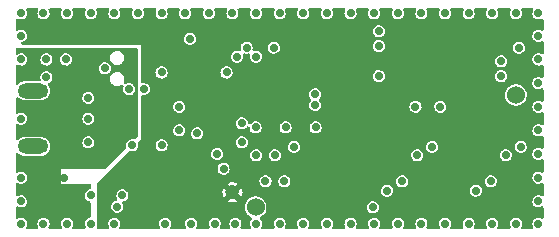
<source format=gbr>
%TF.GenerationSoftware,KiCad,Pcbnew,6.0.0*%
%TF.CreationDate,2023-05-02T17:34:22+02:00*%
%TF.ProjectId,cowstick-ums,636f7773-7469-4636-9b2d-756d732e6b69,2*%
%TF.SameCoordinates,Original*%
%TF.FileFunction,Copper,L3,Inr*%
%TF.FilePolarity,Positive*%
%FSLAX46Y46*%
G04 Gerber Fmt 4.6, Leading zero omitted, Abs format (unit mm)*
G04 Created by KiCad (PCBNEW 6.0.0) date 2023-05-02 17:34:22*
%MOMM*%
%LPD*%
G01*
G04 APERTURE LIST*
%TA.AperFunction,ComponentPad*%
%ADD10C,1.524000*%
%TD*%
%TA.AperFunction,ComponentPad*%
%ADD11C,1.198880*%
%TD*%
%TA.AperFunction,ComponentPad*%
%ADD12O,2.600000X1.300000*%
%TD*%
%TA.AperFunction,ViaPad*%
%ADD13C,0.711200*%
%TD*%
%TA.AperFunction,Conductor*%
%ADD14C,0.406400*%
%TD*%
%TA.AperFunction,Conductor*%
%ADD15C,0.304800*%
%TD*%
G04 APERTURE END LIST*
D10*
%TO.N,GND*%
%TO.C,TP9*%
X168500000Y-103000000D03*
%TD*%
%TO.N,GND*%
%TO.C,TP6*%
X146460000Y-112500000D03*
%TD*%
D11*
%TO.N,+3.3V*%
%TO.C,TP1*%
X144500000Y-111250000D03*
%TD*%
D12*
%TO.N,GND*%
%TO.C,J1*%
X127600000Y-107350000D03*
X127600000Y-102650000D03*
%TD*%
D13*
%TO.N,+VBus*%
X132300000Y-108500000D03*
X128750000Y-109000000D03*
X134750000Y-112450000D03*
X130250000Y-110000000D03*
X134750000Y-105000000D03*
X133250000Y-108500000D03*
X127750000Y-110000000D03*
%TO.N,GND*%
X170400000Y-102000000D03*
X144000000Y-101100000D03*
X132300000Y-105000000D03*
X132300000Y-103250000D03*
X160000000Y-104000000D03*
X162500000Y-113900000D03*
X126600000Y-113900000D03*
X164500000Y-113900000D03*
X168500000Y-96100000D03*
X148500000Y-113900000D03*
X170400000Y-112000000D03*
X138500000Y-96100000D03*
X150500000Y-113900000D03*
X138500000Y-107250000D03*
X170400000Y-96100000D03*
X133700000Y-100750000D03*
X128500000Y-113900000D03*
X132500000Y-96100000D03*
X136000000Y-107250000D03*
X170400000Y-110000000D03*
X154500000Y-113900000D03*
X170400000Y-98000000D03*
X138800000Y-113900000D03*
X170400000Y-113900000D03*
X160500000Y-113900000D03*
X170400000Y-100000000D03*
X168750000Y-99000000D03*
X144500000Y-96100000D03*
X132300000Y-107000000D03*
X126600000Y-98000000D03*
X141500000Y-106250000D03*
X142500000Y-96100000D03*
X128750000Y-101500000D03*
X126600000Y-105000000D03*
X170400000Y-106000000D03*
X128750000Y-100000000D03*
X141000000Y-113900000D03*
X140900000Y-98250000D03*
X130400000Y-100000000D03*
X140500000Y-96100000D03*
X126600000Y-112000000D03*
X162100000Y-104000000D03*
X146500000Y-113900000D03*
X130500000Y-96100000D03*
X136500000Y-96100000D03*
X152500000Y-113900000D03*
X162500000Y-96100000D03*
X156500000Y-96100000D03*
X156900000Y-101400000D03*
X158500000Y-113900000D03*
X130500000Y-113900000D03*
X134500000Y-113900000D03*
X154500000Y-96100000D03*
X156500000Y-113900000D03*
X164500000Y-96100000D03*
X146500000Y-96100000D03*
X134500000Y-96100000D03*
X144750000Y-113900000D03*
X126600000Y-110000000D03*
X152500000Y-96100000D03*
X138500000Y-101100000D03*
X132500000Y-111500000D03*
X158500000Y-96100000D03*
X126600000Y-96100000D03*
X135180000Y-111500000D03*
X148500000Y-96100000D03*
X166500000Y-113900000D03*
X166500000Y-96100000D03*
X168500000Y-113900000D03*
X126600000Y-100000000D03*
X170400000Y-104000000D03*
X170400000Y-108000000D03*
X150500000Y-96100000D03*
X132500000Y-113900000D03*
X128500000Y-96100000D03*
X143000000Y-113900000D03*
X145300000Y-105400000D03*
X160500000Y-96100000D03*
%TO.N,+3.3V*%
X143250000Y-111250000D03*
X141500000Y-97100000D03*
X163300000Y-106500000D03*
X143750000Y-112000000D03*
X142250000Y-103961100D03*
X143750000Y-110500000D03*
X168750000Y-97470000D03*
X156750000Y-104000000D03*
%TO.N,SPI2_CS*%
X144900000Y-99750000D03*
X156900000Y-97600000D03*
%TO.N,SWD_CLK*%
X149000000Y-105750000D03*
%TO.N,SWD_IO*%
X151540000Y-105750000D03*
%TO.N,UART_TX*%
X143750000Y-109250000D03*
%TO.N,UART_RX*%
X146500000Y-108100000D03*
%TO.N,SPI2_MISO*%
X148000000Y-99000000D03*
X156900000Y-98860000D03*
%TO.N,SPI2_MOSI*%
X146500000Y-99750000D03*
X167250000Y-101400000D03*
%TO.N,SPI2_SCK*%
X167250000Y-100140000D03*
X145700000Y-99000000D03*
%TO.N,USB_DM*%
X140000000Y-106000000D03*
X151500000Y-103850000D03*
%TO.N,USB_DP*%
X140000000Y-104000000D03*
X151500000Y-102950000D03*
%TO.N,RST*%
X146460000Y-105750000D03*
%TO.N,SPI1_CS1*%
X147300000Y-110300000D03*
X157600000Y-111100000D03*
%TO.N,SPI1_SCK*%
X148100000Y-108100000D03*
X160140000Y-108100000D03*
X167640000Y-108100000D03*
%TO.N,SPI1_MISO*%
X158860000Y-110300000D03*
X148900000Y-110300000D03*
X166370000Y-110300000D03*
%TO.N,SPI1_MOSI*%
X168900000Y-107400000D03*
X149700000Y-107400000D03*
X161410000Y-107400000D03*
%TO.N,SPI1_CS2*%
X165100000Y-111100000D03*
X156390000Y-112510000D03*
%TO.N,BUTTON*%
X137000000Y-102500000D03*
X145300000Y-107000000D03*
%TO.N,LED2*%
X135750000Y-102500000D03*
X143200000Y-108000000D03*
%TD*%
D14*
%TO.N,+3.3V*%
X142250000Y-103961100D02*
X142250000Y-110250000D01*
X142250000Y-97850000D02*
X142250000Y-103961100D01*
X142250000Y-110250000D02*
X143250000Y-111250000D01*
X144960000Y-109290000D02*
X143750000Y-110500000D01*
D15*
X156750000Y-103310000D02*
X162590000Y-97470000D01*
D14*
X151460000Y-109290000D02*
X144960000Y-109290000D01*
D15*
X160690000Y-106500000D02*
X158190000Y-104000000D01*
D14*
X151460000Y-109290000D02*
X156750000Y-104000000D01*
D15*
X163300000Y-106500000D02*
X160690000Y-106500000D01*
X162590000Y-97470000D02*
X168750000Y-97470000D01*
X156750000Y-104000000D02*
X156750000Y-103310000D01*
X158190000Y-104000000D02*
X156750000Y-104000000D01*
D14*
X141500000Y-97100000D02*
X142250000Y-97850000D01*
%TD*%
%TA.AperFunction,Conductor*%
%TO.N,+3.3V*%
G36*
X128018116Y-95672402D02*
G01*
X128064609Y-95726058D01*
X128074713Y-95796332D01*
X128064050Y-95831949D01*
X128008719Y-95949800D01*
X127986309Y-96093724D01*
X127987473Y-96102626D01*
X127987473Y-96102629D01*
X127999096Y-96191514D01*
X128005195Y-96238152D01*
X128008809Y-96246365D01*
X128008810Y-96246369D01*
X128009237Y-96247339D01*
X128063859Y-96371474D01*
X128069634Y-96378344D01*
X128069635Y-96378346D01*
X128077140Y-96387274D01*
X128157583Y-96482973D01*
X128165060Y-96487950D01*
X128271361Y-96558710D01*
X128271363Y-96558711D01*
X128278834Y-96563684D01*
X128417864Y-96607121D01*
X128563498Y-96609790D01*
X128672504Y-96580071D01*
X128695363Y-96573839D01*
X128695364Y-96573839D01*
X128704026Y-96571477D01*
X128712359Y-96566361D01*
X128820502Y-96499961D01*
X128828154Y-96495263D01*
X128834774Y-96487950D01*
X128919873Y-96393934D01*
X128919874Y-96393933D01*
X128925901Y-96387274D01*
X128946174Y-96345432D01*
X128985495Y-96264272D01*
X128985495Y-96264271D01*
X128989410Y-96256191D01*
X129013576Y-96112552D01*
X129013729Y-96100000D01*
X128993080Y-95955813D01*
X128936126Y-95830551D01*
X128926140Y-95760261D01*
X128955740Y-95695729D01*
X129015530Y-95657445D01*
X129050827Y-95652400D01*
X129949995Y-95652400D01*
X130018116Y-95672402D01*
X130064609Y-95726058D01*
X130074713Y-95796332D01*
X130064050Y-95831949D01*
X130008719Y-95949800D01*
X129986309Y-96093724D01*
X129987473Y-96102626D01*
X129987473Y-96102629D01*
X129999096Y-96191514D01*
X130005195Y-96238152D01*
X130008809Y-96246365D01*
X130008810Y-96246369D01*
X130009237Y-96247339D01*
X130063859Y-96371474D01*
X130069634Y-96378344D01*
X130069635Y-96378346D01*
X130077140Y-96387274D01*
X130157583Y-96482973D01*
X130165060Y-96487950D01*
X130271361Y-96558710D01*
X130271363Y-96558711D01*
X130278834Y-96563684D01*
X130417864Y-96607121D01*
X130563498Y-96609790D01*
X130672504Y-96580071D01*
X130695363Y-96573839D01*
X130695364Y-96573839D01*
X130704026Y-96571477D01*
X130712359Y-96566361D01*
X130820502Y-96499961D01*
X130828154Y-96495263D01*
X130834774Y-96487950D01*
X130919873Y-96393934D01*
X130919874Y-96393933D01*
X130925901Y-96387274D01*
X130946174Y-96345432D01*
X130985495Y-96264272D01*
X130985495Y-96264271D01*
X130989410Y-96256191D01*
X131013576Y-96112552D01*
X131013729Y-96100000D01*
X130993080Y-95955813D01*
X130936126Y-95830551D01*
X130926140Y-95760261D01*
X130955740Y-95695729D01*
X131015530Y-95657445D01*
X131050827Y-95652400D01*
X131949995Y-95652400D01*
X132018116Y-95672402D01*
X132064609Y-95726058D01*
X132074713Y-95796332D01*
X132064050Y-95831949D01*
X132008719Y-95949800D01*
X131986309Y-96093724D01*
X131987473Y-96102626D01*
X131987473Y-96102629D01*
X131999096Y-96191514D01*
X132005195Y-96238152D01*
X132008809Y-96246365D01*
X132008810Y-96246369D01*
X132009237Y-96247339D01*
X132063859Y-96371474D01*
X132069634Y-96378344D01*
X132069635Y-96378346D01*
X132077140Y-96387274D01*
X132157583Y-96482973D01*
X132165060Y-96487950D01*
X132271361Y-96558710D01*
X132271363Y-96558711D01*
X132278834Y-96563684D01*
X132417864Y-96607121D01*
X132563498Y-96609790D01*
X132672504Y-96580071D01*
X132695363Y-96573839D01*
X132695364Y-96573839D01*
X132704026Y-96571477D01*
X132712359Y-96566361D01*
X132820502Y-96499961D01*
X132828154Y-96495263D01*
X132834774Y-96487950D01*
X132919873Y-96393934D01*
X132919874Y-96393933D01*
X132925901Y-96387274D01*
X132946174Y-96345432D01*
X132985495Y-96264272D01*
X132985495Y-96264271D01*
X132989410Y-96256191D01*
X133013576Y-96112552D01*
X133013729Y-96100000D01*
X132993080Y-95955813D01*
X132936126Y-95830551D01*
X132926140Y-95760261D01*
X132955740Y-95695729D01*
X133015530Y-95657445D01*
X133050827Y-95652400D01*
X133949995Y-95652400D01*
X134018116Y-95672402D01*
X134064609Y-95726058D01*
X134074713Y-95796332D01*
X134064050Y-95831949D01*
X134008719Y-95949800D01*
X133986309Y-96093724D01*
X133987473Y-96102626D01*
X133987473Y-96102629D01*
X133999096Y-96191514D01*
X134005195Y-96238152D01*
X134008809Y-96246365D01*
X134008810Y-96246369D01*
X134009237Y-96247339D01*
X134063859Y-96371474D01*
X134069634Y-96378344D01*
X134069635Y-96378346D01*
X134077140Y-96387274D01*
X134157583Y-96482973D01*
X134165060Y-96487950D01*
X134271361Y-96558710D01*
X134271363Y-96558711D01*
X134278834Y-96563684D01*
X134417864Y-96607121D01*
X134563498Y-96609790D01*
X134672504Y-96580071D01*
X134695363Y-96573839D01*
X134695364Y-96573839D01*
X134704026Y-96571477D01*
X134712359Y-96566361D01*
X134820502Y-96499961D01*
X134828154Y-96495263D01*
X134834774Y-96487950D01*
X134919873Y-96393934D01*
X134919874Y-96393933D01*
X134925901Y-96387274D01*
X134946174Y-96345432D01*
X134985495Y-96264272D01*
X134985495Y-96264271D01*
X134989410Y-96256191D01*
X135013576Y-96112552D01*
X135013729Y-96100000D01*
X134993080Y-95955813D01*
X134936126Y-95830551D01*
X134926140Y-95760261D01*
X134955740Y-95695729D01*
X135015530Y-95657445D01*
X135050827Y-95652400D01*
X135949995Y-95652400D01*
X136018116Y-95672402D01*
X136064609Y-95726058D01*
X136074713Y-95796332D01*
X136064050Y-95831949D01*
X136008719Y-95949800D01*
X135986309Y-96093724D01*
X135987473Y-96102626D01*
X135987473Y-96102629D01*
X135999096Y-96191514D01*
X136005195Y-96238152D01*
X136008809Y-96246365D01*
X136008810Y-96246369D01*
X136009237Y-96247339D01*
X136063859Y-96371474D01*
X136069634Y-96378344D01*
X136069635Y-96378346D01*
X136077140Y-96387274D01*
X136157583Y-96482973D01*
X136165060Y-96487950D01*
X136271361Y-96558710D01*
X136271363Y-96558711D01*
X136278834Y-96563684D01*
X136417864Y-96607121D01*
X136563498Y-96609790D01*
X136672504Y-96580071D01*
X136695363Y-96573839D01*
X136695364Y-96573839D01*
X136704026Y-96571477D01*
X136712359Y-96566361D01*
X136820502Y-96499961D01*
X136828154Y-96495263D01*
X136834774Y-96487950D01*
X136919873Y-96393934D01*
X136919874Y-96393933D01*
X136925901Y-96387274D01*
X136946174Y-96345432D01*
X136985495Y-96264272D01*
X136985495Y-96264271D01*
X136989410Y-96256191D01*
X137013576Y-96112552D01*
X137013729Y-96100000D01*
X136993080Y-95955813D01*
X136936126Y-95830551D01*
X136926140Y-95760261D01*
X136955740Y-95695729D01*
X137015530Y-95657445D01*
X137050827Y-95652400D01*
X137949995Y-95652400D01*
X138018116Y-95672402D01*
X138064609Y-95726058D01*
X138074713Y-95796332D01*
X138064050Y-95831949D01*
X138008719Y-95949800D01*
X137986309Y-96093724D01*
X137987473Y-96102626D01*
X137987473Y-96102629D01*
X137999096Y-96191514D01*
X138005195Y-96238152D01*
X138008809Y-96246365D01*
X138008810Y-96246369D01*
X138009237Y-96247339D01*
X138063859Y-96371474D01*
X138069634Y-96378344D01*
X138069635Y-96378346D01*
X138077140Y-96387274D01*
X138157583Y-96482973D01*
X138165060Y-96487950D01*
X138271361Y-96558710D01*
X138271363Y-96558711D01*
X138278834Y-96563684D01*
X138417864Y-96607121D01*
X138563498Y-96609790D01*
X138672504Y-96580071D01*
X138695363Y-96573839D01*
X138695364Y-96573839D01*
X138704026Y-96571477D01*
X138712359Y-96566361D01*
X138820502Y-96499961D01*
X138828154Y-96495263D01*
X138834774Y-96487950D01*
X138919873Y-96393934D01*
X138919874Y-96393933D01*
X138925901Y-96387274D01*
X138946174Y-96345432D01*
X138985495Y-96264272D01*
X138985495Y-96264271D01*
X138989410Y-96256191D01*
X139013576Y-96112552D01*
X139013729Y-96100000D01*
X138993080Y-95955813D01*
X138936126Y-95830551D01*
X138926140Y-95760261D01*
X138955740Y-95695729D01*
X139015530Y-95657445D01*
X139050827Y-95652400D01*
X139949995Y-95652400D01*
X140018116Y-95672402D01*
X140064609Y-95726058D01*
X140074713Y-95796332D01*
X140064050Y-95831949D01*
X140008719Y-95949800D01*
X139986309Y-96093724D01*
X139987473Y-96102626D01*
X139987473Y-96102629D01*
X139999096Y-96191514D01*
X140005195Y-96238152D01*
X140008809Y-96246365D01*
X140008810Y-96246369D01*
X140009237Y-96247339D01*
X140063859Y-96371474D01*
X140069634Y-96378344D01*
X140069635Y-96378346D01*
X140077140Y-96387274D01*
X140157583Y-96482973D01*
X140165060Y-96487950D01*
X140271361Y-96558710D01*
X140271363Y-96558711D01*
X140278834Y-96563684D01*
X140417864Y-96607121D01*
X140563498Y-96609790D01*
X140672504Y-96580071D01*
X140695363Y-96573839D01*
X140695364Y-96573839D01*
X140704026Y-96571477D01*
X140712359Y-96566361D01*
X140820502Y-96499961D01*
X140828154Y-96495263D01*
X140834774Y-96487950D01*
X140919873Y-96393934D01*
X140919874Y-96393933D01*
X140925901Y-96387274D01*
X140946174Y-96345432D01*
X140985495Y-96264272D01*
X140985495Y-96264271D01*
X140989410Y-96256191D01*
X141013576Y-96112552D01*
X141013729Y-96100000D01*
X140993080Y-95955813D01*
X140936126Y-95830551D01*
X140926140Y-95760261D01*
X140955740Y-95695729D01*
X141015530Y-95657445D01*
X141050827Y-95652400D01*
X141949995Y-95652400D01*
X142018116Y-95672402D01*
X142064609Y-95726058D01*
X142074713Y-95796332D01*
X142064050Y-95831949D01*
X142008719Y-95949800D01*
X141986309Y-96093724D01*
X141987473Y-96102626D01*
X141987473Y-96102629D01*
X141999096Y-96191514D01*
X142005195Y-96238152D01*
X142008809Y-96246365D01*
X142008810Y-96246369D01*
X142009237Y-96247339D01*
X142063859Y-96371474D01*
X142069634Y-96378344D01*
X142069635Y-96378346D01*
X142077140Y-96387274D01*
X142157583Y-96482973D01*
X142165060Y-96487950D01*
X142271361Y-96558710D01*
X142271363Y-96558711D01*
X142278834Y-96563684D01*
X142417864Y-96607121D01*
X142563498Y-96609790D01*
X142672504Y-96580071D01*
X142695363Y-96573839D01*
X142695364Y-96573839D01*
X142704026Y-96571477D01*
X142712359Y-96566361D01*
X142820502Y-96499961D01*
X142828154Y-96495263D01*
X142834774Y-96487950D01*
X142919873Y-96393934D01*
X142919874Y-96393933D01*
X142925901Y-96387274D01*
X142946174Y-96345432D01*
X142985495Y-96264272D01*
X142985495Y-96264271D01*
X142989410Y-96256191D01*
X143013576Y-96112552D01*
X143013729Y-96100000D01*
X142993080Y-95955813D01*
X142936126Y-95830551D01*
X142926140Y-95760261D01*
X142955740Y-95695729D01*
X143015530Y-95657445D01*
X143050827Y-95652400D01*
X143949995Y-95652400D01*
X144018116Y-95672402D01*
X144064609Y-95726058D01*
X144074713Y-95796332D01*
X144064050Y-95831949D01*
X144008719Y-95949800D01*
X143986309Y-96093724D01*
X143987473Y-96102626D01*
X143987473Y-96102629D01*
X143999096Y-96191514D01*
X144005195Y-96238152D01*
X144008809Y-96246365D01*
X144008810Y-96246369D01*
X144009237Y-96247339D01*
X144063859Y-96371474D01*
X144069634Y-96378344D01*
X144069635Y-96378346D01*
X144077140Y-96387274D01*
X144157583Y-96482973D01*
X144165060Y-96487950D01*
X144271361Y-96558710D01*
X144271363Y-96558711D01*
X144278834Y-96563684D01*
X144417864Y-96607121D01*
X144563498Y-96609790D01*
X144672504Y-96580071D01*
X144695363Y-96573839D01*
X144695364Y-96573839D01*
X144704026Y-96571477D01*
X144712359Y-96566361D01*
X144820502Y-96499961D01*
X144828154Y-96495263D01*
X144834774Y-96487950D01*
X144919873Y-96393934D01*
X144919874Y-96393933D01*
X144925901Y-96387274D01*
X144946174Y-96345432D01*
X144985495Y-96264272D01*
X144985495Y-96264271D01*
X144989410Y-96256191D01*
X145013576Y-96112552D01*
X145013729Y-96100000D01*
X144993080Y-95955813D01*
X144936126Y-95830551D01*
X144926140Y-95760261D01*
X144955740Y-95695729D01*
X145015530Y-95657445D01*
X145050827Y-95652400D01*
X145949995Y-95652400D01*
X146018116Y-95672402D01*
X146064609Y-95726058D01*
X146074713Y-95796332D01*
X146064050Y-95831949D01*
X146008719Y-95949800D01*
X145986309Y-96093724D01*
X145987473Y-96102626D01*
X145987473Y-96102629D01*
X145999096Y-96191514D01*
X146005195Y-96238152D01*
X146008809Y-96246365D01*
X146008810Y-96246369D01*
X146009237Y-96247339D01*
X146063859Y-96371474D01*
X146069634Y-96378344D01*
X146069635Y-96378346D01*
X146077140Y-96387274D01*
X146157583Y-96482973D01*
X146165060Y-96487950D01*
X146271361Y-96558710D01*
X146271363Y-96558711D01*
X146278834Y-96563684D01*
X146417864Y-96607121D01*
X146563498Y-96609790D01*
X146672504Y-96580071D01*
X146695363Y-96573839D01*
X146695364Y-96573839D01*
X146704026Y-96571477D01*
X146712359Y-96566361D01*
X146820502Y-96499961D01*
X146828154Y-96495263D01*
X146834774Y-96487950D01*
X146919873Y-96393934D01*
X146919874Y-96393933D01*
X146925901Y-96387274D01*
X146946174Y-96345432D01*
X146985495Y-96264272D01*
X146985495Y-96264271D01*
X146989410Y-96256191D01*
X147013576Y-96112552D01*
X147013729Y-96100000D01*
X146993080Y-95955813D01*
X146936126Y-95830551D01*
X146926140Y-95760261D01*
X146955740Y-95695729D01*
X147015530Y-95657445D01*
X147050827Y-95652400D01*
X147949995Y-95652400D01*
X148018116Y-95672402D01*
X148064609Y-95726058D01*
X148074713Y-95796332D01*
X148064050Y-95831949D01*
X148008719Y-95949800D01*
X147986309Y-96093724D01*
X147987473Y-96102626D01*
X147987473Y-96102629D01*
X147999096Y-96191514D01*
X148005195Y-96238152D01*
X148008809Y-96246365D01*
X148008810Y-96246369D01*
X148009237Y-96247339D01*
X148063859Y-96371474D01*
X148069634Y-96378344D01*
X148069635Y-96378346D01*
X148077140Y-96387274D01*
X148157583Y-96482973D01*
X148165060Y-96487950D01*
X148271361Y-96558710D01*
X148271363Y-96558711D01*
X148278834Y-96563684D01*
X148417864Y-96607121D01*
X148563498Y-96609790D01*
X148672504Y-96580071D01*
X148695363Y-96573839D01*
X148695364Y-96573839D01*
X148704026Y-96571477D01*
X148712359Y-96566361D01*
X148820502Y-96499961D01*
X148828154Y-96495263D01*
X148834774Y-96487950D01*
X148919873Y-96393934D01*
X148919874Y-96393933D01*
X148925901Y-96387274D01*
X148946174Y-96345432D01*
X148985495Y-96264272D01*
X148985495Y-96264271D01*
X148989410Y-96256191D01*
X149013576Y-96112552D01*
X149013729Y-96100000D01*
X148993080Y-95955813D01*
X148936126Y-95830551D01*
X148926140Y-95760261D01*
X148955740Y-95695729D01*
X149015530Y-95657445D01*
X149050827Y-95652400D01*
X149949995Y-95652400D01*
X150018116Y-95672402D01*
X150064609Y-95726058D01*
X150074713Y-95796332D01*
X150064050Y-95831949D01*
X150008719Y-95949800D01*
X149986309Y-96093724D01*
X149987473Y-96102626D01*
X149987473Y-96102629D01*
X149999096Y-96191514D01*
X150005195Y-96238152D01*
X150008809Y-96246365D01*
X150008810Y-96246369D01*
X150009237Y-96247339D01*
X150063859Y-96371474D01*
X150069634Y-96378344D01*
X150069635Y-96378346D01*
X150077140Y-96387274D01*
X150157583Y-96482973D01*
X150165060Y-96487950D01*
X150271361Y-96558710D01*
X150271363Y-96558711D01*
X150278834Y-96563684D01*
X150417864Y-96607121D01*
X150563498Y-96609790D01*
X150672504Y-96580071D01*
X150695363Y-96573839D01*
X150695364Y-96573839D01*
X150704026Y-96571477D01*
X150712359Y-96566361D01*
X150820502Y-96499961D01*
X150828154Y-96495263D01*
X150834774Y-96487950D01*
X150919873Y-96393934D01*
X150919874Y-96393933D01*
X150925901Y-96387274D01*
X150946174Y-96345432D01*
X150985495Y-96264272D01*
X150985495Y-96264271D01*
X150989410Y-96256191D01*
X151013576Y-96112552D01*
X151013729Y-96100000D01*
X150993080Y-95955813D01*
X150936126Y-95830551D01*
X150926140Y-95760261D01*
X150955740Y-95695729D01*
X151015530Y-95657445D01*
X151050827Y-95652400D01*
X151949995Y-95652400D01*
X152018116Y-95672402D01*
X152064609Y-95726058D01*
X152074713Y-95796332D01*
X152064050Y-95831949D01*
X152008719Y-95949800D01*
X151986309Y-96093724D01*
X151987473Y-96102626D01*
X151987473Y-96102629D01*
X151999096Y-96191514D01*
X152005195Y-96238152D01*
X152008809Y-96246365D01*
X152008810Y-96246369D01*
X152009237Y-96247339D01*
X152063859Y-96371474D01*
X152069634Y-96378344D01*
X152069635Y-96378346D01*
X152077140Y-96387274D01*
X152157583Y-96482973D01*
X152165060Y-96487950D01*
X152271361Y-96558710D01*
X152271363Y-96558711D01*
X152278834Y-96563684D01*
X152417864Y-96607121D01*
X152563498Y-96609790D01*
X152672504Y-96580071D01*
X152695363Y-96573839D01*
X152695364Y-96573839D01*
X152704026Y-96571477D01*
X152712359Y-96566361D01*
X152820502Y-96499961D01*
X152828154Y-96495263D01*
X152834774Y-96487950D01*
X152919873Y-96393934D01*
X152919874Y-96393933D01*
X152925901Y-96387274D01*
X152946174Y-96345432D01*
X152985495Y-96264272D01*
X152985495Y-96264271D01*
X152989410Y-96256191D01*
X153013576Y-96112552D01*
X153013729Y-96100000D01*
X152993080Y-95955813D01*
X152936126Y-95830551D01*
X152926140Y-95760261D01*
X152955740Y-95695729D01*
X153015530Y-95657445D01*
X153050827Y-95652400D01*
X153949995Y-95652400D01*
X154018116Y-95672402D01*
X154064609Y-95726058D01*
X154074713Y-95796332D01*
X154064050Y-95831949D01*
X154008719Y-95949800D01*
X153986309Y-96093724D01*
X153987473Y-96102626D01*
X153987473Y-96102629D01*
X153999096Y-96191514D01*
X154005195Y-96238152D01*
X154008809Y-96246365D01*
X154008810Y-96246369D01*
X154009237Y-96247339D01*
X154063859Y-96371474D01*
X154069634Y-96378344D01*
X154069635Y-96378346D01*
X154077140Y-96387274D01*
X154157583Y-96482973D01*
X154165060Y-96487950D01*
X154271361Y-96558710D01*
X154271363Y-96558711D01*
X154278834Y-96563684D01*
X154417864Y-96607121D01*
X154563498Y-96609790D01*
X154672504Y-96580071D01*
X154695363Y-96573839D01*
X154695364Y-96573839D01*
X154704026Y-96571477D01*
X154712359Y-96566361D01*
X154820502Y-96499961D01*
X154828154Y-96495263D01*
X154834774Y-96487950D01*
X154919873Y-96393934D01*
X154919874Y-96393933D01*
X154925901Y-96387274D01*
X154946174Y-96345432D01*
X154985495Y-96264272D01*
X154985495Y-96264271D01*
X154989410Y-96256191D01*
X155013576Y-96112552D01*
X155013729Y-96100000D01*
X154993080Y-95955813D01*
X154936126Y-95830551D01*
X154926140Y-95760261D01*
X154955740Y-95695729D01*
X155015530Y-95657445D01*
X155050827Y-95652400D01*
X155949995Y-95652400D01*
X156018116Y-95672402D01*
X156064609Y-95726058D01*
X156074713Y-95796332D01*
X156064050Y-95831949D01*
X156008719Y-95949800D01*
X155986309Y-96093724D01*
X155987473Y-96102626D01*
X155987473Y-96102629D01*
X155999096Y-96191514D01*
X156005195Y-96238152D01*
X156008809Y-96246365D01*
X156008810Y-96246369D01*
X156009237Y-96247339D01*
X156063859Y-96371474D01*
X156069634Y-96378344D01*
X156069635Y-96378346D01*
X156077140Y-96387274D01*
X156157583Y-96482973D01*
X156165060Y-96487950D01*
X156271361Y-96558710D01*
X156271363Y-96558711D01*
X156278834Y-96563684D01*
X156417864Y-96607121D01*
X156563498Y-96609790D01*
X156672504Y-96580071D01*
X156695363Y-96573839D01*
X156695364Y-96573839D01*
X156704026Y-96571477D01*
X156712359Y-96566361D01*
X156820502Y-96499961D01*
X156828154Y-96495263D01*
X156834774Y-96487950D01*
X156919873Y-96393934D01*
X156919874Y-96393933D01*
X156925901Y-96387274D01*
X156946174Y-96345432D01*
X156985495Y-96264272D01*
X156985495Y-96264271D01*
X156989410Y-96256191D01*
X157013576Y-96112552D01*
X157013729Y-96100000D01*
X156993080Y-95955813D01*
X156936126Y-95830551D01*
X156926140Y-95760261D01*
X156955740Y-95695729D01*
X157015530Y-95657445D01*
X157050827Y-95652400D01*
X157949995Y-95652400D01*
X158018116Y-95672402D01*
X158064609Y-95726058D01*
X158074713Y-95796332D01*
X158064050Y-95831949D01*
X158008719Y-95949800D01*
X157986309Y-96093724D01*
X157987473Y-96102626D01*
X157987473Y-96102629D01*
X157999096Y-96191514D01*
X158005195Y-96238152D01*
X158008809Y-96246365D01*
X158008810Y-96246369D01*
X158009237Y-96247339D01*
X158063859Y-96371474D01*
X158069634Y-96378344D01*
X158069635Y-96378346D01*
X158077140Y-96387274D01*
X158157583Y-96482973D01*
X158165060Y-96487950D01*
X158271361Y-96558710D01*
X158271363Y-96558711D01*
X158278834Y-96563684D01*
X158417864Y-96607121D01*
X158563498Y-96609790D01*
X158672504Y-96580071D01*
X158695363Y-96573839D01*
X158695364Y-96573839D01*
X158704026Y-96571477D01*
X158712359Y-96566361D01*
X158820502Y-96499961D01*
X158828154Y-96495263D01*
X158834774Y-96487950D01*
X158919873Y-96393934D01*
X158919874Y-96393933D01*
X158925901Y-96387274D01*
X158946174Y-96345432D01*
X158985495Y-96264272D01*
X158985495Y-96264271D01*
X158989410Y-96256191D01*
X159013576Y-96112552D01*
X159013729Y-96100000D01*
X158993080Y-95955813D01*
X158936126Y-95830551D01*
X158926140Y-95760261D01*
X158955740Y-95695729D01*
X159015530Y-95657445D01*
X159050827Y-95652400D01*
X159949995Y-95652400D01*
X160018116Y-95672402D01*
X160064609Y-95726058D01*
X160074713Y-95796332D01*
X160064050Y-95831949D01*
X160008719Y-95949800D01*
X159986309Y-96093724D01*
X159987473Y-96102626D01*
X159987473Y-96102629D01*
X159999096Y-96191514D01*
X160005195Y-96238152D01*
X160008809Y-96246365D01*
X160008810Y-96246369D01*
X160009237Y-96247339D01*
X160063859Y-96371474D01*
X160069634Y-96378344D01*
X160069635Y-96378346D01*
X160077140Y-96387274D01*
X160157583Y-96482973D01*
X160165060Y-96487950D01*
X160271361Y-96558710D01*
X160271363Y-96558711D01*
X160278834Y-96563684D01*
X160417864Y-96607121D01*
X160563498Y-96609790D01*
X160672504Y-96580071D01*
X160695363Y-96573839D01*
X160695364Y-96573839D01*
X160704026Y-96571477D01*
X160712359Y-96566361D01*
X160820502Y-96499961D01*
X160828154Y-96495263D01*
X160834774Y-96487950D01*
X160919873Y-96393934D01*
X160919874Y-96393933D01*
X160925901Y-96387274D01*
X160946174Y-96345432D01*
X160985495Y-96264272D01*
X160985495Y-96264271D01*
X160989410Y-96256191D01*
X161013576Y-96112552D01*
X161013729Y-96100000D01*
X160993080Y-95955813D01*
X160936126Y-95830551D01*
X160926140Y-95760261D01*
X160955740Y-95695729D01*
X161015530Y-95657445D01*
X161050827Y-95652400D01*
X161949995Y-95652400D01*
X162018116Y-95672402D01*
X162064609Y-95726058D01*
X162074713Y-95796332D01*
X162064050Y-95831949D01*
X162008719Y-95949800D01*
X161986309Y-96093724D01*
X161987473Y-96102626D01*
X161987473Y-96102629D01*
X161999096Y-96191514D01*
X162005195Y-96238152D01*
X162008809Y-96246365D01*
X162008810Y-96246369D01*
X162009237Y-96247339D01*
X162063859Y-96371474D01*
X162069634Y-96378344D01*
X162069635Y-96378346D01*
X162077140Y-96387274D01*
X162157583Y-96482973D01*
X162165060Y-96487950D01*
X162271361Y-96558710D01*
X162271363Y-96558711D01*
X162278834Y-96563684D01*
X162417864Y-96607121D01*
X162563498Y-96609790D01*
X162672504Y-96580071D01*
X162695363Y-96573839D01*
X162695364Y-96573839D01*
X162704026Y-96571477D01*
X162712359Y-96566361D01*
X162820502Y-96499961D01*
X162828154Y-96495263D01*
X162834774Y-96487950D01*
X162919873Y-96393934D01*
X162919874Y-96393933D01*
X162925901Y-96387274D01*
X162946174Y-96345432D01*
X162985495Y-96264272D01*
X162985495Y-96264271D01*
X162989410Y-96256191D01*
X163013576Y-96112552D01*
X163013729Y-96100000D01*
X162993080Y-95955813D01*
X162936126Y-95830551D01*
X162926140Y-95760261D01*
X162955740Y-95695729D01*
X163015530Y-95657445D01*
X163050827Y-95652400D01*
X163949995Y-95652400D01*
X164018116Y-95672402D01*
X164064609Y-95726058D01*
X164074713Y-95796332D01*
X164064050Y-95831949D01*
X164008719Y-95949800D01*
X163986309Y-96093724D01*
X163987473Y-96102626D01*
X163987473Y-96102629D01*
X163999096Y-96191514D01*
X164005195Y-96238152D01*
X164008809Y-96246365D01*
X164008810Y-96246369D01*
X164009237Y-96247339D01*
X164063859Y-96371474D01*
X164069634Y-96378344D01*
X164069635Y-96378346D01*
X164077140Y-96387274D01*
X164157583Y-96482973D01*
X164165060Y-96487950D01*
X164271361Y-96558710D01*
X164271363Y-96558711D01*
X164278834Y-96563684D01*
X164417864Y-96607121D01*
X164563498Y-96609790D01*
X164672504Y-96580071D01*
X164695363Y-96573839D01*
X164695364Y-96573839D01*
X164704026Y-96571477D01*
X164712359Y-96566361D01*
X164820502Y-96499961D01*
X164828154Y-96495263D01*
X164834774Y-96487950D01*
X164919873Y-96393934D01*
X164919874Y-96393933D01*
X164925901Y-96387274D01*
X164946174Y-96345432D01*
X164985495Y-96264272D01*
X164985495Y-96264271D01*
X164989410Y-96256191D01*
X165013576Y-96112552D01*
X165013729Y-96100000D01*
X164993080Y-95955813D01*
X164936126Y-95830551D01*
X164926140Y-95760261D01*
X164955740Y-95695729D01*
X165015530Y-95657445D01*
X165050827Y-95652400D01*
X165949995Y-95652400D01*
X166018116Y-95672402D01*
X166064609Y-95726058D01*
X166074713Y-95796332D01*
X166064050Y-95831949D01*
X166008719Y-95949800D01*
X165986309Y-96093724D01*
X165987473Y-96102626D01*
X165987473Y-96102629D01*
X165999096Y-96191514D01*
X166005195Y-96238152D01*
X166008809Y-96246365D01*
X166008810Y-96246369D01*
X166009237Y-96247339D01*
X166063859Y-96371474D01*
X166069634Y-96378344D01*
X166069635Y-96378346D01*
X166077140Y-96387274D01*
X166157583Y-96482973D01*
X166165060Y-96487950D01*
X166271361Y-96558710D01*
X166271363Y-96558711D01*
X166278834Y-96563684D01*
X166417864Y-96607121D01*
X166563498Y-96609790D01*
X166672504Y-96580071D01*
X166695363Y-96573839D01*
X166695364Y-96573839D01*
X166704026Y-96571477D01*
X166712359Y-96566361D01*
X166820502Y-96499961D01*
X166828154Y-96495263D01*
X166834774Y-96487950D01*
X166919873Y-96393934D01*
X166919874Y-96393933D01*
X166925901Y-96387274D01*
X166946174Y-96345432D01*
X166985495Y-96264272D01*
X166985495Y-96264271D01*
X166989410Y-96256191D01*
X167013576Y-96112552D01*
X167013729Y-96100000D01*
X166993080Y-95955813D01*
X166936126Y-95830551D01*
X166926140Y-95760261D01*
X166955740Y-95695729D01*
X167015530Y-95657445D01*
X167050827Y-95652400D01*
X167949995Y-95652400D01*
X168018116Y-95672402D01*
X168064609Y-95726058D01*
X168074713Y-95796332D01*
X168064050Y-95831949D01*
X168008719Y-95949800D01*
X167986309Y-96093724D01*
X167987473Y-96102626D01*
X167987473Y-96102629D01*
X167999096Y-96191514D01*
X168005195Y-96238152D01*
X168008809Y-96246365D01*
X168008810Y-96246369D01*
X168009237Y-96247339D01*
X168063859Y-96371474D01*
X168069634Y-96378344D01*
X168069635Y-96378346D01*
X168077140Y-96387274D01*
X168157583Y-96482973D01*
X168165060Y-96487950D01*
X168271361Y-96558710D01*
X168271363Y-96558711D01*
X168278834Y-96563684D01*
X168417864Y-96607121D01*
X168563498Y-96609790D01*
X168672504Y-96580071D01*
X168695363Y-96573839D01*
X168695364Y-96573839D01*
X168704026Y-96571477D01*
X168712359Y-96566361D01*
X168820502Y-96499961D01*
X168828154Y-96495263D01*
X168834774Y-96487950D01*
X168919873Y-96393934D01*
X168919874Y-96393933D01*
X168925901Y-96387274D01*
X168946174Y-96345432D01*
X168985495Y-96264272D01*
X168985495Y-96264271D01*
X168989410Y-96256191D01*
X169013576Y-96112552D01*
X169013729Y-96100000D01*
X168993080Y-95955813D01*
X168936126Y-95830551D01*
X168926140Y-95760261D01*
X168955740Y-95695729D01*
X169015530Y-95657445D01*
X169050827Y-95652400D01*
X169849995Y-95652400D01*
X169918116Y-95672402D01*
X169964609Y-95726058D01*
X169974713Y-95796332D01*
X169964050Y-95831949D01*
X169908719Y-95949800D01*
X169886309Y-96093724D01*
X169887473Y-96102626D01*
X169887473Y-96102629D01*
X169899096Y-96191514D01*
X169905195Y-96238152D01*
X169908809Y-96246365D01*
X169908810Y-96246369D01*
X169909237Y-96247339D01*
X169963859Y-96371474D01*
X169969634Y-96378344D01*
X169969635Y-96378346D01*
X169977140Y-96387274D01*
X170057583Y-96482973D01*
X170065060Y-96487950D01*
X170171361Y-96558710D01*
X170171363Y-96558711D01*
X170178834Y-96563684D01*
X170317864Y-96607121D01*
X170463498Y-96609790D01*
X170572504Y-96580071D01*
X170595363Y-96573839D01*
X170595364Y-96573839D01*
X170604026Y-96571477D01*
X170655673Y-96539766D01*
X170724190Y-96521169D01*
X170791885Y-96542567D01*
X170837265Y-96597167D01*
X170847600Y-96647142D01*
X170847600Y-97452276D01*
X170827598Y-97520397D01*
X170773942Y-97566890D01*
X170703668Y-97576994D01*
X170653068Y-97558008D01*
X170615485Y-97533648D01*
X170475934Y-97491914D01*
X170466958Y-97491859D01*
X170466957Y-97491859D01*
X170405644Y-97491485D01*
X170330279Y-97491024D01*
X170190229Y-97531051D01*
X170182642Y-97535838D01*
X170182640Y-97535839D01*
X170147433Y-97558053D01*
X170067042Y-97608776D01*
X169970622Y-97717951D01*
X169966808Y-97726074D01*
X169966807Y-97726076D01*
X169912533Y-97841676D01*
X169908719Y-97849800D01*
X169907339Y-97858665D01*
X169907338Y-97858667D01*
X169889054Y-97976097D01*
X169886309Y-97993724D01*
X169887473Y-98002626D01*
X169887473Y-98002629D01*
X169894807Y-98058710D01*
X169905195Y-98138152D01*
X169908809Y-98146365D01*
X169908810Y-98146369D01*
X169947745Y-98234852D01*
X169963859Y-98271474D01*
X169969634Y-98278344D01*
X169969635Y-98278346D01*
X170030727Y-98351024D01*
X170057583Y-98382973D01*
X170069758Y-98391077D01*
X170171361Y-98458710D01*
X170171363Y-98458711D01*
X170178834Y-98463684D01*
X170317864Y-98507121D01*
X170463498Y-98509790D01*
X170573957Y-98479675D01*
X170595363Y-98473839D01*
X170595364Y-98473839D01*
X170604026Y-98471477D01*
X170655673Y-98439766D01*
X170724190Y-98421169D01*
X170791885Y-98442567D01*
X170837265Y-98497167D01*
X170847600Y-98547142D01*
X170847600Y-99452276D01*
X170827598Y-99520397D01*
X170773942Y-99566890D01*
X170703668Y-99576994D01*
X170653068Y-99558008D01*
X170615485Y-99533648D01*
X170475934Y-99491914D01*
X170466958Y-99491859D01*
X170466957Y-99491859D01*
X170405644Y-99491485D01*
X170330279Y-99491024D01*
X170190229Y-99531051D01*
X170182642Y-99535838D01*
X170182640Y-99535839D01*
X170133427Y-99566890D01*
X170067042Y-99608776D01*
X169970622Y-99717951D01*
X169966808Y-99726074D01*
X169966807Y-99726076D01*
X169949682Y-99762552D01*
X169908719Y-99849800D01*
X169907339Y-99858665D01*
X169907338Y-99858667D01*
X169899939Y-99906191D01*
X169886309Y-99993724D01*
X169887473Y-100002626D01*
X169887473Y-100002629D01*
X169899096Y-100091514D01*
X169905195Y-100138152D01*
X169908809Y-100146365D01*
X169908810Y-100146369D01*
X169936242Y-100208710D01*
X169963859Y-100271474D01*
X169969634Y-100278344D01*
X169969635Y-100278346D01*
X169991428Y-100304272D01*
X170057583Y-100382973D01*
X170065060Y-100387950D01*
X170171361Y-100458710D01*
X170171363Y-100458711D01*
X170178834Y-100463684D01*
X170187401Y-100466361D01*
X170187402Y-100466361D01*
X170203777Y-100471477D01*
X170317864Y-100507121D01*
X170463498Y-100509790D01*
X170533762Y-100490633D01*
X170595363Y-100473839D01*
X170595364Y-100473839D01*
X170604026Y-100471477D01*
X170655673Y-100439766D01*
X170724190Y-100421169D01*
X170791885Y-100442567D01*
X170837265Y-100497167D01*
X170847600Y-100547142D01*
X170847600Y-101452276D01*
X170827598Y-101520397D01*
X170773942Y-101566890D01*
X170703668Y-101576994D01*
X170653068Y-101558008D01*
X170615485Y-101533648D01*
X170475934Y-101491914D01*
X170466958Y-101491859D01*
X170466957Y-101491859D01*
X170405644Y-101491485D01*
X170330279Y-101491024D01*
X170190229Y-101531051D01*
X170182642Y-101535838D01*
X170182640Y-101535839D01*
X170146392Y-101558710D01*
X170067042Y-101608776D01*
X169970622Y-101717951D01*
X169966808Y-101726074D01*
X169966807Y-101726076D01*
X169934324Y-101795263D01*
X169908719Y-101849800D01*
X169907339Y-101858665D01*
X169907338Y-101858667D01*
X169899404Y-101909625D01*
X169886309Y-101993724D01*
X169887473Y-102002626D01*
X169887473Y-102002629D01*
X169892168Y-102038529D01*
X169905195Y-102138152D01*
X169908809Y-102146365D01*
X169908810Y-102146369D01*
X169946221Y-102231390D01*
X169963859Y-102271474D01*
X169969634Y-102278344D01*
X169969635Y-102278346D01*
X170029698Y-102349800D01*
X170057583Y-102382973D01*
X170065060Y-102387950D01*
X170171361Y-102458710D01*
X170171363Y-102458711D01*
X170178834Y-102463684D01*
X170317864Y-102507121D01*
X170463498Y-102509790D01*
X170559384Y-102483648D01*
X170595363Y-102473839D01*
X170595364Y-102473839D01*
X170604026Y-102471477D01*
X170655673Y-102439766D01*
X170724190Y-102421169D01*
X170791885Y-102442567D01*
X170837265Y-102497167D01*
X170847600Y-102547142D01*
X170847600Y-103452276D01*
X170827598Y-103520397D01*
X170773942Y-103566890D01*
X170703668Y-103576994D01*
X170653068Y-103558008D01*
X170615485Y-103533648D01*
X170475934Y-103491914D01*
X170466958Y-103491859D01*
X170466957Y-103491859D01*
X170405644Y-103491485D01*
X170330279Y-103491024D01*
X170190229Y-103531051D01*
X170182642Y-103535838D01*
X170182640Y-103535839D01*
X170117414Y-103576994D01*
X170067042Y-103608776D01*
X169970622Y-103717951D01*
X169966808Y-103726074D01*
X169966807Y-103726076D01*
X169932393Y-103799376D01*
X169908719Y-103849800D01*
X169907339Y-103858665D01*
X169907338Y-103858667D01*
X169888563Y-103979249D01*
X169886309Y-103993724D01*
X169887473Y-104002626D01*
X169887473Y-104002629D01*
X169899096Y-104091514D01*
X169905195Y-104138152D01*
X169908809Y-104146365D01*
X169908810Y-104146369D01*
X169909237Y-104147339D01*
X169963859Y-104271474D01*
X169969634Y-104278344D01*
X169969635Y-104278346D01*
X170007876Y-104323839D01*
X170057583Y-104382973D01*
X170065060Y-104387950D01*
X170171361Y-104458710D01*
X170171363Y-104458711D01*
X170178834Y-104463684D01*
X170317864Y-104507121D01*
X170463498Y-104509790D01*
X170533762Y-104490634D01*
X170595363Y-104473839D01*
X170595364Y-104473839D01*
X170604026Y-104471477D01*
X170655673Y-104439766D01*
X170724190Y-104421169D01*
X170791885Y-104442567D01*
X170837265Y-104497167D01*
X170847600Y-104547142D01*
X170847600Y-105452276D01*
X170827598Y-105520397D01*
X170773942Y-105566890D01*
X170703668Y-105576994D01*
X170653068Y-105558008D01*
X170615485Y-105533648D01*
X170475934Y-105491914D01*
X170466958Y-105491859D01*
X170466957Y-105491859D01*
X170405644Y-105491485D01*
X170330279Y-105491024D01*
X170190229Y-105531051D01*
X170182642Y-105535838D01*
X170182640Y-105535839D01*
X170133427Y-105566890D01*
X170067042Y-105608776D01*
X169970622Y-105717951D01*
X169966808Y-105726074D01*
X169966807Y-105726076D01*
X169934324Y-105795263D01*
X169908719Y-105849800D01*
X169907339Y-105858665D01*
X169907338Y-105858667D01*
X169889057Y-105976076D01*
X169886309Y-105993724D01*
X169887473Y-106002626D01*
X169887473Y-106002629D01*
X169899096Y-106091514D01*
X169905195Y-106138152D01*
X169908809Y-106146365D01*
X169908810Y-106146369D01*
X169909237Y-106147339D01*
X169963859Y-106271474D01*
X169969634Y-106278344D01*
X169969635Y-106278346D01*
X169977140Y-106287274D01*
X170057583Y-106382973D01*
X170065060Y-106387950D01*
X170171361Y-106458710D01*
X170171363Y-106458711D01*
X170178834Y-106463684D01*
X170317864Y-106507121D01*
X170463498Y-106509790D01*
X170533762Y-106490633D01*
X170595363Y-106473839D01*
X170595364Y-106473839D01*
X170604026Y-106471477D01*
X170655673Y-106439766D01*
X170724190Y-106421169D01*
X170791885Y-106442567D01*
X170837265Y-106497167D01*
X170847600Y-106547142D01*
X170847600Y-107452276D01*
X170827598Y-107520397D01*
X170773942Y-107566890D01*
X170703668Y-107576994D01*
X170653068Y-107558008D01*
X170615485Y-107533648D01*
X170475934Y-107491914D01*
X170466958Y-107491859D01*
X170466957Y-107491859D01*
X170405644Y-107491485D01*
X170330279Y-107491024D01*
X170190229Y-107531051D01*
X170182642Y-107535838D01*
X170182640Y-107535839D01*
X170137577Y-107564272D01*
X170067042Y-107608776D01*
X169970622Y-107717951D01*
X169966808Y-107726074D01*
X169966807Y-107726076D01*
X169934324Y-107795263D01*
X169908719Y-107849800D01*
X169907339Y-107858665D01*
X169907338Y-107858667D01*
X169891768Y-107958667D01*
X169886309Y-107993724D01*
X169887473Y-108002626D01*
X169887473Y-108002629D01*
X169896769Y-108073717D01*
X169905195Y-108138152D01*
X169908809Y-108146365D01*
X169908810Y-108146369D01*
X169945279Y-108229249D01*
X169963859Y-108271474D01*
X169969634Y-108278344D01*
X169969635Y-108278346D01*
X169977140Y-108287274D01*
X170057583Y-108382973D01*
X170065060Y-108387950D01*
X170171361Y-108458710D01*
X170171363Y-108458711D01*
X170178834Y-108463684D01*
X170317864Y-108507121D01*
X170463498Y-108509790D01*
X170561860Y-108482973D01*
X170595363Y-108473839D01*
X170595364Y-108473839D01*
X170604026Y-108471477D01*
X170655673Y-108439766D01*
X170724190Y-108421169D01*
X170791885Y-108442567D01*
X170837265Y-108497167D01*
X170847600Y-108547142D01*
X170847600Y-109452276D01*
X170827598Y-109520397D01*
X170773942Y-109566890D01*
X170703668Y-109576994D01*
X170653068Y-109558008D01*
X170615485Y-109533648D01*
X170475934Y-109491914D01*
X170466958Y-109491859D01*
X170466957Y-109491859D01*
X170405644Y-109491485D01*
X170330279Y-109491024D01*
X170190229Y-109531051D01*
X170182642Y-109535838D01*
X170182640Y-109535839D01*
X170133427Y-109566890D01*
X170067042Y-109608776D01*
X169970622Y-109717951D01*
X169966808Y-109726074D01*
X169966807Y-109726076D01*
X169914011Y-109838529D01*
X169908719Y-109849800D01*
X169907339Y-109858665D01*
X169907338Y-109858667D01*
X169899659Y-109907989D01*
X169886309Y-109993724D01*
X169887473Y-110002626D01*
X169887473Y-110002629D01*
X169890539Y-110026076D01*
X169905195Y-110138152D01*
X169908809Y-110146365D01*
X169908810Y-110146369D01*
X169916879Y-110164706D01*
X169963859Y-110271474D01*
X169969634Y-110278344D01*
X169969635Y-110278346D01*
X169994304Y-110307693D01*
X170057583Y-110382973D01*
X170065060Y-110387950D01*
X170171361Y-110458710D01*
X170171363Y-110458711D01*
X170178834Y-110463684D01*
X170317864Y-110507121D01*
X170463498Y-110509790D01*
X170557840Y-110484069D01*
X170595363Y-110473839D01*
X170595364Y-110473839D01*
X170604026Y-110471477D01*
X170655673Y-110439766D01*
X170724190Y-110421169D01*
X170791885Y-110442567D01*
X170837265Y-110497167D01*
X170847600Y-110547142D01*
X170847600Y-111452276D01*
X170827598Y-111520397D01*
X170773942Y-111566890D01*
X170703668Y-111576994D01*
X170653068Y-111558008D01*
X170615485Y-111533648D01*
X170475934Y-111491914D01*
X170466958Y-111491859D01*
X170466957Y-111491859D01*
X170405644Y-111491485D01*
X170330279Y-111491024D01*
X170190229Y-111531051D01*
X170182642Y-111535838D01*
X170182640Y-111535839D01*
X170146392Y-111558710D01*
X170067042Y-111608776D01*
X170061100Y-111615504D01*
X170044568Y-111634223D01*
X169970622Y-111717951D01*
X169966808Y-111726074D01*
X169966807Y-111726076D01*
X169919810Y-111826176D01*
X169908719Y-111849800D01*
X169907339Y-111858665D01*
X169907338Y-111858667D01*
X169887878Y-111983648D01*
X169886309Y-111993724D01*
X169887473Y-112002626D01*
X169887473Y-112002629D01*
X169894189Y-112053986D01*
X169905195Y-112138152D01*
X169908809Y-112146365D01*
X169908810Y-112146369D01*
X169941748Y-112221223D01*
X169963859Y-112271474D01*
X169969634Y-112278344D01*
X169969635Y-112278346D01*
X170050634Y-112374706D01*
X170057583Y-112382973D01*
X170065060Y-112387950D01*
X170171361Y-112458710D01*
X170171363Y-112458711D01*
X170178834Y-112463684D01*
X170187401Y-112466361D01*
X170187402Y-112466361D01*
X170203777Y-112471477D01*
X170317864Y-112507121D01*
X170463498Y-112509790D01*
X170533762Y-112490634D01*
X170595363Y-112473839D01*
X170595364Y-112473839D01*
X170604026Y-112471477D01*
X170655673Y-112439766D01*
X170724190Y-112421169D01*
X170791885Y-112442567D01*
X170837265Y-112497167D01*
X170847600Y-112547142D01*
X170847600Y-113352276D01*
X170827598Y-113420397D01*
X170773942Y-113466890D01*
X170703668Y-113476994D01*
X170653068Y-113458008D01*
X170615485Y-113433648D01*
X170475934Y-113391914D01*
X170466958Y-113391859D01*
X170466957Y-113391859D01*
X170405644Y-113391485D01*
X170330279Y-113391024D01*
X170190229Y-113431051D01*
X170182642Y-113435838D01*
X170182640Y-113435839D01*
X170137299Y-113464447D01*
X170067042Y-113508776D01*
X169970622Y-113617951D01*
X169908719Y-113749800D01*
X169907339Y-113758665D01*
X169907338Y-113758667D01*
X169898875Y-113813023D01*
X169886309Y-113893724D01*
X169887473Y-113902626D01*
X169887473Y-113902629D01*
X169897966Y-113982868D01*
X169905195Y-114038152D01*
X169908810Y-114046367D01*
X169908810Y-114046368D01*
X169963586Y-114170853D01*
X169972714Y-114241260D01*
X169942327Y-114305426D01*
X169882074Y-114342977D01*
X169848257Y-114347600D01*
X169049279Y-114347600D01*
X168981158Y-114327598D01*
X168934665Y-114273942D01*
X168924561Y-114203668D01*
X168935887Y-114166662D01*
X168985495Y-114064271D01*
X168989410Y-114056191D01*
X169013576Y-113912552D01*
X169013729Y-113900000D01*
X168993080Y-113755813D01*
X168989362Y-113747635D01*
X168936508Y-113631390D01*
X168936507Y-113631388D01*
X168932792Y-113623218D01*
X168837713Y-113512873D01*
X168715485Y-113433648D01*
X168575934Y-113391914D01*
X168566958Y-113391859D01*
X168566957Y-113391859D01*
X168505644Y-113391485D01*
X168430279Y-113391024D01*
X168290229Y-113431051D01*
X168282642Y-113435838D01*
X168282640Y-113435839D01*
X168237299Y-113464447D01*
X168167042Y-113508776D01*
X168070622Y-113617951D01*
X168008719Y-113749800D01*
X168007339Y-113758665D01*
X168007338Y-113758667D01*
X167998875Y-113813023D01*
X167986309Y-113893724D01*
X167987473Y-113902626D01*
X167987473Y-113902629D01*
X167997966Y-113982868D01*
X168005195Y-114038152D01*
X168008810Y-114046367D01*
X168008810Y-114046368D01*
X168063586Y-114170853D01*
X168072714Y-114241260D01*
X168042327Y-114305426D01*
X167982074Y-114342977D01*
X167948257Y-114347600D01*
X167049279Y-114347600D01*
X166981158Y-114327598D01*
X166934665Y-114273942D01*
X166924561Y-114203668D01*
X166935887Y-114166662D01*
X166985495Y-114064271D01*
X166989410Y-114056191D01*
X167013576Y-113912552D01*
X167013729Y-113900000D01*
X166993080Y-113755813D01*
X166989362Y-113747635D01*
X166936508Y-113631390D01*
X166936507Y-113631388D01*
X166932792Y-113623218D01*
X166837713Y-113512873D01*
X166715485Y-113433648D01*
X166575934Y-113391914D01*
X166566958Y-113391859D01*
X166566957Y-113391859D01*
X166505644Y-113391485D01*
X166430279Y-113391024D01*
X166290229Y-113431051D01*
X166282642Y-113435838D01*
X166282640Y-113435839D01*
X166237299Y-113464447D01*
X166167042Y-113508776D01*
X166070622Y-113617951D01*
X166008719Y-113749800D01*
X166007339Y-113758665D01*
X166007338Y-113758667D01*
X165998875Y-113813023D01*
X165986309Y-113893724D01*
X165987473Y-113902626D01*
X165987473Y-113902629D01*
X165997966Y-113982868D01*
X166005195Y-114038152D01*
X166008810Y-114046367D01*
X166008810Y-114046368D01*
X166063586Y-114170853D01*
X166072714Y-114241260D01*
X166042327Y-114305426D01*
X165982074Y-114342977D01*
X165948257Y-114347600D01*
X165049279Y-114347600D01*
X164981158Y-114327598D01*
X164934665Y-114273942D01*
X164924561Y-114203668D01*
X164935887Y-114166662D01*
X164985495Y-114064271D01*
X164989410Y-114056191D01*
X165013576Y-113912552D01*
X165013729Y-113900000D01*
X164993080Y-113755813D01*
X164989362Y-113747635D01*
X164936508Y-113631390D01*
X164936507Y-113631388D01*
X164932792Y-113623218D01*
X164837713Y-113512873D01*
X164715485Y-113433648D01*
X164575934Y-113391914D01*
X164566958Y-113391859D01*
X164566957Y-113391859D01*
X164505644Y-113391485D01*
X164430279Y-113391024D01*
X164290229Y-113431051D01*
X164282642Y-113435838D01*
X164282640Y-113435839D01*
X164237299Y-113464447D01*
X164167042Y-113508776D01*
X164070622Y-113617951D01*
X164008719Y-113749800D01*
X164007339Y-113758665D01*
X164007338Y-113758667D01*
X163998875Y-113813023D01*
X163986309Y-113893724D01*
X163987473Y-113902626D01*
X163987473Y-113902629D01*
X163997966Y-113982868D01*
X164005195Y-114038152D01*
X164008810Y-114046367D01*
X164008810Y-114046368D01*
X164063586Y-114170853D01*
X164072714Y-114241260D01*
X164042327Y-114305426D01*
X163982074Y-114342977D01*
X163948257Y-114347600D01*
X163049279Y-114347600D01*
X162981158Y-114327598D01*
X162934665Y-114273942D01*
X162924561Y-114203668D01*
X162935887Y-114166662D01*
X162985495Y-114064271D01*
X162989410Y-114056191D01*
X163013576Y-113912552D01*
X163013729Y-113900000D01*
X162993080Y-113755813D01*
X162989362Y-113747635D01*
X162936508Y-113631390D01*
X162936507Y-113631388D01*
X162932792Y-113623218D01*
X162837713Y-113512873D01*
X162715485Y-113433648D01*
X162575934Y-113391914D01*
X162566958Y-113391859D01*
X162566957Y-113391859D01*
X162505644Y-113391485D01*
X162430279Y-113391024D01*
X162290229Y-113431051D01*
X162282642Y-113435838D01*
X162282640Y-113435839D01*
X162237299Y-113464447D01*
X162167042Y-113508776D01*
X162070622Y-113617951D01*
X162008719Y-113749800D01*
X162007339Y-113758665D01*
X162007338Y-113758667D01*
X161998875Y-113813023D01*
X161986309Y-113893724D01*
X161987473Y-113902626D01*
X161987473Y-113902629D01*
X161997966Y-113982868D01*
X162005195Y-114038152D01*
X162008810Y-114046367D01*
X162008810Y-114046368D01*
X162063586Y-114170853D01*
X162072714Y-114241260D01*
X162042327Y-114305426D01*
X161982074Y-114342977D01*
X161948257Y-114347600D01*
X161049279Y-114347600D01*
X160981158Y-114327598D01*
X160934665Y-114273942D01*
X160924561Y-114203668D01*
X160935887Y-114166662D01*
X160985495Y-114064271D01*
X160989410Y-114056191D01*
X161013576Y-113912552D01*
X161013729Y-113900000D01*
X160993080Y-113755813D01*
X160989362Y-113747635D01*
X160936508Y-113631390D01*
X160936507Y-113631388D01*
X160932792Y-113623218D01*
X160837713Y-113512873D01*
X160715485Y-113433648D01*
X160575934Y-113391914D01*
X160566958Y-113391859D01*
X160566957Y-113391859D01*
X160505644Y-113391485D01*
X160430279Y-113391024D01*
X160290229Y-113431051D01*
X160282642Y-113435838D01*
X160282640Y-113435839D01*
X160237299Y-113464447D01*
X160167042Y-113508776D01*
X160070622Y-113617951D01*
X160008719Y-113749800D01*
X160007339Y-113758665D01*
X160007338Y-113758667D01*
X159998875Y-113813023D01*
X159986309Y-113893724D01*
X159987473Y-113902626D01*
X159987473Y-113902629D01*
X159997966Y-113982868D01*
X160005195Y-114038152D01*
X160008810Y-114046367D01*
X160008810Y-114046368D01*
X160063586Y-114170853D01*
X160072714Y-114241260D01*
X160042327Y-114305426D01*
X159982074Y-114342977D01*
X159948257Y-114347600D01*
X159049279Y-114347600D01*
X158981158Y-114327598D01*
X158934665Y-114273942D01*
X158924561Y-114203668D01*
X158935887Y-114166662D01*
X158985495Y-114064271D01*
X158989410Y-114056191D01*
X159013576Y-113912552D01*
X159013729Y-113900000D01*
X158993080Y-113755813D01*
X158989362Y-113747635D01*
X158936508Y-113631390D01*
X158936507Y-113631388D01*
X158932792Y-113623218D01*
X158837713Y-113512873D01*
X158715485Y-113433648D01*
X158575934Y-113391914D01*
X158566958Y-113391859D01*
X158566957Y-113391859D01*
X158505644Y-113391485D01*
X158430279Y-113391024D01*
X158290229Y-113431051D01*
X158282642Y-113435838D01*
X158282640Y-113435839D01*
X158237299Y-113464447D01*
X158167042Y-113508776D01*
X158070622Y-113617951D01*
X158008719Y-113749800D01*
X158007339Y-113758665D01*
X158007338Y-113758667D01*
X157998875Y-113813023D01*
X157986309Y-113893724D01*
X157987473Y-113902626D01*
X157987473Y-113902629D01*
X157997966Y-113982868D01*
X158005195Y-114038152D01*
X158008810Y-114046367D01*
X158008810Y-114046368D01*
X158063586Y-114170853D01*
X158072714Y-114241260D01*
X158042327Y-114305426D01*
X157982074Y-114342977D01*
X157948257Y-114347600D01*
X157049279Y-114347600D01*
X156981158Y-114327598D01*
X156934665Y-114273942D01*
X156924561Y-114203668D01*
X156935887Y-114166662D01*
X156985495Y-114064271D01*
X156989410Y-114056191D01*
X157013576Y-113912552D01*
X157013729Y-113900000D01*
X156993080Y-113755813D01*
X156989362Y-113747635D01*
X156936508Y-113631390D01*
X156936507Y-113631388D01*
X156932792Y-113623218D01*
X156837713Y-113512873D01*
X156715485Y-113433648D01*
X156575934Y-113391914D01*
X156566958Y-113391859D01*
X156566957Y-113391859D01*
X156505644Y-113391485D01*
X156430279Y-113391024D01*
X156290229Y-113431051D01*
X156282642Y-113435838D01*
X156282640Y-113435839D01*
X156237299Y-113464447D01*
X156167042Y-113508776D01*
X156070622Y-113617951D01*
X156008719Y-113749800D01*
X156007339Y-113758665D01*
X156007338Y-113758667D01*
X155998875Y-113813023D01*
X155986309Y-113893724D01*
X155987473Y-113902626D01*
X155987473Y-113902629D01*
X155997966Y-113982868D01*
X156005195Y-114038152D01*
X156008810Y-114046367D01*
X156008810Y-114046368D01*
X156063586Y-114170853D01*
X156072714Y-114241260D01*
X156042327Y-114305426D01*
X155982074Y-114342977D01*
X155948257Y-114347600D01*
X155049279Y-114347600D01*
X154981158Y-114327598D01*
X154934665Y-114273942D01*
X154924561Y-114203668D01*
X154935887Y-114166662D01*
X154985495Y-114064271D01*
X154989410Y-114056191D01*
X155013576Y-113912552D01*
X155013729Y-113900000D01*
X154993080Y-113755813D01*
X154989362Y-113747635D01*
X154936508Y-113631390D01*
X154936507Y-113631388D01*
X154932792Y-113623218D01*
X154837713Y-113512873D01*
X154715485Y-113433648D01*
X154575934Y-113391914D01*
X154566958Y-113391859D01*
X154566957Y-113391859D01*
X154505644Y-113391485D01*
X154430279Y-113391024D01*
X154290229Y-113431051D01*
X154282642Y-113435838D01*
X154282640Y-113435839D01*
X154237299Y-113464447D01*
X154167042Y-113508776D01*
X154070622Y-113617951D01*
X154008719Y-113749800D01*
X154007339Y-113758665D01*
X154007338Y-113758667D01*
X153998875Y-113813023D01*
X153986309Y-113893724D01*
X153987473Y-113902626D01*
X153987473Y-113902629D01*
X153997966Y-113982868D01*
X154005195Y-114038152D01*
X154008810Y-114046367D01*
X154008810Y-114046368D01*
X154063586Y-114170853D01*
X154072714Y-114241260D01*
X154042327Y-114305426D01*
X153982074Y-114342977D01*
X153948257Y-114347600D01*
X153049279Y-114347600D01*
X152981158Y-114327598D01*
X152934665Y-114273942D01*
X152924561Y-114203668D01*
X152935887Y-114166662D01*
X152985495Y-114064271D01*
X152989410Y-114056191D01*
X153013576Y-113912552D01*
X153013729Y-113900000D01*
X152993080Y-113755813D01*
X152989362Y-113747635D01*
X152936508Y-113631390D01*
X152936507Y-113631388D01*
X152932792Y-113623218D01*
X152837713Y-113512873D01*
X152715485Y-113433648D01*
X152575934Y-113391914D01*
X152566958Y-113391859D01*
X152566957Y-113391859D01*
X152505644Y-113391485D01*
X152430279Y-113391024D01*
X152290229Y-113431051D01*
X152282642Y-113435838D01*
X152282640Y-113435839D01*
X152237299Y-113464447D01*
X152167042Y-113508776D01*
X152070622Y-113617951D01*
X152008719Y-113749800D01*
X152007339Y-113758665D01*
X152007338Y-113758667D01*
X151998875Y-113813023D01*
X151986309Y-113893724D01*
X151987473Y-113902626D01*
X151987473Y-113902629D01*
X151997966Y-113982868D01*
X152005195Y-114038152D01*
X152008810Y-114046367D01*
X152008810Y-114046368D01*
X152063586Y-114170853D01*
X152072714Y-114241260D01*
X152042327Y-114305426D01*
X151982074Y-114342977D01*
X151948257Y-114347600D01*
X151049279Y-114347600D01*
X150981158Y-114327598D01*
X150934665Y-114273942D01*
X150924561Y-114203668D01*
X150935887Y-114166662D01*
X150985495Y-114064271D01*
X150989410Y-114056191D01*
X151013576Y-113912552D01*
X151013729Y-113900000D01*
X150993080Y-113755813D01*
X150989362Y-113747635D01*
X150936508Y-113631390D01*
X150936507Y-113631388D01*
X150932792Y-113623218D01*
X150837713Y-113512873D01*
X150715485Y-113433648D01*
X150575934Y-113391914D01*
X150566958Y-113391859D01*
X150566957Y-113391859D01*
X150505644Y-113391485D01*
X150430279Y-113391024D01*
X150290229Y-113431051D01*
X150282642Y-113435838D01*
X150282640Y-113435839D01*
X150237299Y-113464447D01*
X150167042Y-113508776D01*
X150070622Y-113617951D01*
X150008719Y-113749800D01*
X150007339Y-113758665D01*
X150007338Y-113758667D01*
X149998875Y-113813023D01*
X149986309Y-113893724D01*
X149987473Y-113902626D01*
X149987473Y-113902629D01*
X149997966Y-113982868D01*
X150005195Y-114038152D01*
X150008810Y-114046367D01*
X150008810Y-114046368D01*
X150063586Y-114170853D01*
X150072714Y-114241260D01*
X150042327Y-114305426D01*
X149982074Y-114342977D01*
X149948257Y-114347600D01*
X149049279Y-114347600D01*
X148981158Y-114327598D01*
X148934665Y-114273942D01*
X148924561Y-114203668D01*
X148935887Y-114166662D01*
X148985495Y-114064271D01*
X148989410Y-114056191D01*
X149013576Y-113912552D01*
X149013729Y-113900000D01*
X148993080Y-113755813D01*
X148989362Y-113747635D01*
X148936508Y-113631390D01*
X148936507Y-113631388D01*
X148932792Y-113623218D01*
X148837713Y-113512873D01*
X148715485Y-113433648D01*
X148575934Y-113391914D01*
X148566958Y-113391859D01*
X148566957Y-113391859D01*
X148505644Y-113391485D01*
X148430279Y-113391024D01*
X148290229Y-113431051D01*
X148282642Y-113435838D01*
X148282640Y-113435839D01*
X148237299Y-113464447D01*
X148167042Y-113508776D01*
X148070622Y-113617951D01*
X148008719Y-113749800D01*
X148007339Y-113758665D01*
X148007338Y-113758667D01*
X147998875Y-113813023D01*
X147986309Y-113893724D01*
X147987473Y-113902626D01*
X147987473Y-113902629D01*
X147997966Y-113982868D01*
X148005195Y-114038152D01*
X148008810Y-114046367D01*
X148008810Y-114046368D01*
X148063586Y-114170853D01*
X148072714Y-114241260D01*
X148042327Y-114305426D01*
X147982074Y-114342977D01*
X147948257Y-114347600D01*
X147049279Y-114347600D01*
X146981158Y-114327598D01*
X146934665Y-114273942D01*
X146924561Y-114203668D01*
X146935887Y-114166662D01*
X146985495Y-114064271D01*
X146989410Y-114056191D01*
X147013576Y-113912552D01*
X147013729Y-113900000D01*
X146993080Y-113755813D01*
X146989362Y-113747635D01*
X146936508Y-113631390D01*
X146936507Y-113631388D01*
X146932792Y-113623218D01*
X146837713Y-113512873D01*
X146840218Y-113510714D01*
X146810715Y-113464447D01*
X146810966Y-113393451D01*
X146849561Y-113333861D01*
X146880487Y-113314270D01*
X146913940Y-113299376D01*
X146913942Y-113299375D01*
X146919970Y-113296691D01*
X146925312Y-113292810D01*
X147070216Y-113187532D01*
X147070218Y-113187530D01*
X147075560Y-113183649D01*
X147204247Y-113040727D01*
X147300407Y-112874173D01*
X147350022Y-112721474D01*
X147357797Y-112697545D01*
X147357797Y-112697544D01*
X147359837Y-112691266D01*
X147364369Y-112648152D01*
X147379250Y-112506565D01*
X147379549Y-112503724D01*
X155876309Y-112503724D01*
X155877473Y-112512626D01*
X155877473Y-112512629D01*
X155886185Y-112579249D01*
X155895195Y-112648152D01*
X155898809Y-112656365D01*
X155898810Y-112656369D01*
X155923843Y-112713258D01*
X155953859Y-112781474D01*
X155959634Y-112788344D01*
X155959635Y-112788346D01*
X156001883Y-112838606D01*
X156047583Y-112892973D01*
X156055060Y-112897950D01*
X156161361Y-112968710D01*
X156161363Y-112968711D01*
X156168834Y-112973684D01*
X156307864Y-113017121D01*
X156453498Y-113019790D01*
X156523762Y-113000634D01*
X156585363Y-112983839D01*
X156585364Y-112983839D01*
X156594026Y-112981477D01*
X156602359Y-112976361D01*
X156656090Y-112943370D01*
X156718154Y-112905263D01*
X156724774Y-112897950D01*
X156809873Y-112803934D01*
X156809874Y-112803933D01*
X156815901Y-112797274D01*
X156848888Y-112729190D01*
X156875495Y-112674272D01*
X156875495Y-112674271D01*
X156879410Y-112666191D01*
X156903576Y-112522552D01*
X156903729Y-112510000D01*
X156895513Y-112452629D01*
X156884354Y-112374706D01*
X156884353Y-112374703D01*
X156883080Y-112365813D01*
X156879362Y-112357635D01*
X156826508Y-112241390D01*
X156826507Y-112241388D01*
X156822792Y-112233218D01*
X156727713Y-112122873D01*
X156605485Y-112043648D01*
X156465934Y-112001914D01*
X156456958Y-112001859D01*
X156456957Y-112001859D01*
X156395644Y-112001485D01*
X156320279Y-112001024D01*
X156180229Y-112041051D01*
X156057042Y-112118776D01*
X155960622Y-112227951D01*
X155956808Y-112236074D01*
X155956807Y-112236076D01*
X155902533Y-112351676D01*
X155898719Y-112359800D01*
X155897339Y-112368665D01*
X155897338Y-112368667D01*
X155881974Y-112467344D01*
X155876309Y-112503724D01*
X147379549Y-112503724D01*
X147379940Y-112500000D01*
X147373093Y-112434852D01*
X147360527Y-112315298D01*
X147360527Y-112315297D01*
X147359837Y-112308734D01*
X147300407Y-112125827D01*
X147265580Y-112065504D01*
X147251477Y-112041077D01*
X147204247Y-111959273D01*
X147186651Y-111939730D01*
X147079982Y-111821262D01*
X147079981Y-111821261D01*
X147075560Y-111816351D01*
X147070218Y-111812470D01*
X147070216Y-111812468D01*
X146925312Y-111707190D01*
X146925311Y-111707189D01*
X146919970Y-111703309D01*
X146913942Y-111700625D01*
X146913940Y-111700624D01*
X146750308Y-111627770D01*
X146750306Y-111627769D01*
X146744277Y-111625085D01*
X146644011Y-111603773D01*
X146562617Y-111586472D01*
X146562613Y-111586472D01*
X146556160Y-111585100D01*
X146363840Y-111585100D01*
X146357387Y-111586472D01*
X146357383Y-111586472D01*
X146275989Y-111603773D01*
X146175723Y-111625085D01*
X146169694Y-111627769D01*
X146169692Y-111627770D01*
X146006060Y-111700624D01*
X146006058Y-111700625D01*
X146000030Y-111703309D01*
X145994689Y-111707189D01*
X145994688Y-111707190D01*
X145849784Y-111812468D01*
X145849782Y-111812470D01*
X145844440Y-111816351D01*
X145840019Y-111821261D01*
X145840018Y-111821262D01*
X145733350Y-111939730D01*
X145715753Y-111959273D01*
X145668523Y-112041077D01*
X145654421Y-112065504D01*
X145619593Y-112125827D01*
X145560163Y-112308734D01*
X145559473Y-112315297D01*
X145559473Y-112315298D01*
X145546907Y-112434852D01*
X145540060Y-112500000D01*
X145540750Y-112506565D01*
X145555632Y-112648152D01*
X145560163Y-112691266D01*
X145562203Y-112697544D01*
X145562203Y-112697545D01*
X145569978Y-112721474D01*
X145619593Y-112874173D01*
X145715753Y-113040727D01*
X145844440Y-113183649D01*
X145849782Y-113187530D01*
X145849784Y-113187532D01*
X145994688Y-113292810D01*
X146000030Y-113296691D01*
X146006058Y-113299375D01*
X146006060Y-113299376D01*
X146039513Y-113314270D01*
X146097507Y-113340091D01*
X146151602Y-113386070D01*
X146172251Y-113453997D01*
X146152899Y-113522305D01*
X146140698Y-113538605D01*
X146070622Y-113617951D01*
X146008719Y-113749800D01*
X146007339Y-113758665D01*
X146007338Y-113758667D01*
X145998875Y-113813023D01*
X145986309Y-113893724D01*
X145987473Y-113902626D01*
X145987473Y-113902629D01*
X145997966Y-113982868D01*
X146005195Y-114038152D01*
X146008810Y-114046367D01*
X146008810Y-114046368D01*
X146063586Y-114170853D01*
X146072714Y-114241260D01*
X146042327Y-114305426D01*
X145982074Y-114342977D01*
X145948257Y-114347600D01*
X145299279Y-114347600D01*
X145231158Y-114327598D01*
X145184665Y-114273942D01*
X145174561Y-114203668D01*
X145185887Y-114166662D01*
X145235495Y-114064271D01*
X145239410Y-114056191D01*
X145263576Y-113912552D01*
X145263729Y-113900000D01*
X145243080Y-113755813D01*
X145239362Y-113747635D01*
X145186508Y-113631390D01*
X145186507Y-113631388D01*
X145182792Y-113623218D01*
X145087713Y-113512873D01*
X144965485Y-113433648D01*
X144825934Y-113391914D01*
X144816958Y-113391859D01*
X144816957Y-113391859D01*
X144755644Y-113391485D01*
X144680279Y-113391024D01*
X144540229Y-113431051D01*
X144532642Y-113435838D01*
X144532640Y-113435839D01*
X144487299Y-113464447D01*
X144417042Y-113508776D01*
X144320622Y-113617951D01*
X144258719Y-113749800D01*
X144257339Y-113758665D01*
X144257338Y-113758667D01*
X144248875Y-113813023D01*
X144236309Y-113893724D01*
X144237473Y-113902626D01*
X144237473Y-113902629D01*
X144247966Y-113982868D01*
X144255195Y-114038152D01*
X144258810Y-114046367D01*
X144258810Y-114046368D01*
X144313586Y-114170853D01*
X144322714Y-114241260D01*
X144292327Y-114305426D01*
X144232074Y-114342977D01*
X144198257Y-114347600D01*
X143549279Y-114347600D01*
X143481158Y-114327598D01*
X143434665Y-114273942D01*
X143424561Y-114203668D01*
X143435887Y-114166662D01*
X143485495Y-114064271D01*
X143489410Y-114056191D01*
X143513576Y-113912552D01*
X143513729Y-113900000D01*
X143493080Y-113755813D01*
X143489362Y-113747635D01*
X143436508Y-113631390D01*
X143436507Y-113631388D01*
X143432792Y-113623218D01*
X143337713Y-113512873D01*
X143215485Y-113433648D01*
X143075934Y-113391914D01*
X143066958Y-113391859D01*
X143066957Y-113391859D01*
X143005644Y-113391485D01*
X142930279Y-113391024D01*
X142790229Y-113431051D01*
X142782642Y-113435838D01*
X142782640Y-113435839D01*
X142737299Y-113464447D01*
X142667042Y-113508776D01*
X142570622Y-113617951D01*
X142508719Y-113749800D01*
X142507339Y-113758665D01*
X142507338Y-113758667D01*
X142498875Y-113813023D01*
X142486309Y-113893724D01*
X142487473Y-113902626D01*
X142487473Y-113902629D01*
X142497966Y-113982868D01*
X142505195Y-114038152D01*
X142508810Y-114046367D01*
X142508810Y-114046368D01*
X142563586Y-114170853D01*
X142572714Y-114241260D01*
X142542327Y-114305426D01*
X142482074Y-114342977D01*
X142448257Y-114347600D01*
X141549279Y-114347600D01*
X141481158Y-114327598D01*
X141434665Y-114273942D01*
X141424561Y-114203668D01*
X141435887Y-114166662D01*
X141485495Y-114064271D01*
X141489410Y-114056191D01*
X141513576Y-113912552D01*
X141513729Y-113900000D01*
X141493080Y-113755813D01*
X141489362Y-113747635D01*
X141436508Y-113631390D01*
X141436507Y-113631388D01*
X141432792Y-113623218D01*
X141337713Y-113512873D01*
X141215485Y-113433648D01*
X141075934Y-113391914D01*
X141066958Y-113391859D01*
X141066957Y-113391859D01*
X141005644Y-113391485D01*
X140930279Y-113391024D01*
X140790229Y-113431051D01*
X140782642Y-113435838D01*
X140782640Y-113435839D01*
X140737299Y-113464447D01*
X140667042Y-113508776D01*
X140570622Y-113617951D01*
X140508719Y-113749800D01*
X140507339Y-113758665D01*
X140507338Y-113758667D01*
X140498875Y-113813023D01*
X140486309Y-113893724D01*
X140487473Y-113902626D01*
X140487473Y-113902629D01*
X140497966Y-113982868D01*
X140505195Y-114038152D01*
X140508810Y-114046367D01*
X140508810Y-114046368D01*
X140563586Y-114170853D01*
X140572714Y-114241260D01*
X140542327Y-114305426D01*
X140482074Y-114342977D01*
X140448257Y-114347600D01*
X139349279Y-114347600D01*
X139281158Y-114327598D01*
X139234665Y-114273942D01*
X139224561Y-114203668D01*
X139235887Y-114166662D01*
X139285495Y-114064271D01*
X139289410Y-114056191D01*
X139313576Y-113912552D01*
X139313729Y-113900000D01*
X139293080Y-113755813D01*
X139289362Y-113747635D01*
X139236508Y-113631390D01*
X139236507Y-113631388D01*
X139232792Y-113623218D01*
X139137713Y-113512873D01*
X139015485Y-113433648D01*
X138875934Y-113391914D01*
X138866958Y-113391859D01*
X138866957Y-113391859D01*
X138805644Y-113391485D01*
X138730279Y-113391024D01*
X138590229Y-113431051D01*
X138582642Y-113435838D01*
X138582640Y-113435839D01*
X138537299Y-113464447D01*
X138467042Y-113508776D01*
X138370622Y-113617951D01*
X138308719Y-113749800D01*
X138307339Y-113758665D01*
X138307338Y-113758667D01*
X138298875Y-113813023D01*
X138286309Y-113893724D01*
X138287473Y-113902626D01*
X138287473Y-113902629D01*
X138297966Y-113982868D01*
X138305195Y-114038152D01*
X138308810Y-114046367D01*
X138308810Y-114046368D01*
X138363586Y-114170853D01*
X138372714Y-114241260D01*
X138342327Y-114305426D01*
X138282074Y-114342977D01*
X138248257Y-114347600D01*
X135049279Y-114347600D01*
X134981158Y-114327598D01*
X134934665Y-114273942D01*
X134924561Y-114203668D01*
X134935887Y-114166662D01*
X134985495Y-114064271D01*
X134989410Y-114056191D01*
X135013576Y-113912552D01*
X135013729Y-113900000D01*
X134993080Y-113755813D01*
X134989362Y-113747635D01*
X134936508Y-113631390D01*
X134936507Y-113631388D01*
X134932792Y-113623218D01*
X134837713Y-113512873D01*
X134715485Y-113433648D01*
X134575934Y-113391914D01*
X134566958Y-113391859D01*
X134566957Y-113391859D01*
X134505644Y-113391485D01*
X134430279Y-113391024D01*
X134290229Y-113431051D01*
X134282642Y-113435838D01*
X134282640Y-113435839D01*
X134237299Y-113464447D01*
X134167042Y-113508776D01*
X134070622Y-113617951D01*
X134008719Y-113749800D01*
X134007339Y-113758665D01*
X134007338Y-113758667D01*
X133998875Y-113813023D01*
X133986309Y-113893724D01*
X133987473Y-113902626D01*
X133987473Y-113902629D01*
X133997966Y-113982868D01*
X134005195Y-114038152D01*
X134008810Y-114046367D01*
X134008810Y-114046368D01*
X134063586Y-114170853D01*
X134072714Y-114241260D01*
X134042327Y-114305426D01*
X133982074Y-114342977D01*
X133948257Y-114347600D01*
X133126000Y-114347600D01*
X133057879Y-114327598D01*
X133011386Y-114273942D01*
X133000000Y-114221600D01*
X133000000Y-114003773D01*
X133001746Y-113982868D01*
X133012770Y-113917345D01*
X133012770Y-113917340D01*
X133013576Y-113912552D01*
X133013729Y-113900000D01*
X133001273Y-113813022D01*
X133000000Y-113795161D01*
X133000000Y-112443724D01*
X134236309Y-112443724D01*
X134237473Y-112452626D01*
X134237473Y-112452629D01*
X134245319Y-112512629D01*
X134255195Y-112588152D01*
X134258809Y-112596365D01*
X134258810Y-112596369D01*
X134293089Y-112674272D01*
X134313859Y-112721474D01*
X134319634Y-112728344D01*
X134319635Y-112728346D01*
X134364294Y-112781474D01*
X134407583Y-112832973D01*
X134415060Y-112837950D01*
X134521361Y-112908710D01*
X134521363Y-112908711D01*
X134528834Y-112913684D01*
X134667864Y-112957121D01*
X134813498Y-112959790D01*
X134883762Y-112940634D01*
X134945363Y-112923839D01*
X134945364Y-112923839D01*
X134954026Y-112921477D01*
X134962359Y-112916361D01*
X135070502Y-112849961D01*
X135078154Y-112845263D01*
X135084774Y-112837950D01*
X135169873Y-112743934D01*
X135169874Y-112743933D01*
X135175901Y-112737274D01*
X135195150Y-112697545D01*
X135235495Y-112614272D01*
X135235495Y-112614271D01*
X135239410Y-112606191D01*
X135261677Y-112473839D01*
X135262770Y-112467344D01*
X135262770Y-112467341D01*
X135263576Y-112462552D01*
X135263729Y-112450000D01*
X135254130Y-112382973D01*
X135244354Y-112314706D01*
X135244353Y-112314703D01*
X135243080Y-112305813D01*
X135184653Y-112177311D01*
X135174667Y-112107021D01*
X135204267Y-112042489D01*
X135261372Y-112006636D01*
X144108193Y-112006636D01*
X144111704Y-112011326D01*
X144228789Y-112063456D01*
X144241277Y-112067513D01*
X144403843Y-112102068D01*
X144416903Y-112103440D01*
X144583097Y-112103440D01*
X144596157Y-112102068D01*
X144758723Y-112067513D01*
X144771211Y-112063456D01*
X144881309Y-112014437D01*
X144892053Y-112005305D01*
X144890456Y-111999667D01*
X144512811Y-111622021D01*
X144498868Y-111614408D01*
X144497034Y-111614539D01*
X144490420Y-111618790D01*
X144114950Y-111994261D01*
X144108193Y-112006636D01*
X135261372Y-112006636D01*
X135266211Y-112003598D01*
X135334968Y-111984852D01*
X135375364Y-111973839D01*
X135375367Y-111973838D01*
X135384026Y-111971477D01*
X135396719Y-111963684D01*
X135500502Y-111899961D01*
X135508154Y-111895263D01*
X135519279Y-111882973D01*
X135599873Y-111793934D01*
X135599874Y-111793933D01*
X135605901Y-111787274D01*
X135620684Y-111756763D01*
X135665495Y-111664272D01*
X135665495Y-111664271D01*
X135669410Y-111656191D01*
X135684523Y-111566361D01*
X135692770Y-111517344D01*
X135692770Y-111517341D01*
X135693576Y-111512552D01*
X135693729Y-111500000D01*
X135678715Y-111395161D01*
X135674354Y-111364706D01*
X135674353Y-111364703D01*
X135673080Y-111355813D01*
X135669362Y-111347635D01*
X135627955Y-111256565D01*
X143642549Y-111256565D01*
X143659921Y-111421855D01*
X143662651Y-111434696D01*
X143714007Y-111592752D01*
X143719352Y-111604758D01*
X143734701Y-111631343D01*
X143744906Y-111641074D01*
X143752926Y-111637863D01*
X144127979Y-111262811D01*
X144134356Y-111251132D01*
X144864408Y-111251132D01*
X144864539Y-111252966D01*
X144868790Y-111259580D01*
X145243434Y-111634223D01*
X145255809Y-111640980D01*
X145262724Y-111635804D01*
X145280648Y-111604758D01*
X145285993Y-111592752D01*
X145337349Y-111434696D01*
X145340079Y-111421855D01*
X145357451Y-111256565D01*
X145357451Y-111243435D01*
X145341716Y-111093724D01*
X157086309Y-111093724D01*
X157087473Y-111102626D01*
X157087473Y-111102629D01*
X157089702Y-111119675D01*
X157105195Y-111238152D01*
X157108809Y-111246365D01*
X157108810Y-111246369D01*
X157116045Y-111262811D01*
X157163859Y-111371474D01*
X157169634Y-111378344D01*
X157169635Y-111378346D01*
X157251803Y-111476097D01*
X157257583Y-111482973D01*
X157265060Y-111487950D01*
X157371361Y-111558710D01*
X157371363Y-111558711D01*
X157378834Y-111563684D01*
X157387401Y-111566361D01*
X157387402Y-111566361D01*
X157403777Y-111571477D01*
X157517864Y-111607121D01*
X157663498Y-111609790D01*
X157762245Y-111582868D01*
X157795363Y-111573839D01*
X157795364Y-111573839D01*
X157804026Y-111571477D01*
X157812359Y-111566361D01*
X157887219Y-111520397D01*
X157928154Y-111495263D01*
X157934774Y-111487950D01*
X158019873Y-111393934D01*
X158019874Y-111393933D01*
X158025901Y-111387274D01*
X158089410Y-111256191D01*
X158113576Y-111112552D01*
X158113729Y-111100000D01*
X158112830Y-111093724D01*
X164586309Y-111093724D01*
X164587473Y-111102626D01*
X164587473Y-111102629D01*
X164589702Y-111119675D01*
X164605195Y-111238152D01*
X164608809Y-111246365D01*
X164608810Y-111246369D01*
X164616045Y-111262811D01*
X164663859Y-111371474D01*
X164669634Y-111378344D01*
X164669635Y-111378346D01*
X164751803Y-111476097D01*
X164757583Y-111482973D01*
X164765060Y-111487950D01*
X164871361Y-111558710D01*
X164871363Y-111558711D01*
X164878834Y-111563684D01*
X164887401Y-111566361D01*
X164887402Y-111566361D01*
X164903777Y-111571477D01*
X165017864Y-111607121D01*
X165163498Y-111609790D01*
X165262245Y-111582868D01*
X165295363Y-111573839D01*
X165295364Y-111573839D01*
X165304026Y-111571477D01*
X165312359Y-111566361D01*
X165387219Y-111520397D01*
X165428154Y-111495263D01*
X165434774Y-111487950D01*
X165519873Y-111393934D01*
X165519874Y-111393933D01*
X165525901Y-111387274D01*
X165589410Y-111256191D01*
X165613576Y-111112552D01*
X165613729Y-111100000D01*
X165603502Y-111028585D01*
X165594354Y-110964706D01*
X165594353Y-110964703D01*
X165593080Y-110955813D01*
X165589362Y-110947635D01*
X165536508Y-110831390D01*
X165536507Y-110831388D01*
X165532792Y-110823218D01*
X165437713Y-110712873D01*
X165315485Y-110633648D01*
X165175934Y-110591914D01*
X165166958Y-110591859D01*
X165166957Y-110591859D01*
X165105644Y-110591485D01*
X165030279Y-110591024D01*
X164890229Y-110631051D01*
X164767042Y-110708776D01*
X164670622Y-110817951D01*
X164666808Y-110826074D01*
X164666807Y-110826076D01*
X164634334Y-110895242D01*
X164608719Y-110949800D01*
X164607339Y-110958665D01*
X164607338Y-110958667D01*
X164588735Y-111078145D01*
X164586309Y-111093724D01*
X158112830Y-111093724D01*
X158103502Y-111028585D01*
X158094354Y-110964706D01*
X158094353Y-110964703D01*
X158093080Y-110955813D01*
X158089362Y-110947635D01*
X158036508Y-110831390D01*
X158036507Y-110831388D01*
X158032792Y-110823218D01*
X157937713Y-110712873D01*
X157815485Y-110633648D01*
X157675934Y-110591914D01*
X157666958Y-110591859D01*
X157666957Y-110591859D01*
X157605644Y-110591485D01*
X157530279Y-110591024D01*
X157390229Y-110631051D01*
X157267042Y-110708776D01*
X157170622Y-110817951D01*
X157166808Y-110826074D01*
X157166807Y-110826076D01*
X157134334Y-110895242D01*
X157108719Y-110949800D01*
X157107339Y-110958665D01*
X157107338Y-110958667D01*
X157088735Y-111078145D01*
X157086309Y-111093724D01*
X145341716Y-111093724D01*
X145340079Y-111078145D01*
X145337349Y-111065304D01*
X145285993Y-110907248D01*
X145280648Y-110895242D01*
X145265299Y-110868657D01*
X145255094Y-110858926D01*
X145247074Y-110862137D01*
X144872021Y-111237189D01*
X144864408Y-111251132D01*
X144134356Y-111251132D01*
X144135592Y-111248868D01*
X144135461Y-111247034D01*
X144131210Y-111240420D01*
X143756566Y-110865777D01*
X143744191Y-110859020D01*
X143737276Y-110864196D01*
X143719352Y-110895242D01*
X143714007Y-110907248D01*
X143662651Y-111065304D01*
X143659921Y-111078145D01*
X143642549Y-111243435D01*
X143642549Y-111256565D01*
X135627955Y-111256565D01*
X135616508Y-111231390D01*
X135616507Y-111231388D01*
X135612792Y-111223218D01*
X135517713Y-111112873D01*
X135395485Y-111033648D01*
X135255934Y-110991914D01*
X135246958Y-110991859D01*
X135246957Y-110991859D01*
X135185644Y-110991485D01*
X135110279Y-110991024D01*
X134970229Y-111031051D01*
X134847042Y-111108776D01*
X134750622Y-111217951D01*
X134746808Y-111226074D01*
X134746807Y-111226076D01*
X134731077Y-111259580D01*
X134688719Y-111349800D01*
X134687339Y-111358665D01*
X134687338Y-111358667D01*
X134669054Y-111476097D01*
X134666309Y-111493724D01*
X134667473Y-111502626D01*
X134667473Y-111502629D01*
X134671816Y-111535839D01*
X134685195Y-111638152D01*
X134688809Y-111646365D01*
X134688810Y-111646369D01*
X134743859Y-111771474D01*
X134740994Y-111772734D01*
X134755864Y-111826176D01*
X134734895Y-111894005D01*
X134680584Y-111939730D01*
X134664502Y-111945533D01*
X134633600Y-111954365D01*
X134540229Y-111981051D01*
X134532642Y-111985838D01*
X134532640Y-111985839D01*
X134499679Y-112006636D01*
X134417042Y-112058776D01*
X134411100Y-112065504D01*
X134368832Y-112113363D01*
X134320622Y-112167951D01*
X134316808Y-112176074D01*
X134316807Y-112176076D01*
X134264600Y-112287274D01*
X134258719Y-112299800D01*
X134257339Y-112308665D01*
X134257338Y-112308667D01*
X134243855Y-112395263D01*
X134236309Y-112443724D01*
X133000000Y-112443724D01*
X133000000Y-111603773D01*
X133001746Y-111582868D01*
X133012770Y-111517345D01*
X133012770Y-111517340D01*
X133013576Y-111512552D01*
X133013729Y-111500000D01*
X133001273Y-111413022D01*
X133000000Y-111395161D01*
X133000000Y-110552190D01*
X133016882Y-110494695D01*
X144107947Y-110494695D01*
X144109544Y-110500333D01*
X144487189Y-110877979D01*
X144501132Y-110885592D01*
X144502966Y-110885461D01*
X144509580Y-110881210D01*
X144885050Y-110505739D01*
X144891807Y-110493364D01*
X144888296Y-110488674D01*
X144771211Y-110436544D01*
X144758723Y-110432487D01*
X144596157Y-110397932D01*
X144583097Y-110396560D01*
X144416903Y-110396560D01*
X144403843Y-110397932D01*
X144241277Y-110432487D01*
X144228789Y-110436544D01*
X144118691Y-110485563D01*
X144107947Y-110494695D01*
X133016882Y-110494695D01*
X133020002Y-110484069D01*
X133036905Y-110463095D01*
X133206276Y-110293724D01*
X146786309Y-110293724D01*
X146787473Y-110302626D01*
X146787473Y-110302629D01*
X146797080Y-110376097D01*
X146805195Y-110438152D01*
X146808809Y-110446365D01*
X146808810Y-110446369D01*
X146836644Y-110509625D01*
X146863859Y-110571474D01*
X146869634Y-110578344D01*
X146869635Y-110578346D01*
X146880994Y-110591859D01*
X146957583Y-110682973D01*
X146965060Y-110687950D01*
X147071361Y-110758710D01*
X147071363Y-110758711D01*
X147078834Y-110763684D01*
X147217864Y-110807121D01*
X147363498Y-110809790D01*
X147433762Y-110790634D01*
X147495363Y-110773839D01*
X147495364Y-110773839D01*
X147504026Y-110771477D01*
X147512359Y-110766361D01*
X147599473Y-110712873D01*
X147628154Y-110695263D01*
X147634774Y-110687950D01*
X147719873Y-110593934D01*
X147719874Y-110593933D01*
X147725901Y-110587274D01*
X147765405Y-110505739D01*
X147785495Y-110464272D01*
X147785495Y-110464271D01*
X147789410Y-110456191D01*
X147813576Y-110312552D01*
X147813729Y-110300000D01*
X147812830Y-110293724D01*
X148386309Y-110293724D01*
X148387473Y-110302626D01*
X148387473Y-110302629D01*
X148397080Y-110376097D01*
X148405195Y-110438152D01*
X148408809Y-110446365D01*
X148408810Y-110446369D01*
X148436644Y-110509625D01*
X148463859Y-110571474D01*
X148469634Y-110578344D01*
X148469635Y-110578346D01*
X148480994Y-110591859D01*
X148557583Y-110682973D01*
X148565060Y-110687950D01*
X148671361Y-110758710D01*
X148671363Y-110758711D01*
X148678834Y-110763684D01*
X148817864Y-110807121D01*
X148963498Y-110809790D01*
X149033762Y-110790634D01*
X149095363Y-110773839D01*
X149095364Y-110773839D01*
X149104026Y-110771477D01*
X149112359Y-110766361D01*
X149199473Y-110712873D01*
X149228154Y-110695263D01*
X149234774Y-110687950D01*
X149319873Y-110593934D01*
X149319874Y-110593933D01*
X149325901Y-110587274D01*
X149365405Y-110505739D01*
X149385495Y-110464272D01*
X149385495Y-110464271D01*
X149389410Y-110456191D01*
X149413576Y-110312552D01*
X149413729Y-110300000D01*
X149412830Y-110293724D01*
X158346309Y-110293724D01*
X158347473Y-110302626D01*
X158347473Y-110302629D01*
X158357080Y-110376097D01*
X158365195Y-110438152D01*
X158368809Y-110446365D01*
X158368810Y-110446369D01*
X158396644Y-110509625D01*
X158423859Y-110571474D01*
X158429634Y-110578344D01*
X158429635Y-110578346D01*
X158440994Y-110591859D01*
X158517583Y-110682973D01*
X158525060Y-110687950D01*
X158631361Y-110758710D01*
X158631363Y-110758711D01*
X158638834Y-110763684D01*
X158777864Y-110807121D01*
X158923498Y-110809790D01*
X158993762Y-110790634D01*
X159055363Y-110773839D01*
X159055364Y-110773839D01*
X159064026Y-110771477D01*
X159072359Y-110766361D01*
X159159473Y-110712873D01*
X159188154Y-110695263D01*
X159194774Y-110687950D01*
X159279873Y-110593934D01*
X159279874Y-110593933D01*
X159285901Y-110587274D01*
X159325405Y-110505739D01*
X159345495Y-110464272D01*
X159345495Y-110464271D01*
X159349410Y-110456191D01*
X159373576Y-110312552D01*
X159373729Y-110300000D01*
X159372830Y-110293724D01*
X165856309Y-110293724D01*
X165857473Y-110302626D01*
X165857473Y-110302629D01*
X165867080Y-110376097D01*
X165875195Y-110438152D01*
X165878809Y-110446365D01*
X165878810Y-110446369D01*
X165906644Y-110509625D01*
X165933859Y-110571474D01*
X165939634Y-110578344D01*
X165939635Y-110578346D01*
X165950994Y-110591859D01*
X166027583Y-110682973D01*
X166035060Y-110687950D01*
X166141361Y-110758710D01*
X166141363Y-110758711D01*
X166148834Y-110763684D01*
X166287864Y-110807121D01*
X166433498Y-110809790D01*
X166503762Y-110790634D01*
X166565363Y-110773839D01*
X166565364Y-110773839D01*
X166574026Y-110771477D01*
X166582359Y-110766361D01*
X166669473Y-110712873D01*
X166698154Y-110695263D01*
X166704774Y-110687950D01*
X166789873Y-110593934D01*
X166789874Y-110593933D01*
X166795901Y-110587274D01*
X166835405Y-110505739D01*
X166855495Y-110464272D01*
X166855495Y-110464271D01*
X166859410Y-110456191D01*
X166883576Y-110312552D01*
X166883729Y-110300000D01*
X166863080Y-110155813D01*
X166858786Y-110146369D01*
X166806508Y-110031390D01*
X166806507Y-110031388D01*
X166802792Y-110023218D01*
X166707713Y-109912873D01*
X166585485Y-109833648D01*
X166445934Y-109791914D01*
X166436958Y-109791859D01*
X166436957Y-109791859D01*
X166375644Y-109791485D01*
X166300279Y-109791024D01*
X166160229Y-109831051D01*
X166152642Y-109835838D01*
X166152640Y-109835839D01*
X166120983Y-109855813D01*
X166037042Y-109908776D01*
X165940622Y-110017951D01*
X165936808Y-110026074D01*
X165936807Y-110026076D01*
X165884188Y-110138152D01*
X165878719Y-110149800D01*
X165877339Y-110158665D01*
X165877338Y-110158667D01*
X165861053Y-110263258D01*
X165856309Y-110293724D01*
X159372830Y-110293724D01*
X159353080Y-110155813D01*
X159348786Y-110146369D01*
X159296508Y-110031390D01*
X159296507Y-110031388D01*
X159292792Y-110023218D01*
X159197713Y-109912873D01*
X159075485Y-109833648D01*
X158935934Y-109791914D01*
X158926958Y-109791859D01*
X158926957Y-109791859D01*
X158865644Y-109791485D01*
X158790279Y-109791024D01*
X158650229Y-109831051D01*
X158642642Y-109835838D01*
X158642640Y-109835839D01*
X158610983Y-109855813D01*
X158527042Y-109908776D01*
X158430622Y-110017951D01*
X158426808Y-110026074D01*
X158426807Y-110026076D01*
X158374188Y-110138152D01*
X158368719Y-110149800D01*
X158367339Y-110158665D01*
X158367338Y-110158667D01*
X158351053Y-110263258D01*
X158346309Y-110293724D01*
X149412830Y-110293724D01*
X149393080Y-110155813D01*
X149388786Y-110146369D01*
X149336508Y-110031390D01*
X149336507Y-110031388D01*
X149332792Y-110023218D01*
X149237713Y-109912873D01*
X149115485Y-109833648D01*
X148975934Y-109791914D01*
X148966958Y-109791859D01*
X148966957Y-109791859D01*
X148905644Y-109791485D01*
X148830279Y-109791024D01*
X148690229Y-109831051D01*
X148682642Y-109835838D01*
X148682640Y-109835839D01*
X148650983Y-109855813D01*
X148567042Y-109908776D01*
X148470622Y-110017951D01*
X148466808Y-110026074D01*
X148466807Y-110026076D01*
X148414188Y-110138152D01*
X148408719Y-110149800D01*
X148407339Y-110158665D01*
X148407338Y-110158667D01*
X148391053Y-110263258D01*
X148386309Y-110293724D01*
X147812830Y-110293724D01*
X147793080Y-110155813D01*
X147788786Y-110146369D01*
X147736508Y-110031390D01*
X147736507Y-110031388D01*
X147732792Y-110023218D01*
X147637713Y-109912873D01*
X147515485Y-109833648D01*
X147375934Y-109791914D01*
X147366958Y-109791859D01*
X147366957Y-109791859D01*
X147305644Y-109791485D01*
X147230279Y-109791024D01*
X147090229Y-109831051D01*
X147082642Y-109835838D01*
X147082640Y-109835839D01*
X147050983Y-109855813D01*
X146967042Y-109908776D01*
X146870622Y-110017951D01*
X146866808Y-110026074D01*
X146866807Y-110026076D01*
X146814188Y-110138152D01*
X146808719Y-110149800D01*
X146807339Y-110158665D01*
X146807338Y-110158667D01*
X146791053Y-110263258D01*
X146786309Y-110293724D01*
X133206276Y-110293724D01*
X134256276Y-109243724D01*
X143236309Y-109243724D01*
X143237473Y-109252626D01*
X143237473Y-109252629D01*
X143249096Y-109341514D01*
X143255195Y-109388152D01*
X143258809Y-109396365D01*
X143258810Y-109396369D01*
X143288430Y-109463684D01*
X143313859Y-109521474D01*
X143319634Y-109528344D01*
X143319635Y-109528346D01*
X143360528Y-109576994D01*
X143407583Y-109632973D01*
X143415060Y-109637950D01*
X143521361Y-109708710D01*
X143521363Y-109708711D01*
X143528834Y-109713684D01*
X143537401Y-109716361D01*
X143537402Y-109716361D01*
X143553777Y-109721477D01*
X143667864Y-109757121D01*
X143813498Y-109759790D01*
X143883762Y-109740634D01*
X143945363Y-109723839D01*
X143945364Y-109723839D01*
X143954026Y-109721477D01*
X143962359Y-109716361D01*
X144070502Y-109649961D01*
X144078154Y-109645263D01*
X144084774Y-109637950D01*
X144169873Y-109543934D01*
X144169874Y-109543933D01*
X144175901Y-109537274D01*
X144197905Y-109491859D01*
X144235495Y-109414272D01*
X144235495Y-109414271D01*
X144239410Y-109406191D01*
X144263576Y-109262552D01*
X144263729Y-109250000D01*
X144250295Y-109156191D01*
X144244354Y-109114706D01*
X144244353Y-109114703D01*
X144243080Y-109105813D01*
X144239362Y-109097635D01*
X144186508Y-108981390D01*
X144186507Y-108981388D01*
X144182792Y-108973218D01*
X144087713Y-108862873D01*
X143965485Y-108783648D01*
X143825934Y-108741914D01*
X143816958Y-108741859D01*
X143816957Y-108741859D01*
X143755644Y-108741485D01*
X143680279Y-108741024D01*
X143540229Y-108781051D01*
X143417042Y-108858776D01*
X143320622Y-108967951D01*
X143316808Y-108976074D01*
X143316807Y-108976076D01*
X143299682Y-109012552D01*
X143258719Y-109099800D01*
X143257339Y-109108665D01*
X143257338Y-109108667D01*
X143249939Y-109156191D01*
X143236309Y-109243724D01*
X134256276Y-109243724D01*
X135506276Y-107993724D01*
X142686309Y-107993724D01*
X142687473Y-108002626D01*
X142687473Y-108002629D01*
X142696769Y-108073717D01*
X142705195Y-108138152D01*
X142708809Y-108146365D01*
X142708810Y-108146369D01*
X142745279Y-108229249D01*
X142763859Y-108271474D01*
X142769634Y-108278344D01*
X142769635Y-108278346D01*
X142777140Y-108287274D01*
X142857583Y-108382973D01*
X142865060Y-108387950D01*
X142971361Y-108458710D01*
X142971363Y-108458711D01*
X142978834Y-108463684D01*
X143117864Y-108507121D01*
X143263498Y-108509790D01*
X143361860Y-108482973D01*
X143395363Y-108473839D01*
X143395364Y-108473839D01*
X143404026Y-108471477D01*
X143412359Y-108466361D01*
X143520502Y-108399961D01*
X143528154Y-108395263D01*
X143534774Y-108387950D01*
X143619873Y-108293934D01*
X143619874Y-108293933D01*
X143625901Y-108287274D01*
X143637046Y-108264272D01*
X143685495Y-108164272D01*
X143685495Y-108164271D01*
X143689410Y-108156191D01*
X143699920Y-108093724D01*
X145986309Y-108093724D01*
X145987473Y-108102626D01*
X145987473Y-108102629D01*
X145993193Y-108146369D01*
X146005195Y-108238152D01*
X146008809Y-108246365D01*
X146008810Y-108246369D01*
X146029740Y-108293934D01*
X146063859Y-108371474D01*
X146069634Y-108378344D01*
X146069635Y-108378346D01*
X146149905Y-108473839D01*
X146157583Y-108482973D01*
X146165060Y-108487950D01*
X146271361Y-108558710D01*
X146271363Y-108558711D01*
X146278834Y-108563684D01*
X146417864Y-108607121D01*
X146563498Y-108609790D01*
X146633762Y-108590634D01*
X146695363Y-108573839D01*
X146695364Y-108573839D01*
X146704026Y-108571477D01*
X146712359Y-108566361D01*
X146813201Y-108504444D01*
X146828154Y-108495263D01*
X146834774Y-108487950D01*
X146919873Y-108393934D01*
X146919874Y-108393933D01*
X146925901Y-108387274D01*
X146931317Y-108376097D01*
X146985495Y-108264272D01*
X146985495Y-108264271D01*
X146989410Y-108256191D01*
X147013576Y-108112552D01*
X147013729Y-108100000D01*
X147012830Y-108093724D01*
X147586309Y-108093724D01*
X147587473Y-108102626D01*
X147587473Y-108102629D01*
X147593193Y-108146369D01*
X147605195Y-108238152D01*
X147608809Y-108246365D01*
X147608810Y-108246369D01*
X147629740Y-108293934D01*
X147663859Y-108371474D01*
X147669634Y-108378344D01*
X147669635Y-108378346D01*
X147749905Y-108473839D01*
X147757583Y-108482973D01*
X147765060Y-108487950D01*
X147871361Y-108558710D01*
X147871363Y-108558711D01*
X147878834Y-108563684D01*
X148017864Y-108607121D01*
X148163498Y-108609790D01*
X148233762Y-108590634D01*
X148295363Y-108573839D01*
X148295364Y-108573839D01*
X148304026Y-108571477D01*
X148312359Y-108566361D01*
X148413201Y-108504444D01*
X148428154Y-108495263D01*
X148434774Y-108487950D01*
X148519873Y-108393934D01*
X148519874Y-108393933D01*
X148525901Y-108387274D01*
X148531317Y-108376097D01*
X148585495Y-108264272D01*
X148585495Y-108264271D01*
X148589410Y-108256191D01*
X148613576Y-108112552D01*
X148613729Y-108100000D01*
X148612830Y-108093724D01*
X159626309Y-108093724D01*
X159627473Y-108102626D01*
X159627473Y-108102629D01*
X159633193Y-108146369D01*
X159645195Y-108238152D01*
X159648809Y-108246365D01*
X159648810Y-108246369D01*
X159669740Y-108293934D01*
X159703859Y-108371474D01*
X159709634Y-108378344D01*
X159709635Y-108378346D01*
X159789905Y-108473839D01*
X159797583Y-108482973D01*
X159805060Y-108487950D01*
X159911361Y-108558710D01*
X159911363Y-108558711D01*
X159918834Y-108563684D01*
X160057864Y-108607121D01*
X160203498Y-108609790D01*
X160273762Y-108590634D01*
X160335363Y-108573839D01*
X160335364Y-108573839D01*
X160344026Y-108571477D01*
X160352359Y-108566361D01*
X160453201Y-108504444D01*
X160468154Y-108495263D01*
X160474774Y-108487950D01*
X160559873Y-108393934D01*
X160559874Y-108393933D01*
X160565901Y-108387274D01*
X160571317Y-108376097D01*
X160625495Y-108264272D01*
X160625495Y-108264271D01*
X160629410Y-108256191D01*
X160653576Y-108112552D01*
X160653729Y-108100000D01*
X160652830Y-108093724D01*
X167126309Y-108093724D01*
X167127473Y-108102626D01*
X167127473Y-108102629D01*
X167133193Y-108146369D01*
X167145195Y-108238152D01*
X167148809Y-108246365D01*
X167148810Y-108246369D01*
X167169740Y-108293934D01*
X167203859Y-108371474D01*
X167209634Y-108378344D01*
X167209635Y-108378346D01*
X167289905Y-108473839D01*
X167297583Y-108482973D01*
X167305060Y-108487950D01*
X167411361Y-108558710D01*
X167411363Y-108558711D01*
X167418834Y-108563684D01*
X167557864Y-108607121D01*
X167703498Y-108609790D01*
X167773762Y-108590634D01*
X167835363Y-108573839D01*
X167835364Y-108573839D01*
X167844026Y-108571477D01*
X167852359Y-108566361D01*
X167953201Y-108504444D01*
X167968154Y-108495263D01*
X167974774Y-108487950D01*
X168059873Y-108393934D01*
X168059874Y-108393933D01*
X168065901Y-108387274D01*
X168071317Y-108376097D01*
X168125495Y-108264272D01*
X168125495Y-108264271D01*
X168129410Y-108256191D01*
X168153576Y-108112552D01*
X168153729Y-108100000D01*
X168138718Y-107995183D01*
X168134354Y-107964706D01*
X168134353Y-107964703D01*
X168133080Y-107955813D01*
X168129362Y-107947635D01*
X168076508Y-107831390D01*
X168076507Y-107831388D01*
X168072792Y-107823218D01*
X167977713Y-107712873D01*
X167855485Y-107633648D01*
X167715934Y-107591914D01*
X167706958Y-107591859D01*
X167706957Y-107591859D01*
X167645644Y-107591485D01*
X167570279Y-107591024D01*
X167430229Y-107631051D01*
X167422642Y-107635838D01*
X167422640Y-107635839D01*
X167418377Y-107638529D01*
X167307042Y-107708776D01*
X167301100Y-107715504D01*
X167266709Y-107754444D01*
X167210622Y-107817951D01*
X167206808Y-107826074D01*
X167206807Y-107826076D01*
X167152533Y-107941676D01*
X167148719Y-107949800D01*
X167147339Y-107958665D01*
X167147338Y-107958667D01*
X167136068Y-108031051D01*
X167126309Y-108093724D01*
X160652830Y-108093724D01*
X160638718Y-107995183D01*
X160634354Y-107964706D01*
X160634353Y-107964703D01*
X160633080Y-107955813D01*
X160629362Y-107947635D01*
X160576508Y-107831390D01*
X160576507Y-107831388D01*
X160572792Y-107823218D01*
X160477713Y-107712873D01*
X160355485Y-107633648D01*
X160215934Y-107591914D01*
X160206958Y-107591859D01*
X160206957Y-107591859D01*
X160145644Y-107591485D01*
X160070279Y-107591024D01*
X159930229Y-107631051D01*
X159922642Y-107635838D01*
X159922640Y-107635839D01*
X159918377Y-107638529D01*
X159807042Y-107708776D01*
X159801100Y-107715504D01*
X159766709Y-107754444D01*
X159710622Y-107817951D01*
X159706808Y-107826074D01*
X159706807Y-107826076D01*
X159652533Y-107941676D01*
X159648719Y-107949800D01*
X159647339Y-107958665D01*
X159647338Y-107958667D01*
X159636068Y-108031051D01*
X159626309Y-108093724D01*
X148612830Y-108093724D01*
X148598718Y-107995183D01*
X148594354Y-107964706D01*
X148594353Y-107964703D01*
X148593080Y-107955813D01*
X148589362Y-107947635D01*
X148536508Y-107831390D01*
X148536507Y-107831388D01*
X148532792Y-107823218D01*
X148437713Y-107712873D01*
X148315485Y-107633648D01*
X148175934Y-107591914D01*
X148166958Y-107591859D01*
X148166957Y-107591859D01*
X148105644Y-107591485D01*
X148030279Y-107591024D01*
X147890229Y-107631051D01*
X147882642Y-107635838D01*
X147882640Y-107635839D01*
X147878377Y-107638529D01*
X147767042Y-107708776D01*
X147761100Y-107715504D01*
X147726709Y-107754444D01*
X147670622Y-107817951D01*
X147666808Y-107826074D01*
X147666807Y-107826076D01*
X147612533Y-107941676D01*
X147608719Y-107949800D01*
X147607339Y-107958665D01*
X147607338Y-107958667D01*
X147596068Y-108031051D01*
X147586309Y-108093724D01*
X147012830Y-108093724D01*
X146998718Y-107995183D01*
X146994354Y-107964706D01*
X146994353Y-107964703D01*
X146993080Y-107955813D01*
X146989362Y-107947635D01*
X146936508Y-107831390D01*
X146936507Y-107831388D01*
X146932792Y-107823218D01*
X146837713Y-107712873D01*
X146715485Y-107633648D01*
X146575934Y-107591914D01*
X146566958Y-107591859D01*
X146566957Y-107591859D01*
X146505644Y-107591485D01*
X146430279Y-107591024D01*
X146290229Y-107631051D01*
X146282642Y-107635838D01*
X146282640Y-107635839D01*
X146278377Y-107638529D01*
X146167042Y-107708776D01*
X146161100Y-107715504D01*
X146126709Y-107754444D01*
X146070622Y-107817951D01*
X146066808Y-107826074D01*
X146066807Y-107826076D01*
X146012533Y-107941676D01*
X146008719Y-107949800D01*
X146007339Y-107958665D01*
X146007338Y-107958667D01*
X145996068Y-108031051D01*
X145986309Y-108093724D01*
X143699920Y-108093724D01*
X143713576Y-108012552D01*
X143713729Y-108000000D01*
X143706230Y-107947635D01*
X143694354Y-107864706D01*
X143694353Y-107864703D01*
X143693080Y-107855813D01*
X143689274Y-107847442D01*
X143636508Y-107731390D01*
X143636507Y-107731388D01*
X143632792Y-107723218D01*
X143537713Y-107612873D01*
X143415485Y-107533648D01*
X143275934Y-107491914D01*
X143266958Y-107491859D01*
X143266957Y-107491859D01*
X143205644Y-107491485D01*
X143130279Y-107491024D01*
X142990229Y-107531051D01*
X142982642Y-107535838D01*
X142982640Y-107535839D01*
X142937577Y-107564272D01*
X142867042Y-107608776D01*
X142770622Y-107717951D01*
X142766808Y-107726074D01*
X142766807Y-107726076D01*
X142734324Y-107795263D01*
X142708719Y-107849800D01*
X142707339Y-107858665D01*
X142707338Y-107858667D01*
X142691768Y-107958667D01*
X142686309Y-107993724D01*
X135506276Y-107993724D01*
X135730629Y-107769371D01*
X135792941Y-107735345D01*
X135857298Y-107738199D01*
X135909294Y-107754444D01*
X135909297Y-107754445D01*
X135917864Y-107757121D01*
X136063498Y-107759790D01*
X136133762Y-107740634D01*
X136195363Y-107723839D01*
X136195364Y-107723839D01*
X136204026Y-107721477D01*
X136212266Y-107716418D01*
X136320502Y-107649961D01*
X136328154Y-107645263D01*
X136334250Y-107638529D01*
X136419873Y-107543934D01*
X136419874Y-107543933D01*
X136425901Y-107537274D01*
X136432574Y-107523502D01*
X136485495Y-107414272D01*
X136485495Y-107414271D01*
X136489410Y-107406191D01*
X136513576Y-107262552D01*
X136513729Y-107250000D01*
X136512830Y-107243724D01*
X137986309Y-107243724D01*
X137987473Y-107252626D01*
X137987473Y-107252629D01*
X137999096Y-107341514D01*
X138005195Y-107388152D01*
X138008809Y-107396365D01*
X138008810Y-107396369D01*
X138036242Y-107458710D01*
X138063859Y-107521474D01*
X138069634Y-107528344D01*
X138069635Y-107528346D01*
X138124395Y-107593491D01*
X138157583Y-107632973D01*
X138165060Y-107637950D01*
X138271361Y-107708710D01*
X138271363Y-107708711D01*
X138278834Y-107713684D01*
X138287401Y-107716361D01*
X138287402Y-107716361D01*
X138303777Y-107721477D01*
X138417864Y-107757121D01*
X138563498Y-107759790D01*
X138633762Y-107740634D01*
X138695363Y-107723839D01*
X138695364Y-107723839D01*
X138704026Y-107721477D01*
X138712266Y-107716418D01*
X138820502Y-107649961D01*
X138828154Y-107645263D01*
X138834250Y-107638529D01*
X138919873Y-107543934D01*
X138919874Y-107543933D01*
X138925901Y-107537274D01*
X138932574Y-107523502D01*
X138985495Y-107414272D01*
X138985495Y-107414271D01*
X138989410Y-107406191D01*
X139013576Y-107262552D01*
X139013729Y-107250000D01*
X139003203Y-107176498D01*
X138994354Y-107114706D01*
X138994353Y-107114703D01*
X138993080Y-107105813D01*
X138989362Y-107097635D01*
X138942116Y-106993724D01*
X144786309Y-106993724D01*
X144787473Y-107002626D01*
X144787473Y-107002629D01*
X144789702Y-107019675D01*
X144805195Y-107138152D01*
X144808809Y-107146365D01*
X144808810Y-107146369D01*
X144847745Y-107234852D01*
X144863859Y-107271474D01*
X144869634Y-107278344D01*
X144869635Y-107278346D01*
X144877140Y-107287274D01*
X144957583Y-107382973D01*
X144965060Y-107387950D01*
X145071361Y-107458710D01*
X145071363Y-107458711D01*
X145078834Y-107463684D01*
X145217864Y-107507121D01*
X145363498Y-107509790D01*
X145433762Y-107490634D01*
X145495363Y-107473839D01*
X145495364Y-107473839D01*
X145504026Y-107471477D01*
X145512359Y-107466361D01*
X145599996Y-107412552D01*
X145628154Y-107395263D01*
X145629547Y-107393724D01*
X149186309Y-107393724D01*
X149187473Y-107402626D01*
X149187473Y-107402629D01*
X149194807Y-107458710D01*
X149205195Y-107538152D01*
X149208809Y-107546365D01*
X149208810Y-107546369D01*
X149243892Y-107626097D01*
X149263859Y-107671474D01*
X149269634Y-107678344D01*
X149269635Y-107678346D01*
X149319947Y-107738199D01*
X149357583Y-107782973D01*
X149365060Y-107787950D01*
X149471361Y-107858710D01*
X149471363Y-107858711D01*
X149478834Y-107863684D01*
X149617864Y-107907121D01*
X149763498Y-107909790D01*
X149833762Y-107890633D01*
X149895363Y-107873839D01*
X149895364Y-107873839D01*
X149904026Y-107871477D01*
X149912359Y-107866361D01*
X149969315Y-107831390D01*
X150028154Y-107795263D01*
X150034774Y-107787950D01*
X150119873Y-107693934D01*
X150119874Y-107693933D01*
X150125901Y-107687274D01*
X150149481Y-107638606D01*
X150185495Y-107564272D01*
X150185495Y-107564271D01*
X150189410Y-107556191D01*
X150204523Y-107466361D01*
X150212770Y-107417344D01*
X150212770Y-107417341D01*
X150213576Y-107412552D01*
X150213729Y-107400000D01*
X150212830Y-107393724D01*
X160896309Y-107393724D01*
X160897473Y-107402626D01*
X160897473Y-107402629D01*
X160904807Y-107458710D01*
X160915195Y-107538152D01*
X160918809Y-107546365D01*
X160918810Y-107546369D01*
X160953892Y-107626097D01*
X160973859Y-107671474D01*
X160979634Y-107678344D01*
X160979635Y-107678346D01*
X161029947Y-107738199D01*
X161067583Y-107782973D01*
X161075060Y-107787950D01*
X161181361Y-107858710D01*
X161181363Y-107858711D01*
X161188834Y-107863684D01*
X161327864Y-107907121D01*
X161473498Y-107909790D01*
X161543762Y-107890633D01*
X161605363Y-107873839D01*
X161605364Y-107873839D01*
X161614026Y-107871477D01*
X161622359Y-107866361D01*
X161679315Y-107831390D01*
X161738154Y-107795263D01*
X161744774Y-107787950D01*
X161829873Y-107693934D01*
X161829874Y-107693933D01*
X161835901Y-107687274D01*
X161859481Y-107638606D01*
X161895495Y-107564272D01*
X161895495Y-107564271D01*
X161899410Y-107556191D01*
X161914523Y-107466361D01*
X161922770Y-107417344D01*
X161922770Y-107417341D01*
X161923576Y-107412552D01*
X161923729Y-107400000D01*
X161922830Y-107393724D01*
X168386309Y-107393724D01*
X168387473Y-107402626D01*
X168387473Y-107402629D01*
X168394807Y-107458710D01*
X168405195Y-107538152D01*
X168408809Y-107546365D01*
X168408810Y-107546369D01*
X168443892Y-107626097D01*
X168463859Y-107671474D01*
X168469634Y-107678344D01*
X168469635Y-107678346D01*
X168519947Y-107738199D01*
X168557583Y-107782973D01*
X168565060Y-107787950D01*
X168671361Y-107858710D01*
X168671363Y-107858711D01*
X168678834Y-107863684D01*
X168817864Y-107907121D01*
X168963498Y-107909790D01*
X169033762Y-107890633D01*
X169095363Y-107873839D01*
X169095364Y-107873839D01*
X169104026Y-107871477D01*
X169112359Y-107866361D01*
X169169315Y-107831390D01*
X169228154Y-107795263D01*
X169234774Y-107787950D01*
X169319873Y-107693934D01*
X169319874Y-107693933D01*
X169325901Y-107687274D01*
X169349481Y-107638606D01*
X169385495Y-107564272D01*
X169385495Y-107564271D01*
X169389410Y-107556191D01*
X169404523Y-107466361D01*
X169412770Y-107417344D01*
X169412770Y-107417341D01*
X169413576Y-107412552D01*
X169413729Y-107400000D01*
X169407376Y-107355641D01*
X169394354Y-107264706D01*
X169394353Y-107264703D01*
X169393080Y-107255813D01*
X169388247Y-107245183D01*
X169336508Y-107131390D01*
X169336507Y-107131388D01*
X169332792Y-107123218D01*
X169237713Y-107012873D01*
X169115485Y-106933648D01*
X168975934Y-106891914D01*
X168966958Y-106891859D01*
X168966957Y-106891859D01*
X168905644Y-106891485D01*
X168830279Y-106891024D01*
X168690229Y-106931051D01*
X168682642Y-106935838D01*
X168682640Y-106935839D01*
X168616572Y-106977525D01*
X168567042Y-107008776D01*
X168470622Y-107117951D01*
X168466808Y-107126074D01*
X168466807Y-107126076D01*
X168456824Y-107147339D01*
X168408719Y-107249800D01*
X168407339Y-107258665D01*
X168407338Y-107258667D01*
X168388563Y-107379249D01*
X168386309Y-107393724D01*
X161922830Y-107393724D01*
X161917376Y-107355641D01*
X161904354Y-107264706D01*
X161904353Y-107264703D01*
X161903080Y-107255813D01*
X161898247Y-107245183D01*
X161846508Y-107131390D01*
X161846507Y-107131388D01*
X161842792Y-107123218D01*
X161747713Y-107012873D01*
X161625485Y-106933648D01*
X161485934Y-106891914D01*
X161476958Y-106891859D01*
X161476957Y-106891859D01*
X161415644Y-106891485D01*
X161340279Y-106891024D01*
X161200229Y-106931051D01*
X161192642Y-106935838D01*
X161192640Y-106935839D01*
X161126572Y-106977525D01*
X161077042Y-107008776D01*
X160980622Y-107117951D01*
X160976808Y-107126074D01*
X160976807Y-107126076D01*
X160966824Y-107147339D01*
X160918719Y-107249800D01*
X160917339Y-107258665D01*
X160917338Y-107258667D01*
X160898563Y-107379249D01*
X160896309Y-107393724D01*
X150212830Y-107393724D01*
X150207376Y-107355641D01*
X150194354Y-107264706D01*
X150194353Y-107264703D01*
X150193080Y-107255813D01*
X150188247Y-107245183D01*
X150136508Y-107131390D01*
X150136507Y-107131388D01*
X150132792Y-107123218D01*
X150037713Y-107012873D01*
X149915485Y-106933648D01*
X149775934Y-106891914D01*
X149766958Y-106891859D01*
X149766957Y-106891859D01*
X149705644Y-106891485D01*
X149630279Y-106891024D01*
X149490229Y-106931051D01*
X149482642Y-106935838D01*
X149482640Y-106935839D01*
X149416572Y-106977525D01*
X149367042Y-107008776D01*
X149270622Y-107117951D01*
X149266808Y-107126074D01*
X149266807Y-107126076D01*
X149256824Y-107147339D01*
X149208719Y-107249800D01*
X149207339Y-107258665D01*
X149207338Y-107258667D01*
X149188563Y-107379249D01*
X149186309Y-107393724D01*
X145629547Y-107393724D01*
X145634774Y-107387950D01*
X145719873Y-107293934D01*
X145719874Y-107293933D01*
X145725901Y-107287274D01*
X145740338Y-107257477D01*
X145785495Y-107164272D01*
X145785495Y-107164271D01*
X145789410Y-107156191D01*
X145813576Y-107012552D01*
X145813729Y-107000000D01*
X145803502Y-106928585D01*
X145794354Y-106864706D01*
X145794353Y-106864703D01*
X145793080Y-106855813D01*
X145789362Y-106847635D01*
X145736508Y-106731390D01*
X145736507Y-106731388D01*
X145732792Y-106723218D01*
X145637713Y-106612873D01*
X145515485Y-106533648D01*
X145375934Y-106491914D01*
X145366958Y-106491859D01*
X145366957Y-106491859D01*
X145305644Y-106491485D01*
X145230279Y-106491024D01*
X145090229Y-106531051D01*
X145082642Y-106535838D01*
X145082640Y-106535839D01*
X145064726Y-106547142D01*
X144967042Y-106608776D01*
X144961100Y-106615504D01*
X144951745Y-106626097D01*
X144870622Y-106717951D01*
X144866808Y-106726074D01*
X144866807Y-106726076D01*
X144812533Y-106841676D01*
X144808719Y-106849800D01*
X144807339Y-106858665D01*
X144807338Y-106858667D01*
X144789057Y-106976076D01*
X144786309Y-106993724D01*
X138942116Y-106993724D01*
X138936508Y-106981390D01*
X138936507Y-106981388D01*
X138932792Y-106973218D01*
X138837713Y-106862873D01*
X138715485Y-106783648D01*
X138575934Y-106741914D01*
X138566958Y-106741859D01*
X138566957Y-106741859D01*
X138505644Y-106741485D01*
X138430279Y-106741024D01*
X138290229Y-106781051D01*
X138167042Y-106858776D01*
X138070622Y-106967951D01*
X138066808Y-106976074D01*
X138066807Y-106976076D01*
X138041028Y-107030984D01*
X138008719Y-107099800D01*
X138007339Y-107108665D01*
X138007338Y-107108667D01*
X137996777Y-107176498D01*
X137986309Y-107243724D01*
X136512830Y-107243724D01*
X136493080Y-107105813D01*
X136490636Y-107100437D01*
X136490714Y-107030984D01*
X136522475Y-106977525D01*
X136750000Y-106750000D01*
X136750000Y-105993724D01*
X139486309Y-105993724D01*
X139487473Y-106002626D01*
X139487473Y-106002629D01*
X139499096Y-106091514D01*
X139505195Y-106138152D01*
X139508809Y-106146365D01*
X139508810Y-106146369D01*
X139509237Y-106147339D01*
X139563859Y-106271474D01*
X139569634Y-106278344D01*
X139569635Y-106278346D01*
X139577140Y-106287274D01*
X139657583Y-106382973D01*
X139665060Y-106387950D01*
X139771361Y-106458710D01*
X139771363Y-106458711D01*
X139778834Y-106463684D01*
X139917864Y-106507121D01*
X140063498Y-106509790D01*
X140133762Y-106490634D01*
X140195363Y-106473839D01*
X140195364Y-106473839D01*
X140204026Y-106471477D01*
X140212359Y-106466361D01*
X140297194Y-106414272D01*
X140328154Y-106395263D01*
X140334774Y-106387950D01*
X140419873Y-106293934D01*
X140419874Y-106293933D01*
X140425901Y-106287274D01*
X140440362Y-106257428D01*
X140447001Y-106243724D01*
X140986309Y-106243724D01*
X140987473Y-106252626D01*
X140987473Y-106252629D01*
X140999096Y-106341514D01*
X141005195Y-106388152D01*
X141008809Y-106396365D01*
X141008810Y-106396369D01*
X141036242Y-106458710D01*
X141063859Y-106521474D01*
X141069634Y-106528344D01*
X141069635Y-106528346D01*
X141100173Y-106564675D01*
X141157583Y-106632973D01*
X141165060Y-106637950D01*
X141271361Y-106708710D01*
X141271363Y-106708711D01*
X141278834Y-106713684D01*
X141287401Y-106716361D01*
X141287402Y-106716361D01*
X141303777Y-106721477D01*
X141417864Y-106757121D01*
X141563498Y-106759790D01*
X141667666Y-106731390D01*
X141695363Y-106723839D01*
X141695364Y-106723839D01*
X141704026Y-106721477D01*
X141712266Y-106716418D01*
X141820502Y-106649961D01*
X141828154Y-106645263D01*
X141834774Y-106637950D01*
X141919873Y-106543934D01*
X141919874Y-106543933D01*
X141925901Y-106537274D01*
X141940362Y-106507428D01*
X141985495Y-106414272D01*
X141985495Y-106414271D01*
X141989410Y-106406191D01*
X142013576Y-106262552D01*
X142013729Y-106250000D01*
X142000295Y-106156191D01*
X141994354Y-106114706D01*
X141994353Y-106114703D01*
X141993080Y-106105813D01*
X141989362Y-106097635D01*
X141936508Y-105981390D01*
X141936507Y-105981388D01*
X141932792Y-105973218D01*
X141837713Y-105862873D01*
X141715485Y-105783648D01*
X141575934Y-105741914D01*
X141566958Y-105741859D01*
X141566957Y-105741859D01*
X141505644Y-105741485D01*
X141430279Y-105741024D01*
X141290229Y-105781051D01*
X141282642Y-105785838D01*
X141282640Y-105785839D01*
X141278377Y-105788529D01*
X141167042Y-105858776D01*
X141070622Y-105967951D01*
X141066808Y-105976074D01*
X141066807Y-105976076D01*
X141041870Y-106029190D01*
X141008719Y-106099800D01*
X141007339Y-106108665D01*
X141007338Y-106108667D01*
X140990505Y-106216779D01*
X140986309Y-106243724D01*
X140447001Y-106243724D01*
X140485495Y-106164272D01*
X140485495Y-106164271D01*
X140489410Y-106156191D01*
X140513576Y-106012552D01*
X140513729Y-106000000D01*
X140500810Y-105909790D01*
X140494354Y-105864706D01*
X140494353Y-105864703D01*
X140493080Y-105855813D01*
X140489362Y-105847635D01*
X140436508Y-105731390D01*
X140436507Y-105731388D01*
X140432792Y-105723218D01*
X140337713Y-105612873D01*
X140215485Y-105533648D01*
X140075934Y-105491914D01*
X140066958Y-105491859D01*
X140066957Y-105491859D01*
X140005644Y-105491485D01*
X139930279Y-105491024D01*
X139790229Y-105531051D01*
X139782642Y-105535838D01*
X139782640Y-105535839D01*
X139733427Y-105566890D01*
X139667042Y-105608776D01*
X139570622Y-105717951D01*
X139566808Y-105726074D01*
X139566807Y-105726076D01*
X139534324Y-105795263D01*
X139508719Y-105849800D01*
X139507339Y-105858665D01*
X139507338Y-105858667D01*
X139489057Y-105976076D01*
X139486309Y-105993724D01*
X136750000Y-105993724D01*
X136750000Y-105393724D01*
X144786309Y-105393724D01*
X144787473Y-105402626D01*
X144787473Y-105402629D01*
X144795815Y-105466418D01*
X144805195Y-105538152D01*
X144808809Y-105546365D01*
X144808810Y-105546369D01*
X144848567Y-105636722D01*
X144863859Y-105671474D01*
X144869634Y-105678344D01*
X144869635Y-105678346D01*
X144951803Y-105776097D01*
X144957583Y-105782973D01*
X144965060Y-105787950D01*
X145071361Y-105858710D01*
X145071363Y-105858711D01*
X145078834Y-105863684D01*
X145087401Y-105866361D01*
X145087402Y-105866361D01*
X145103777Y-105871477D01*
X145217864Y-105907121D01*
X145363498Y-105909790D01*
X145442864Y-105888152D01*
X145495363Y-105873839D01*
X145495364Y-105873839D01*
X145504026Y-105871477D01*
X145512359Y-105866361D01*
X145620502Y-105799961D01*
X145628154Y-105795263D01*
X145634250Y-105788529D01*
X145725901Y-105687274D01*
X145727619Y-105688829D01*
X145772550Y-105651614D01*
X145843032Y-105643077D01*
X145906940Y-105674000D01*
X145943984Y-105734566D01*
X145947264Y-105751027D01*
X145965195Y-105888152D01*
X145968809Y-105896365D01*
X145968810Y-105896369D01*
X146003883Y-105976076D01*
X146023859Y-106021474D01*
X146029634Y-106028344D01*
X146029635Y-106028346D01*
X146089698Y-106099800D01*
X146117583Y-106132973D01*
X146125060Y-106137950D01*
X146231361Y-106208710D01*
X146231363Y-106208711D01*
X146238834Y-106213684D01*
X146377864Y-106257121D01*
X146523498Y-106259790D01*
X146614968Y-106234852D01*
X146655363Y-106223839D01*
X146655364Y-106223839D01*
X146664026Y-106221477D01*
X146672359Y-106216361D01*
X146757194Y-106164272D01*
X146788154Y-106145263D01*
X146794774Y-106137950D01*
X146879873Y-106043934D01*
X146879874Y-106043933D01*
X146885901Y-106037274D01*
X146901606Y-106004860D01*
X146945495Y-105914272D01*
X146945495Y-105914271D01*
X146949410Y-105906191D01*
X146973576Y-105762552D01*
X146973652Y-105756313D01*
X146973670Y-105754860D01*
X146973670Y-105754857D01*
X146973729Y-105750000D01*
X146972830Y-105743724D01*
X148486309Y-105743724D01*
X148487473Y-105752626D01*
X148487473Y-105752629D01*
X148491816Y-105785839D01*
X148505195Y-105888152D01*
X148508809Y-105896365D01*
X148508810Y-105896369D01*
X148543883Y-105976076D01*
X148563859Y-106021474D01*
X148569634Y-106028344D01*
X148569635Y-106028346D01*
X148629698Y-106099800D01*
X148657583Y-106132973D01*
X148665060Y-106137950D01*
X148771361Y-106208710D01*
X148771363Y-106208711D01*
X148778834Y-106213684D01*
X148917864Y-106257121D01*
X149063498Y-106259790D01*
X149154968Y-106234852D01*
X149195363Y-106223839D01*
X149195364Y-106223839D01*
X149204026Y-106221477D01*
X149212359Y-106216361D01*
X149297194Y-106164272D01*
X149328154Y-106145263D01*
X149334774Y-106137950D01*
X149419873Y-106043934D01*
X149419874Y-106043933D01*
X149425901Y-106037274D01*
X149441606Y-106004860D01*
X149485495Y-105914272D01*
X149485495Y-105914271D01*
X149489410Y-105906191D01*
X149513576Y-105762552D01*
X149513652Y-105756313D01*
X149513670Y-105754860D01*
X149513670Y-105754857D01*
X149513729Y-105750000D01*
X149512830Y-105743724D01*
X151026309Y-105743724D01*
X151027473Y-105752626D01*
X151027473Y-105752629D01*
X151031816Y-105785839D01*
X151045195Y-105888152D01*
X151048809Y-105896365D01*
X151048810Y-105896369D01*
X151083883Y-105976076D01*
X151103859Y-106021474D01*
X151109634Y-106028344D01*
X151109635Y-106028346D01*
X151169698Y-106099800D01*
X151197583Y-106132973D01*
X151205060Y-106137950D01*
X151311361Y-106208710D01*
X151311363Y-106208711D01*
X151318834Y-106213684D01*
X151457864Y-106257121D01*
X151603498Y-106259790D01*
X151694968Y-106234852D01*
X151735363Y-106223839D01*
X151735364Y-106223839D01*
X151744026Y-106221477D01*
X151752359Y-106216361D01*
X151837194Y-106164272D01*
X151868154Y-106145263D01*
X151874774Y-106137950D01*
X151959873Y-106043934D01*
X151959874Y-106043933D01*
X151965901Y-106037274D01*
X151981606Y-106004860D01*
X152025495Y-105914272D01*
X152025495Y-105914271D01*
X152029410Y-105906191D01*
X152053576Y-105762552D01*
X152053652Y-105756313D01*
X152053670Y-105754860D01*
X152053670Y-105754857D01*
X152053729Y-105750000D01*
X152044746Y-105687274D01*
X152034354Y-105614706D01*
X152034353Y-105614703D01*
X152033080Y-105605813D01*
X152029362Y-105597635D01*
X151976508Y-105481390D01*
X151976507Y-105481388D01*
X151972792Y-105473218D01*
X151877713Y-105362873D01*
X151755485Y-105283648D01*
X151615934Y-105241914D01*
X151606958Y-105241859D01*
X151606957Y-105241859D01*
X151545644Y-105241485D01*
X151470279Y-105241024D01*
X151330229Y-105281051D01*
X151207042Y-105358776D01*
X151110622Y-105467951D01*
X151106808Y-105476074D01*
X151106807Y-105476076D01*
X151073805Y-105546369D01*
X151048719Y-105599800D01*
X151047339Y-105608665D01*
X151047338Y-105608667D01*
X151029057Y-105726076D01*
X151026309Y-105743724D01*
X149512830Y-105743724D01*
X149504746Y-105687274D01*
X149494354Y-105614706D01*
X149494353Y-105614703D01*
X149493080Y-105605813D01*
X149489362Y-105597635D01*
X149436508Y-105481390D01*
X149436507Y-105481388D01*
X149432792Y-105473218D01*
X149337713Y-105362873D01*
X149215485Y-105283648D01*
X149075934Y-105241914D01*
X149066958Y-105241859D01*
X149066957Y-105241859D01*
X149005644Y-105241485D01*
X148930279Y-105241024D01*
X148790229Y-105281051D01*
X148667042Y-105358776D01*
X148570622Y-105467951D01*
X148566808Y-105476074D01*
X148566807Y-105476076D01*
X148533805Y-105546369D01*
X148508719Y-105599800D01*
X148507339Y-105608665D01*
X148507338Y-105608667D01*
X148489057Y-105726076D01*
X148486309Y-105743724D01*
X146972830Y-105743724D01*
X146964746Y-105687274D01*
X146954354Y-105614706D01*
X146954353Y-105614703D01*
X146953080Y-105605813D01*
X146949362Y-105597635D01*
X146896508Y-105481390D01*
X146896507Y-105481388D01*
X146892792Y-105473218D01*
X146797713Y-105362873D01*
X146675485Y-105283648D01*
X146535934Y-105241914D01*
X146526958Y-105241859D01*
X146526957Y-105241859D01*
X146465644Y-105241485D01*
X146390279Y-105241024D01*
X146250229Y-105281051D01*
X146127042Y-105358776D01*
X146034391Y-105463684D01*
X146032876Y-105465399D01*
X145972791Y-105503217D01*
X145901797Y-105502547D01*
X145842436Y-105463601D01*
X145813708Y-105399853D01*
X145794354Y-105264706D01*
X145794353Y-105264703D01*
X145793080Y-105255813D01*
X145788360Y-105245432D01*
X145736508Y-105131390D01*
X145736507Y-105131388D01*
X145732792Y-105123218D01*
X145637713Y-105012873D01*
X145515485Y-104933648D01*
X145375934Y-104891914D01*
X145366958Y-104891859D01*
X145366957Y-104891859D01*
X145305644Y-104891485D01*
X145230279Y-104891024D01*
X145090229Y-104931051D01*
X144967042Y-105008776D01*
X144870622Y-105117951D01*
X144866808Y-105126074D01*
X144866807Y-105126076D01*
X144812533Y-105241676D01*
X144808719Y-105249800D01*
X144807339Y-105258665D01*
X144807338Y-105258667D01*
X144790054Y-105369675D01*
X144786309Y-105393724D01*
X136750000Y-105393724D01*
X136750000Y-103993724D01*
X139486309Y-103993724D01*
X139487473Y-104002626D01*
X139487473Y-104002629D01*
X139499096Y-104091514D01*
X139505195Y-104138152D01*
X139508809Y-104146365D01*
X139508810Y-104146369D01*
X139509237Y-104147339D01*
X139563859Y-104271474D01*
X139569634Y-104278344D01*
X139569635Y-104278346D01*
X139607876Y-104323839D01*
X139657583Y-104382973D01*
X139665060Y-104387950D01*
X139771361Y-104458710D01*
X139771363Y-104458711D01*
X139778834Y-104463684D01*
X139917864Y-104507121D01*
X140063498Y-104509790D01*
X140133762Y-104490634D01*
X140195363Y-104473839D01*
X140195364Y-104473839D01*
X140204026Y-104471477D01*
X140212359Y-104466361D01*
X140320502Y-104399961D01*
X140328154Y-104395263D01*
X140334774Y-104387950D01*
X140419873Y-104293934D01*
X140419874Y-104293933D01*
X140425901Y-104287274D01*
X140449481Y-104238606D01*
X140485495Y-104164272D01*
X140485495Y-104164271D01*
X140489410Y-104156191D01*
X140513576Y-104012552D01*
X140513729Y-104000000D01*
X140501542Y-103914900D01*
X140494354Y-103864706D01*
X140494353Y-103864703D01*
X140493080Y-103855813D01*
X140488247Y-103845183D01*
X140487584Y-103843724D01*
X150986309Y-103843724D01*
X150987473Y-103852626D01*
X150987473Y-103852629D01*
X150990567Y-103876287D01*
X151005195Y-103988152D01*
X151008809Y-103996365D01*
X151008810Y-103996369D01*
X151013132Y-104006191D01*
X151063859Y-104121474D01*
X151069634Y-104128344D01*
X151069635Y-104128346D01*
X151093041Y-104156191D01*
X151157583Y-104232973D01*
X151165060Y-104237950D01*
X151271361Y-104308710D01*
X151271363Y-104308711D01*
X151278834Y-104313684D01*
X151417864Y-104357121D01*
X151563498Y-104359790D01*
X151633762Y-104340634D01*
X151695363Y-104323839D01*
X151695364Y-104323839D01*
X151704026Y-104321477D01*
X151712359Y-104316361D01*
X151820502Y-104249961D01*
X151828154Y-104245263D01*
X151834774Y-104237950D01*
X151919873Y-104143934D01*
X151919874Y-104143933D01*
X151925901Y-104137274D01*
X151984007Y-104017344D01*
X151985495Y-104014272D01*
X151985495Y-104014271D01*
X151989410Y-104006191D01*
X151991507Y-103993724D01*
X159486309Y-103993724D01*
X159487473Y-104002626D01*
X159487473Y-104002629D01*
X159499096Y-104091514D01*
X159505195Y-104138152D01*
X159508809Y-104146365D01*
X159508810Y-104146369D01*
X159509237Y-104147339D01*
X159563859Y-104271474D01*
X159569634Y-104278344D01*
X159569635Y-104278346D01*
X159607876Y-104323839D01*
X159657583Y-104382973D01*
X159665060Y-104387950D01*
X159771361Y-104458710D01*
X159771363Y-104458711D01*
X159778834Y-104463684D01*
X159917864Y-104507121D01*
X160063498Y-104509790D01*
X160133762Y-104490634D01*
X160195363Y-104473839D01*
X160195364Y-104473839D01*
X160204026Y-104471477D01*
X160212359Y-104466361D01*
X160320502Y-104399961D01*
X160328154Y-104395263D01*
X160334774Y-104387950D01*
X160419873Y-104293934D01*
X160419874Y-104293933D01*
X160425901Y-104287274D01*
X160449481Y-104238606D01*
X160485495Y-104164272D01*
X160485495Y-104164271D01*
X160489410Y-104156191D01*
X160513576Y-104012552D01*
X160513729Y-104000000D01*
X160512830Y-103993724D01*
X161586309Y-103993724D01*
X161587473Y-104002626D01*
X161587473Y-104002629D01*
X161599096Y-104091514D01*
X161605195Y-104138152D01*
X161608809Y-104146365D01*
X161608810Y-104146369D01*
X161609237Y-104147339D01*
X161663859Y-104271474D01*
X161669634Y-104278344D01*
X161669635Y-104278346D01*
X161707876Y-104323839D01*
X161757583Y-104382973D01*
X161765060Y-104387950D01*
X161871361Y-104458710D01*
X161871363Y-104458711D01*
X161878834Y-104463684D01*
X162017864Y-104507121D01*
X162163498Y-104509790D01*
X162233762Y-104490634D01*
X162295363Y-104473839D01*
X162295364Y-104473839D01*
X162304026Y-104471477D01*
X162312359Y-104466361D01*
X162420502Y-104399961D01*
X162428154Y-104395263D01*
X162434774Y-104387950D01*
X162519873Y-104293934D01*
X162519874Y-104293933D01*
X162525901Y-104287274D01*
X162549481Y-104238606D01*
X162585495Y-104164272D01*
X162585495Y-104164271D01*
X162589410Y-104156191D01*
X162613576Y-104012552D01*
X162613729Y-104000000D01*
X162601542Y-103914900D01*
X162594354Y-103864706D01*
X162594353Y-103864703D01*
X162593080Y-103855813D01*
X162588247Y-103845183D01*
X162536508Y-103731390D01*
X162536507Y-103731388D01*
X162532792Y-103723218D01*
X162437713Y-103612873D01*
X162315485Y-103533648D01*
X162175934Y-103491914D01*
X162166958Y-103491859D01*
X162166957Y-103491859D01*
X162105644Y-103491485D01*
X162030279Y-103491024D01*
X161890229Y-103531051D01*
X161882642Y-103535838D01*
X161882640Y-103535839D01*
X161817414Y-103576994D01*
X161767042Y-103608776D01*
X161670622Y-103717951D01*
X161666808Y-103726074D01*
X161666807Y-103726076D01*
X161632393Y-103799376D01*
X161608719Y-103849800D01*
X161607339Y-103858665D01*
X161607338Y-103858667D01*
X161588563Y-103979249D01*
X161586309Y-103993724D01*
X160512830Y-103993724D01*
X160501542Y-103914900D01*
X160494354Y-103864706D01*
X160494353Y-103864703D01*
X160493080Y-103855813D01*
X160488247Y-103845183D01*
X160436508Y-103731390D01*
X160436507Y-103731388D01*
X160432792Y-103723218D01*
X160337713Y-103612873D01*
X160215485Y-103533648D01*
X160075934Y-103491914D01*
X160066958Y-103491859D01*
X160066957Y-103491859D01*
X160005644Y-103491485D01*
X159930279Y-103491024D01*
X159790229Y-103531051D01*
X159782642Y-103535838D01*
X159782640Y-103535839D01*
X159717414Y-103576994D01*
X159667042Y-103608776D01*
X159570622Y-103717951D01*
X159566808Y-103726074D01*
X159566807Y-103726076D01*
X159532393Y-103799376D01*
X159508719Y-103849800D01*
X159507339Y-103858665D01*
X159507338Y-103858667D01*
X159488563Y-103979249D01*
X159486309Y-103993724D01*
X151991507Y-103993724D01*
X152013576Y-103862552D01*
X152013729Y-103850000D01*
X151995573Y-103723218D01*
X151994354Y-103714706D01*
X151994353Y-103714703D01*
X151993080Y-103705813D01*
X151989362Y-103697635D01*
X151936508Y-103581390D01*
X151936507Y-103581388D01*
X151932792Y-103573218D01*
X151926933Y-103566418D01*
X151853772Y-103481510D01*
X151824459Y-103416848D01*
X151834758Y-103346602D01*
X151855811Y-103314708D01*
X151919873Y-103243934D01*
X151919874Y-103243933D01*
X151925901Y-103237274D01*
X151945150Y-103197545D01*
X151985495Y-103114272D01*
X151985495Y-103114271D01*
X151989410Y-103106191D01*
X152007276Y-103000000D01*
X167580060Y-103000000D01*
X167580750Y-103006565D01*
X167592071Y-103114272D01*
X167600163Y-103191266D01*
X167602203Y-103197544D01*
X167602203Y-103197545D01*
X167609978Y-103221474D01*
X167659593Y-103374173D01*
X167662896Y-103379895D01*
X167662897Y-103379896D01*
X167674863Y-103400622D01*
X167755753Y-103540727D01*
X167760171Y-103545634D01*
X167760172Y-103545635D01*
X167778885Y-103566418D01*
X167884440Y-103683649D01*
X167889782Y-103687530D01*
X167889784Y-103687532D01*
X168034688Y-103792810D01*
X168040030Y-103796691D01*
X168046058Y-103799375D01*
X168046060Y-103799376D01*
X168187955Y-103862552D01*
X168215723Y-103874915D01*
X168309782Y-103894908D01*
X168397383Y-103913528D01*
X168397387Y-103913528D01*
X168403840Y-103914900D01*
X168596160Y-103914900D01*
X168602613Y-103913528D01*
X168602617Y-103913528D01*
X168690219Y-103894907D01*
X168784277Y-103874915D01*
X168812045Y-103862552D01*
X168953940Y-103799376D01*
X168953942Y-103799375D01*
X168959970Y-103796691D01*
X168965312Y-103792810D01*
X169110216Y-103687532D01*
X169110218Y-103687530D01*
X169115560Y-103683649D01*
X169221115Y-103566418D01*
X169239828Y-103545635D01*
X169239829Y-103545634D01*
X169244247Y-103540727D01*
X169325137Y-103400622D01*
X169337103Y-103379896D01*
X169337104Y-103379895D01*
X169340407Y-103374173D01*
X169390022Y-103221474D01*
X169397797Y-103197545D01*
X169397797Y-103197544D01*
X169399837Y-103191266D01*
X169407930Y-103114272D01*
X169419250Y-103006565D01*
X169419940Y-103000000D01*
X169416942Y-102971477D01*
X169400527Y-102815298D01*
X169400527Y-102815297D01*
X169399837Y-102808734D01*
X169340407Y-102625827D01*
X169305580Y-102565504D01*
X169277774Y-102517344D01*
X169244247Y-102459273D01*
X169228568Y-102441859D01*
X169119982Y-102321262D01*
X169119981Y-102321261D01*
X169115560Y-102316351D01*
X169110218Y-102312470D01*
X169110216Y-102312468D01*
X168965312Y-102207190D01*
X168965311Y-102207189D01*
X168959970Y-102203309D01*
X168953942Y-102200625D01*
X168953940Y-102200624D01*
X168790308Y-102127770D01*
X168790306Y-102127769D01*
X168784277Y-102125085D01*
X168690219Y-102105093D01*
X168602617Y-102086472D01*
X168602613Y-102086472D01*
X168596160Y-102085100D01*
X168403840Y-102085100D01*
X168397387Y-102086472D01*
X168397383Y-102086472D01*
X168309781Y-102105093D01*
X168215723Y-102125085D01*
X168209694Y-102127769D01*
X168209692Y-102127770D01*
X168046060Y-102200624D01*
X168046058Y-102200625D01*
X168040030Y-102203309D01*
X168034689Y-102207189D01*
X168034688Y-102207190D01*
X167889784Y-102312468D01*
X167889782Y-102312470D01*
X167884440Y-102316351D01*
X167880019Y-102321261D01*
X167880018Y-102321262D01*
X167771433Y-102441859D01*
X167755753Y-102459273D01*
X167722226Y-102517344D01*
X167694421Y-102565504D01*
X167659593Y-102625827D01*
X167600163Y-102808734D01*
X167599473Y-102815297D01*
X167599473Y-102815298D01*
X167583058Y-102971477D01*
X167580060Y-103000000D01*
X152007276Y-103000000D01*
X152011782Y-102973218D01*
X152012770Y-102967344D01*
X152012770Y-102967341D01*
X152013576Y-102962552D01*
X152013729Y-102950000D01*
X151997189Y-102834503D01*
X151994354Y-102814706D01*
X151994353Y-102814703D01*
X151993080Y-102805813D01*
X151987679Y-102793934D01*
X151936508Y-102681390D01*
X151936507Y-102681388D01*
X151932792Y-102673218D01*
X151837713Y-102562873D01*
X151715485Y-102483648D01*
X151575934Y-102441914D01*
X151566958Y-102441859D01*
X151566957Y-102441859D01*
X151505644Y-102441485D01*
X151430279Y-102441024D01*
X151290229Y-102481051D01*
X151282642Y-102485838D01*
X151282640Y-102485839D01*
X151248424Y-102507428D01*
X151167042Y-102558776D01*
X151070622Y-102667951D01*
X151066808Y-102676074D01*
X151066807Y-102676076D01*
X151016302Y-102783648D01*
X151008719Y-102799800D01*
X151007339Y-102808665D01*
X151007338Y-102808667D01*
X150993855Y-102895263D01*
X150986309Y-102943724D01*
X150987473Y-102952626D01*
X150987473Y-102952629D01*
X150994216Y-103004195D01*
X151005195Y-103088152D01*
X151008809Y-103096365D01*
X151008810Y-103096369D01*
X151035174Y-103156283D01*
X151063859Y-103221474D01*
X151105961Y-103271560D01*
X151146517Y-103319809D01*
X151175038Y-103384825D01*
X151163882Y-103454940D01*
X151144507Y-103484292D01*
X151136383Y-103493491D01*
X151070622Y-103567951D01*
X151066808Y-103576074D01*
X151066807Y-103576076D01*
X151016302Y-103683649D01*
X151008719Y-103699800D01*
X151007339Y-103708665D01*
X151007338Y-103708667D01*
X150994237Y-103792810D01*
X150986309Y-103843724D01*
X140487584Y-103843724D01*
X140436508Y-103731390D01*
X140436507Y-103731388D01*
X140432792Y-103723218D01*
X140337713Y-103612873D01*
X140215485Y-103533648D01*
X140075934Y-103491914D01*
X140066958Y-103491859D01*
X140066957Y-103491859D01*
X140005644Y-103491485D01*
X139930279Y-103491024D01*
X139790229Y-103531051D01*
X139782642Y-103535838D01*
X139782640Y-103535839D01*
X139717414Y-103576994D01*
X139667042Y-103608776D01*
X139570622Y-103717951D01*
X139566808Y-103726074D01*
X139566807Y-103726076D01*
X139532393Y-103799376D01*
X139508719Y-103849800D01*
X139507339Y-103858665D01*
X139507338Y-103858667D01*
X139488563Y-103979249D01*
X139486309Y-103993724D01*
X136750000Y-103993724D01*
X136750000Y-103126048D01*
X136770002Y-103057927D01*
X136823658Y-103011434D01*
X136893932Y-103001330D01*
X136903614Y-103003524D01*
X136909296Y-103004444D01*
X136917864Y-103007121D01*
X137063498Y-103009790D01*
X137133762Y-102990634D01*
X137195363Y-102973839D01*
X137195364Y-102973839D01*
X137204026Y-102971477D01*
X137216719Y-102963684D01*
X137320502Y-102899961D01*
X137328154Y-102895263D01*
X137339279Y-102882973D01*
X137419873Y-102793934D01*
X137419874Y-102793933D01*
X137425901Y-102787274D01*
X137483713Y-102667951D01*
X137485495Y-102664272D01*
X137485495Y-102664271D01*
X137489410Y-102656191D01*
X137513576Y-102512552D01*
X137513729Y-102500000D01*
X137498730Y-102395263D01*
X137494354Y-102364706D01*
X137494353Y-102364703D01*
X137493080Y-102355813D01*
X137489362Y-102347635D01*
X137436508Y-102231390D01*
X137436507Y-102231388D01*
X137432792Y-102223218D01*
X137337713Y-102112873D01*
X137215485Y-102033648D01*
X137075934Y-101991914D01*
X137066958Y-101991859D01*
X137066957Y-101991859D01*
X137005644Y-101991485D01*
X136930279Y-101991024D01*
X136921649Y-101993490D01*
X136921645Y-101993491D01*
X136910624Y-101996641D01*
X136839629Y-101996128D01*
X136780182Y-101957314D01*
X136751156Y-101892522D01*
X136750000Y-101875492D01*
X136750000Y-101093724D01*
X137986309Y-101093724D01*
X137987473Y-101102626D01*
X137987473Y-101102629D01*
X137990185Y-101123368D01*
X138005195Y-101238152D01*
X138008809Y-101246365D01*
X138008810Y-101246369D01*
X138014716Y-101259790D01*
X138063859Y-101371474D01*
X138069634Y-101378344D01*
X138069635Y-101378346D01*
X138151803Y-101476097D01*
X138157583Y-101482973D01*
X138165060Y-101487950D01*
X138271361Y-101558710D01*
X138271363Y-101558711D01*
X138278834Y-101563684D01*
X138287401Y-101566361D01*
X138287402Y-101566361D01*
X138303777Y-101571477D01*
X138417864Y-101607121D01*
X138563498Y-101609790D01*
X138633762Y-101590633D01*
X138695363Y-101573839D01*
X138695364Y-101573839D01*
X138704026Y-101571477D01*
X138712359Y-101566361D01*
X138799996Y-101512552D01*
X138828154Y-101495263D01*
X138834774Y-101487950D01*
X138919873Y-101393934D01*
X138919874Y-101393933D01*
X138925901Y-101387274D01*
X138989410Y-101256191D01*
X139013576Y-101112552D01*
X139013729Y-101100000D01*
X139012830Y-101093724D01*
X143486309Y-101093724D01*
X143487473Y-101102626D01*
X143487473Y-101102629D01*
X143490185Y-101123368D01*
X143505195Y-101238152D01*
X143508809Y-101246365D01*
X143508810Y-101246369D01*
X143514716Y-101259790D01*
X143563859Y-101371474D01*
X143569634Y-101378344D01*
X143569635Y-101378346D01*
X143651803Y-101476097D01*
X143657583Y-101482973D01*
X143665060Y-101487950D01*
X143771361Y-101558710D01*
X143771363Y-101558711D01*
X143778834Y-101563684D01*
X143787401Y-101566361D01*
X143787402Y-101566361D01*
X143803777Y-101571477D01*
X143917864Y-101607121D01*
X144063498Y-101609790D01*
X144133762Y-101590633D01*
X144195363Y-101573839D01*
X144195364Y-101573839D01*
X144204026Y-101571477D01*
X144212359Y-101566361D01*
X144299996Y-101512552D01*
X144328154Y-101495263D01*
X144334774Y-101487950D01*
X144419873Y-101393934D01*
X144419874Y-101393933D01*
X144420063Y-101393724D01*
X156386309Y-101393724D01*
X156387473Y-101402626D01*
X156387473Y-101402629D01*
X156397080Y-101476097D01*
X156405195Y-101538152D01*
X156408809Y-101546365D01*
X156408810Y-101546369D01*
X156439231Y-101615504D01*
X156463859Y-101671474D01*
X156469634Y-101678344D01*
X156469635Y-101678346D01*
X156507354Y-101723218D01*
X156557583Y-101782973D01*
X156565060Y-101787950D01*
X156671361Y-101858710D01*
X156671363Y-101858711D01*
X156678834Y-101863684D01*
X156817864Y-101907121D01*
X156963498Y-101909790D01*
X157033762Y-101890634D01*
X157095363Y-101873839D01*
X157095364Y-101873839D01*
X157104026Y-101871477D01*
X157112359Y-101866361D01*
X157220502Y-101799961D01*
X157228154Y-101795263D01*
X157234774Y-101787950D01*
X157319873Y-101693934D01*
X157319874Y-101693933D01*
X157325901Y-101687274D01*
X157349701Y-101638152D01*
X157385495Y-101564272D01*
X157385495Y-101564271D01*
X157389410Y-101556191D01*
X157413576Y-101412552D01*
X157413729Y-101400000D01*
X157412830Y-101393724D01*
X166736309Y-101393724D01*
X166737473Y-101402626D01*
X166737473Y-101402629D01*
X166747080Y-101476097D01*
X166755195Y-101538152D01*
X166758809Y-101546365D01*
X166758810Y-101546369D01*
X166789231Y-101615504D01*
X166813859Y-101671474D01*
X166819634Y-101678344D01*
X166819635Y-101678346D01*
X166857354Y-101723218D01*
X166907583Y-101782973D01*
X166915060Y-101787950D01*
X167021361Y-101858710D01*
X167021363Y-101858711D01*
X167028834Y-101863684D01*
X167167864Y-101907121D01*
X167313498Y-101909790D01*
X167383762Y-101890634D01*
X167445363Y-101873839D01*
X167445364Y-101873839D01*
X167454026Y-101871477D01*
X167462359Y-101866361D01*
X167570502Y-101799961D01*
X167578154Y-101795263D01*
X167584774Y-101787950D01*
X167669873Y-101693934D01*
X167669874Y-101693933D01*
X167675901Y-101687274D01*
X167699701Y-101638152D01*
X167735495Y-101564272D01*
X167735495Y-101564271D01*
X167739410Y-101556191D01*
X167763576Y-101412552D01*
X167763729Y-101400000D01*
X167743080Y-101255813D01*
X167738786Y-101246369D01*
X167686508Y-101131390D01*
X167686507Y-101131388D01*
X167682792Y-101123218D01*
X167587713Y-101012873D01*
X167465485Y-100933648D01*
X167373674Y-100906191D01*
X167334536Y-100894486D01*
X167334533Y-100894485D01*
X167333203Y-100894088D01*
X167333201Y-100894087D01*
X167325934Y-100891914D01*
X167326248Y-100890865D01*
X167269421Y-100864531D01*
X167249145Y-100832591D01*
X167226457Y-100866552D01*
X167180275Y-100891025D01*
X167168162Y-100894487D01*
X167040229Y-100931051D01*
X167032642Y-100935838D01*
X167032640Y-100935839D01*
X167000983Y-100955813D01*
X166917042Y-101008776D01*
X166911100Y-101015504D01*
X166897369Y-101031051D01*
X166820622Y-101117951D01*
X166816808Y-101126074D01*
X166816807Y-101126076D01*
X166764188Y-101238152D01*
X166758719Y-101249800D01*
X166757339Y-101258665D01*
X166757338Y-101258667D01*
X166741053Y-101363258D01*
X166736309Y-101393724D01*
X157412830Y-101393724D01*
X157393080Y-101255813D01*
X157388786Y-101246369D01*
X157336508Y-101131390D01*
X157336507Y-101131388D01*
X157332792Y-101123218D01*
X157237713Y-101012873D01*
X157115485Y-100933648D01*
X156975934Y-100891914D01*
X156966958Y-100891859D01*
X156966957Y-100891859D01*
X156905644Y-100891485D01*
X156830279Y-100891024D01*
X156690229Y-100931051D01*
X156682642Y-100935838D01*
X156682640Y-100935839D01*
X156650983Y-100955813D01*
X156567042Y-101008776D01*
X156561100Y-101015504D01*
X156547369Y-101031051D01*
X156470622Y-101117951D01*
X156466808Y-101126074D01*
X156466807Y-101126076D01*
X156414188Y-101238152D01*
X156408719Y-101249800D01*
X156407339Y-101258665D01*
X156407338Y-101258667D01*
X156391053Y-101363258D01*
X156386309Y-101393724D01*
X144420063Y-101393724D01*
X144425901Y-101387274D01*
X144489410Y-101256191D01*
X144513576Y-101112552D01*
X144513729Y-101100000D01*
X144502226Y-101019675D01*
X144494354Y-100964706D01*
X144494353Y-100964703D01*
X144493080Y-100955813D01*
X144489362Y-100947635D01*
X144436508Y-100831390D01*
X144436507Y-100831388D01*
X144432792Y-100823218D01*
X144337713Y-100712873D01*
X144215485Y-100633648D01*
X144075934Y-100591914D01*
X144066958Y-100591859D01*
X144066957Y-100591859D01*
X144005644Y-100591485D01*
X143930279Y-100591024D01*
X143790229Y-100631051D01*
X143782642Y-100635838D01*
X143782640Y-100635839D01*
X143760529Y-100649790D01*
X143667042Y-100708776D01*
X143570622Y-100817951D01*
X143566808Y-100826074D01*
X143566807Y-100826076D01*
X143514011Y-100938529D01*
X143508719Y-100949800D01*
X143507339Y-100958665D01*
X143507338Y-100958667D01*
X143493569Y-101047100D01*
X143486309Y-101093724D01*
X139012830Y-101093724D01*
X139002226Y-101019675D01*
X138994354Y-100964706D01*
X138994353Y-100964703D01*
X138993080Y-100955813D01*
X138989362Y-100947635D01*
X138936508Y-100831390D01*
X138936507Y-100831388D01*
X138932792Y-100823218D01*
X138837713Y-100712873D01*
X138715485Y-100633648D01*
X138575934Y-100591914D01*
X138566958Y-100591859D01*
X138566957Y-100591859D01*
X138505644Y-100591485D01*
X138430279Y-100591024D01*
X138290229Y-100631051D01*
X138282642Y-100635838D01*
X138282640Y-100635839D01*
X138260529Y-100649790D01*
X138167042Y-100708776D01*
X138070622Y-100817951D01*
X138066808Y-100826074D01*
X138066807Y-100826076D01*
X138014011Y-100938529D01*
X138008719Y-100949800D01*
X138007339Y-100958665D01*
X138007338Y-100958667D01*
X137993569Y-101047100D01*
X137986309Y-101093724D01*
X136750000Y-101093724D01*
X136750000Y-99743724D01*
X144386309Y-99743724D01*
X144387473Y-99752626D01*
X144387473Y-99752629D01*
X144399096Y-99841514D01*
X144405195Y-99888152D01*
X144408809Y-99896365D01*
X144408810Y-99896369D01*
X144409237Y-99897339D01*
X144463859Y-100021474D01*
X144469634Y-100028344D01*
X144469635Y-100028346D01*
X144551803Y-100126097D01*
X144557583Y-100132973D01*
X144565060Y-100137950D01*
X144671361Y-100208710D01*
X144671363Y-100208711D01*
X144678834Y-100213684D01*
X144817864Y-100257121D01*
X144963498Y-100259790D01*
X145033762Y-100240633D01*
X145095363Y-100223839D01*
X145095364Y-100223839D01*
X145104026Y-100221477D01*
X145112359Y-100216361D01*
X145208478Y-100157344D01*
X145228154Y-100145263D01*
X145234774Y-100137950D01*
X145319873Y-100043934D01*
X145319874Y-100043933D01*
X145325901Y-100037274D01*
X145342687Y-100002629D01*
X145385495Y-99914272D01*
X145385495Y-99914271D01*
X145389410Y-99906191D01*
X145413576Y-99762552D01*
X145413652Y-99756313D01*
X145413670Y-99754860D01*
X145413670Y-99754857D01*
X145413729Y-99750000D01*
X145396065Y-99626659D01*
X145406209Y-99556394D01*
X145452731Y-99502764D01*
X145520863Y-99482800D01*
X145558367Y-99488533D01*
X145609294Y-99504444D01*
X145609297Y-99504445D01*
X145617864Y-99507121D01*
X145763498Y-99509790D01*
X145819628Y-99494487D01*
X145846676Y-99487113D01*
X145917659Y-99488493D01*
X145976628Y-99528030D01*
X146004860Y-99593172D01*
X146004318Y-99628061D01*
X145987690Y-99734851D01*
X145987690Y-99734852D01*
X145986309Y-99743724D01*
X145987473Y-99752626D01*
X145987473Y-99752629D01*
X145999096Y-99841514D01*
X146005195Y-99888152D01*
X146008809Y-99896365D01*
X146008810Y-99896369D01*
X146009237Y-99897339D01*
X146063859Y-100021474D01*
X146069634Y-100028344D01*
X146069635Y-100028346D01*
X146151803Y-100126097D01*
X146157583Y-100132973D01*
X146165060Y-100137950D01*
X146271361Y-100208710D01*
X146271363Y-100208711D01*
X146278834Y-100213684D01*
X146417864Y-100257121D01*
X146563498Y-100259790D01*
X146633762Y-100240633D01*
X146695363Y-100223839D01*
X146695364Y-100223839D01*
X146704026Y-100221477D01*
X146712359Y-100216361D01*
X146808478Y-100157344D01*
X146828154Y-100145263D01*
X146834774Y-100137950D01*
X146838599Y-100133724D01*
X166736309Y-100133724D01*
X166737473Y-100142626D01*
X166737473Y-100142629D01*
X166746114Y-100208710D01*
X166755195Y-100278152D01*
X166758809Y-100286365D01*
X166758810Y-100286369D01*
X166759237Y-100287339D01*
X166813859Y-100411474D01*
X166819634Y-100418344D01*
X166819635Y-100418346D01*
X166901803Y-100516097D01*
X166907583Y-100522973D01*
X166915060Y-100527950D01*
X167021361Y-100598710D01*
X167021363Y-100598711D01*
X167028834Y-100603684D01*
X167167864Y-100647121D01*
X167169244Y-100647146D01*
X167229842Y-100676133D01*
X167248987Y-100707121D01*
X167270479Y-100674085D01*
X167319319Y-100648203D01*
X167445363Y-100613839D01*
X167445364Y-100613839D01*
X167454026Y-100611477D01*
X167462359Y-100606361D01*
X167570502Y-100539961D01*
X167578154Y-100535263D01*
X167584774Y-100527950D01*
X167669873Y-100433934D01*
X167669874Y-100433933D01*
X167675901Y-100427274D01*
X167694954Y-100387950D01*
X167735495Y-100304272D01*
X167735495Y-100304271D01*
X167739410Y-100296191D01*
X167763576Y-100152552D01*
X167763729Y-100140000D01*
X167758056Y-100100385D01*
X167744354Y-100004706D01*
X167744353Y-100004703D01*
X167743080Y-99995813D01*
X167739362Y-99987635D01*
X167686508Y-99871390D01*
X167686507Y-99871388D01*
X167682792Y-99863218D01*
X167587713Y-99752873D01*
X167465485Y-99673648D01*
X167325934Y-99631914D01*
X167316958Y-99631859D01*
X167316957Y-99631859D01*
X167255644Y-99631485D01*
X167180279Y-99631024D01*
X167040229Y-99671051D01*
X166917042Y-99748776D01*
X166820622Y-99857951D01*
X166816808Y-99866074D01*
X166816807Y-99866076D01*
X166802129Y-99897339D01*
X166758719Y-99989800D01*
X166757339Y-99998665D01*
X166757338Y-99998667D01*
X166752586Y-100029190D01*
X166736309Y-100133724D01*
X146838599Y-100133724D01*
X146919873Y-100043934D01*
X146919874Y-100043933D01*
X146925901Y-100037274D01*
X146942687Y-100002629D01*
X146985495Y-99914272D01*
X146985495Y-99914271D01*
X146989410Y-99906191D01*
X147013576Y-99762552D01*
X147013652Y-99756313D01*
X147013670Y-99754860D01*
X147013670Y-99754857D01*
X147013729Y-99750000D01*
X147008056Y-99710385D01*
X146994354Y-99614706D01*
X146994353Y-99614703D01*
X146993080Y-99605813D01*
X146989362Y-99597635D01*
X146936508Y-99481390D01*
X146936507Y-99481388D01*
X146932792Y-99473218D01*
X146837713Y-99362873D01*
X146715485Y-99283648D01*
X146575934Y-99241914D01*
X146566958Y-99241859D01*
X146566957Y-99241859D01*
X146505644Y-99241485D01*
X146430279Y-99241024D01*
X146421647Y-99243491D01*
X146354261Y-99262750D01*
X146283266Y-99262238D01*
X146223818Y-99223424D01*
X146194792Y-99158632D01*
X146195382Y-99120697D01*
X146212770Y-99017347D01*
X146212771Y-99017338D01*
X146213576Y-99012552D01*
X146213729Y-99000000D01*
X146212830Y-98993724D01*
X147486309Y-98993724D01*
X147487473Y-99002626D01*
X147487473Y-99002629D01*
X147499096Y-99091514D01*
X147505195Y-99138152D01*
X147508809Y-99146365D01*
X147508810Y-99146369D01*
X147516688Y-99164272D01*
X147563859Y-99271474D01*
X147569634Y-99278344D01*
X147569635Y-99278346D01*
X147651803Y-99376097D01*
X147657583Y-99382973D01*
X147665060Y-99387950D01*
X147771361Y-99458710D01*
X147771363Y-99458711D01*
X147778834Y-99463684D01*
X147787401Y-99466361D01*
X147787402Y-99466361D01*
X147803777Y-99471477D01*
X147917864Y-99507121D01*
X148063498Y-99509790D01*
X148146675Y-99487113D01*
X148195363Y-99473839D01*
X148195364Y-99473839D01*
X148204026Y-99471477D01*
X148212266Y-99466418D01*
X148320502Y-99399961D01*
X148328154Y-99395263D01*
X148334774Y-99387950D01*
X148419873Y-99293934D01*
X148419874Y-99293933D01*
X148425901Y-99287274D01*
X148437847Y-99262619D01*
X148485495Y-99164272D01*
X148485495Y-99164271D01*
X148489410Y-99156191D01*
X148513576Y-99012552D01*
X148513729Y-99000000D01*
X148508056Y-98960385D01*
X148494354Y-98864706D01*
X148494353Y-98864703D01*
X148493080Y-98855813D01*
X148492130Y-98853724D01*
X156386309Y-98853724D01*
X156387473Y-98862626D01*
X156387473Y-98862629D01*
X156399096Y-98951514D01*
X156405195Y-98998152D01*
X156408809Y-99006365D01*
X156408810Y-99006369D01*
X156413641Y-99017347D01*
X156463859Y-99131474D01*
X156469634Y-99138344D01*
X156469635Y-99138346D01*
X156491428Y-99164272D01*
X156557583Y-99242973D01*
X156565060Y-99247950D01*
X156671361Y-99318710D01*
X156671363Y-99318711D01*
X156678834Y-99323684D01*
X156817864Y-99367121D01*
X156963498Y-99369790D01*
X157033762Y-99350634D01*
X157095363Y-99333839D01*
X157095364Y-99333839D01*
X157104026Y-99331477D01*
X157112359Y-99326361D01*
X157176018Y-99287274D01*
X157228154Y-99255263D01*
X157234774Y-99247950D01*
X157319873Y-99153934D01*
X157319874Y-99153933D01*
X157325901Y-99147274D01*
X157338778Y-99120697D01*
X157385495Y-99024272D01*
X157385495Y-99024271D01*
X157389410Y-99016191D01*
X157393190Y-98993724D01*
X168236309Y-98993724D01*
X168237473Y-99002626D01*
X168237473Y-99002629D01*
X168249096Y-99091514D01*
X168255195Y-99138152D01*
X168258809Y-99146365D01*
X168258810Y-99146369D01*
X168266688Y-99164272D01*
X168313859Y-99271474D01*
X168319634Y-99278344D01*
X168319635Y-99278346D01*
X168401803Y-99376097D01*
X168407583Y-99382973D01*
X168415060Y-99387950D01*
X168521361Y-99458710D01*
X168521363Y-99458711D01*
X168528834Y-99463684D01*
X168537401Y-99466361D01*
X168537402Y-99466361D01*
X168553777Y-99471477D01*
X168667864Y-99507121D01*
X168813498Y-99509790D01*
X168896675Y-99487113D01*
X168945363Y-99473839D01*
X168945364Y-99473839D01*
X168954026Y-99471477D01*
X168962266Y-99466418D01*
X169070502Y-99399961D01*
X169078154Y-99395263D01*
X169084774Y-99387950D01*
X169169873Y-99293934D01*
X169169874Y-99293933D01*
X169175901Y-99287274D01*
X169187847Y-99262619D01*
X169235495Y-99164272D01*
X169235495Y-99164271D01*
X169239410Y-99156191D01*
X169263576Y-99012552D01*
X169263729Y-99000000D01*
X169258056Y-98960385D01*
X169244354Y-98864706D01*
X169244353Y-98864703D01*
X169243080Y-98855813D01*
X169239362Y-98847635D01*
X169186508Y-98731390D01*
X169186507Y-98731388D01*
X169182792Y-98723218D01*
X169087713Y-98612873D01*
X168965485Y-98533648D01*
X168825934Y-98491914D01*
X168816958Y-98491859D01*
X168816957Y-98491859D01*
X168755644Y-98491485D01*
X168680279Y-98491024D01*
X168540229Y-98531051D01*
X168532642Y-98535838D01*
X168532640Y-98535839D01*
X168514726Y-98547142D01*
X168417042Y-98608776D01*
X168320622Y-98717951D01*
X168316808Y-98726074D01*
X168316807Y-98726076D01*
X168262533Y-98841676D01*
X168258719Y-98849800D01*
X168257339Y-98858665D01*
X168257338Y-98858667D01*
X168257131Y-98860000D01*
X168236309Y-98993724D01*
X157393190Y-98993724D01*
X157413576Y-98872552D01*
X157413729Y-98860000D01*
X157399378Y-98759790D01*
X157394354Y-98724706D01*
X157394353Y-98724703D01*
X157393080Y-98715813D01*
X157389362Y-98707635D01*
X157336508Y-98591390D01*
X157336507Y-98591388D01*
X157332792Y-98583218D01*
X157237713Y-98472873D01*
X157115485Y-98393648D01*
X157040075Y-98371096D01*
X156984536Y-98354486D01*
X156984533Y-98354485D01*
X156983203Y-98354088D01*
X156983201Y-98354087D01*
X156975934Y-98351914D01*
X156976248Y-98350865D01*
X156919421Y-98324531D01*
X156899145Y-98292591D01*
X156876457Y-98326552D01*
X156830275Y-98351025D01*
X156777281Y-98366171D01*
X156690229Y-98391051D01*
X156682642Y-98395838D01*
X156682640Y-98395839D01*
X156622828Y-98433578D01*
X156567042Y-98468776D01*
X156470622Y-98577951D01*
X156466808Y-98586074D01*
X156466807Y-98586076D01*
X156423504Y-98678308D01*
X156408719Y-98709800D01*
X156407339Y-98718665D01*
X156407338Y-98718667D01*
X156401351Y-98757121D01*
X156386309Y-98853724D01*
X148492130Y-98853724D01*
X148489362Y-98847635D01*
X148436508Y-98731390D01*
X148436507Y-98731388D01*
X148432792Y-98723218D01*
X148337713Y-98612873D01*
X148215485Y-98533648D01*
X148075934Y-98491914D01*
X148066958Y-98491859D01*
X148066957Y-98491859D01*
X148005644Y-98491485D01*
X147930279Y-98491024D01*
X147790229Y-98531051D01*
X147782642Y-98535838D01*
X147782640Y-98535839D01*
X147764726Y-98547142D01*
X147667042Y-98608776D01*
X147570622Y-98717951D01*
X147566808Y-98726074D01*
X147566807Y-98726076D01*
X147512533Y-98841676D01*
X147508719Y-98849800D01*
X147507339Y-98858665D01*
X147507338Y-98858667D01*
X147507131Y-98860000D01*
X147486309Y-98993724D01*
X146212830Y-98993724D01*
X146208056Y-98960385D01*
X146194354Y-98864706D01*
X146194353Y-98864703D01*
X146193080Y-98855813D01*
X146189362Y-98847635D01*
X146136508Y-98731390D01*
X146136507Y-98731388D01*
X146132792Y-98723218D01*
X146037713Y-98612873D01*
X145915485Y-98533648D01*
X145775934Y-98491914D01*
X145766958Y-98491859D01*
X145766957Y-98491859D01*
X145705644Y-98491485D01*
X145630279Y-98491024D01*
X145490229Y-98531051D01*
X145482642Y-98535838D01*
X145482640Y-98535839D01*
X145464726Y-98547142D01*
X145367042Y-98608776D01*
X145270622Y-98717951D01*
X145266808Y-98726074D01*
X145266807Y-98726076D01*
X145212533Y-98841676D01*
X145208719Y-98849800D01*
X145207339Y-98858665D01*
X145207338Y-98858667D01*
X145207131Y-98860000D01*
X145186309Y-98993724D01*
X145187473Y-99002626D01*
X145187473Y-99002629D01*
X145203441Y-99124738D01*
X145192441Y-99194877D01*
X145145266Y-99247934D01*
X145076896Y-99267065D01*
X145042404Y-99261792D01*
X144984539Y-99244487D01*
X144984536Y-99244487D01*
X144975934Y-99241914D01*
X144966958Y-99241859D01*
X144966957Y-99241859D01*
X144905644Y-99241485D01*
X144830279Y-99241024D01*
X144690229Y-99281051D01*
X144682642Y-99285838D01*
X144682640Y-99285839D01*
X144630543Y-99318710D01*
X144567042Y-99358776D01*
X144470622Y-99467951D01*
X144466808Y-99476074D01*
X144466807Y-99476076D01*
X144434002Y-99545949D01*
X144408719Y-99599800D01*
X144407339Y-99608665D01*
X144407338Y-99608667D01*
X144387691Y-99734851D01*
X144386309Y-99743724D01*
X136750000Y-99743724D01*
X136750000Y-98750000D01*
X126723610Y-98750000D01*
X126655489Y-98729998D01*
X126608996Y-98676342D01*
X126598892Y-98606068D01*
X126628386Y-98541488D01*
X126690468Y-98502437D01*
X126795363Y-98473839D01*
X126795364Y-98473839D01*
X126804026Y-98471477D01*
X126812359Y-98466361D01*
X126897194Y-98414272D01*
X126928154Y-98395263D01*
X126934774Y-98387950D01*
X127019873Y-98293934D01*
X127019874Y-98293933D01*
X127025901Y-98287274D01*
X127041606Y-98254860D01*
X127047001Y-98243724D01*
X140386309Y-98243724D01*
X140387473Y-98252626D01*
X140387473Y-98252629D01*
X140396876Y-98324531D01*
X140405195Y-98388152D01*
X140408809Y-98396365D01*
X140408810Y-98396369D01*
X140429463Y-98443305D01*
X140463859Y-98521474D01*
X140469634Y-98528344D01*
X140469635Y-98528346D01*
X140515760Y-98583218D01*
X140557583Y-98632973D01*
X140565060Y-98637950D01*
X140671361Y-98708710D01*
X140671363Y-98708711D01*
X140678834Y-98713684D01*
X140687401Y-98716361D01*
X140687402Y-98716361D01*
X140694783Y-98718667D01*
X140817864Y-98757121D01*
X140963498Y-98759790D01*
X141072772Y-98729998D01*
X141095363Y-98723839D01*
X141095364Y-98723839D01*
X141104026Y-98721477D01*
X141112266Y-98716418D01*
X141220502Y-98649961D01*
X141228154Y-98645263D01*
X141234774Y-98637950D01*
X141319873Y-98543934D01*
X141319874Y-98543933D01*
X141325901Y-98537274D01*
X141340362Y-98507428D01*
X141385495Y-98414272D01*
X141385495Y-98414271D01*
X141389410Y-98406191D01*
X141413576Y-98262552D01*
X141413729Y-98250000D01*
X141398888Y-98146369D01*
X141394354Y-98114706D01*
X141394353Y-98114703D01*
X141393080Y-98105813D01*
X141389362Y-98097635D01*
X141336508Y-97981390D01*
X141336507Y-97981388D01*
X141332792Y-97973218D01*
X141237713Y-97862873D01*
X141115485Y-97783648D01*
X140975934Y-97741914D01*
X140966958Y-97741859D01*
X140966957Y-97741859D01*
X140905644Y-97741485D01*
X140830279Y-97741024D01*
X140690229Y-97781051D01*
X140567042Y-97858776D01*
X140561100Y-97865504D01*
X140549758Y-97878346D01*
X140470622Y-97967951D01*
X140466808Y-97976074D01*
X140466807Y-97976076D01*
X140412533Y-98091676D01*
X140408719Y-98099800D01*
X140407339Y-98108665D01*
X140407338Y-98108667D01*
X140398237Y-98167121D01*
X140386309Y-98243724D01*
X127047001Y-98243724D01*
X127085495Y-98164272D01*
X127085495Y-98164271D01*
X127089410Y-98156191D01*
X127104523Y-98066361D01*
X127112770Y-98017344D01*
X127112770Y-98017341D01*
X127113576Y-98012552D01*
X127113729Y-98000000D01*
X127108056Y-97960385D01*
X127094354Y-97864706D01*
X127094353Y-97864703D01*
X127093080Y-97855813D01*
X127089362Y-97847635D01*
X127036508Y-97731390D01*
X127036507Y-97731388D01*
X127032792Y-97723218D01*
X126937713Y-97612873D01*
X126908170Y-97593724D01*
X156386309Y-97593724D01*
X156387473Y-97602626D01*
X156387473Y-97602629D01*
X156389702Y-97619675D01*
X156405195Y-97738152D01*
X156408809Y-97746365D01*
X156408810Y-97746369D01*
X156448567Y-97836722D01*
X156463859Y-97871474D01*
X156469634Y-97878344D01*
X156469635Y-97878346D01*
X156551803Y-97976097D01*
X156557583Y-97982973D01*
X156565060Y-97987950D01*
X156671361Y-98058710D01*
X156671363Y-98058711D01*
X156678834Y-98063684D01*
X156817864Y-98107121D01*
X156819244Y-98107146D01*
X156879842Y-98136133D01*
X156898987Y-98167121D01*
X156920479Y-98134085D01*
X156969319Y-98108203D01*
X157095363Y-98073839D01*
X157095364Y-98073839D01*
X157104026Y-98071477D01*
X157112359Y-98066361D01*
X157199996Y-98012552D01*
X157228154Y-97995263D01*
X157234774Y-97987950D01*
X157319873Y-97893934D01*
X157319874Y-97893933D01*
X157325901Y-97887274D01*
X157336449Y-97865504D01*
X157385495Y-97764272D01*
X157385495Y-97764271D01*
X157389410Y-97756191D01*
X157413576Y-97612552D01*
X157413729Y-97600000D01*
X157399983Y-97504012D01*
X157394354Y-97464706D01*
X157394353Y-97464703D01*
X157393080Y-97455813D01*
X157389362Y-97447635D01*
X157336508Y-97331390D01*
X157336507Y-97331388D01*
X157332792Y-97323218D01*
X157237713Y-97212873D01*
X157115485Y-97133648D01*
X156975934Y-97091914D01*
X156966958Y-97091859D01*
X156966957Y-97091859D01*
X156905644Y-97091485D01*
X156830279Y-97091024D01*
X156690229Y-97131051D01*
X156567042Y-97208776D01*
X156470622Y-97317951D01*
X156408719Y-97449800D01*
X156407339Y-97458665D01*
X156407338Y-97458667D01*
X156391687Y-97559187D01*
X156386309Y-97593724D01*
X126908170Y-97593724D01*
X126815485Y-97533648D01*
X126675934Y-97491914D01*
X126666958Y-97491859D01*
X126666957Y-97491859D01*
X126605644Y-97491485D01*
X126530279Y-97491024D01*
X126390229Y-97531051D01*
X126382641Y-97535839D01*
X126382638Y-97535840D01*
X126345636Y-97559187D01*
X126277351Y-97578622D01*
X126209399Y-97558053D01*
X126163355Y-97504012D01*
X126152400Y-97452626D01*
X126152400Y-96648192D01*
X126172402Y-96580071D01*
X126226058Y-96533578D01*
X126296332Y-96523474D01*
X126348219Y-96543305D01*
X126371361Y-96558710D01*
X126371363Y-96558711D01*
X126378834Y-96563684D01*
X126517864Y-96607121D01*
X126663498Y-96609790D01*
X126772504Y-96580071D01*
X126795363Y-96573839D01*
X126795364Y-96573839D01*
X126804026Y-96571477D01*
X126812359Y-96566361D01*
X126920502Y-96499961D01*
X126928154Y-96495263D01*
X126934774Y-96487950D01*
X127019873Y-96393934D01*
X127019874Y-96393933D01*
X127025901Y-96387274D01*
X127046174Y-96345432D01*
X127085495Y-96264272D01*
X127085495Y-96264271D01*
X127089410Y-96256191D01*
X127113576Y-96112552D01*
X127113729Y-96100000D01*
X127093080Y-95955813D01*
X127036126Y-95830551D01*
X127026140Y-95760261D01*
X127055740Y-95695729D01*
X127115530Y-95657445D01*
X127150827Y-95652400D01*
X127949995Y-95652400D01*
X128018116Y-95672402D01*
G37*
%TD.AperFunction*%
%TD*%
%TA.AperFunction,Conductor*%
%TO.N,+VBus*%
G36*
X134733132Y-99020002D02*
G01*
X134747983Y-99037141D01*
X134751349Y-99031764D01*
X134815575Y-99001505D01*
X134834989Y-99000000D01*
X136374000Y-99000000D01*
X136442121Y-99020002D01*
X136488614Y-99073658D01*
X136500000Y-99126000D01*
X136500000Y-102381195D01*
X136479998Y-102449316D01*
X136426342Y-102495809D01*
X136415020Y-102497437D01*
X136471167Y-102535445D01*
X136499110Y-102600711D01*
X136500000Y-102615660D01*
X136500000Y-106447810D01*
X136479998Y-106515931D01*
X136463095Y-106536905D01*
X136269317Y-106730683D01*
X136207005Y-106764709D01*
X136144121Y-106762306D01*
X136075934Y-106741914D01*
X136066958Y-106741859D01*
X136066957Y-106741859D01*
X136005644Y-106741485D01*
X135930279Y-106741024D01*
X135790229Y-106781051D01*
X135667042Y-106858776D01*
X135570622Y-106967951D01*
X135566808Y-106976074D01*
X135566807Y-106976076D01*
X135547432Y-107017344D01*
X135508719Y-107099800D01*
X135507339Y-107108665D01*
X135507338Y-107108667D01*
X135495686Y-107183504D01*
X135486309Y-107243724D01*
X135487473Y-107252626D01*
X135487473Y-107252629D01*
X135499096Y-107341514D01*
X135505195Y-107388152D01*
X135508810Y-107396369D01*
X135509707Y-107399580D01*
X135508760Y-107470570D01*
X135477443Y-107522557D01*
X133786905Y-109213095D01*
X133724593Y-109247121D01*
X133697810Y-109250000D01*
X130000000Y-109250000D01*
X130000000Y-110500000D01*
X132374000Y-110500000D01*
X132442121Y-110520002D01*
X132488614Y-110573658D01*
X132500000Y-110626000D01*
X132500000Y-110876064D01*
X132479998Y-110944185D01*
X132426342Y-110990678D01*
X132408627Y-110997212D01*
X132290229Y-111031051D01*
X132167042Y-111108776D01*
X132070622Y-111217951D01*
X132008719Y-111349800D01*
X131986309Y-111493724D01*
X131987473Y-111502626D01*
X131987473Y-111502629D01*
X131991816Y-111535840D01*
X132005195Y-111638152D01*
X132008809Y-111646365D01*
X132008810Y-111646369D01*
X132046221Y-111731390D01*
X132063859Y-111771474D01*
X132069634Y-111778344D01*
X132069635Y-111778346D01*
X132134753Y-111855813D01*
X132157583Y-111882973D01*
X132165060Y-111887950D01*
X132271361Y-111958710D01*
X132271363Y-111958711D01*
X132278834Y-111963684D01*
X132287398Y-111966360D01*
X132287401Y-111966361D01*
X132379654Y-111995183D01*
X132410628Y-112004860D01*
X132411575Y-112005156D01*
X132470631Y-112044562D01*
X132499008Y-112109642D01*
X132500000Y-112125423D01*
X132500000Y-113276064D01*
X132479998Y-113344185D01*
X132426342Y-113390678D01*
X132408627Y-113397212D01*
X132290229Y-113431051D01*
X132282642Y-113435838D01*
X132282640Y-113435839D01*
X132278377Y-113438529D01*
X132167042Y-113508776D01*
X132070622Y-113617951D01*
X132008719Y-113749800D01*
X131986309Y-113893724D01*
X131987473Y-113902626D01*
X131987473Y-113902629D01*
X131999096Y-113991514D01*
X132005195Y-114038152D01*
X132008810Y-114046367D01*
X132008810Y-114046368D01*
X132063586Y-114170853D01*
X132072714Y-114241260D01*
X132042327Y-114305426D01*
X131982074Y-114342977D01*
X131948257Y-114347600D01*
X131049279Y-114347600D01*
X130981158Y-114327598D01*
X130934665Y-114273942D01*
X130924561Y-114203668D01*
X130935887Y-114166662D01*
X130985495Y-114064271D01*
X130989410Y-114056191D01*
X131013576Y-113912552D01*
X131013729Y-113900000D01*
X130993080Y-113755813D01*
X130989362Y-113747635D01*
X130936508Y-113631390D01*
X130936507Y-113631388D01*
X130932792Y-113623218D01*
X130837713Y-113512873D01*
X130715485Y-113433648D01*
X130575934Y-113391914D01*
X130566958Y-113391859D01*
X130566957Y-113391859D01*
X130505644Y-113391485D01*
X130430279Y-113391024D01*
X130290229Y-113431051D01*
X130282642Y-113435838D01*
X130282640Y-113435839D01*
X130278377Y-113438529D01*
X130167042Y-113508776D01*
X130070622Y-113617951D01*
X130008719Y-113749800D01*
X129986309Y-113893724D01*
X129987473Y-113902626D01*
X129987473Y-113902629D01*
X129999096Y-113991514D01*
X130005195Y-114038152D01*
X130008810Y-114046367D01*
X130008810Y-114046368D01*
X130063586Y-114170853D01*
X130072714Y-114241260D01*
X130042327Y-114305426D01*
X129982074Y-114342977D01*
X129948257Y-114347600D01*
X129049279Y-114347600D01*
X128981158Y-114327598D01*
X128934665Y-114273942D01*
X128924561Y-114203668D01*
X128935887Y-114166662D01*
X128985495Y-114064271D01*
X128989410Y-114056191D01*
X129013576Y-113912552D01*
X129013729Y-113900000D01*
X128993080Y-113755813D01*
X128989362Y-113747635D01*
X128936508Y-113631390D01*
X128936507Y-113631388D01*
X128932792Y-113623218D01*
X128837713Y-113512873D01*
X128715485Y-113433648D01*
X128575934Y-113391914D01*
X128566958Y-113391859D01*
X128566957Y-113391859D01*
X128505644Y-113391485D01*
X128430279Y-113391024D01*
X128290229Y-113431051D01*
X128282642Y-113435838D01*
X128282640Y-113435839D01*
X128278377Y-113438529D01*
X128167042Y-113508776D01*
X128070622Y-113617951D01*
X128008719Y-113749800D01*
X127986309Y-113893724D01*
X127987473Y-113902626D01*
X127987473Y-113902629D01*
X127999096Y-113991514D01*
X128005195Y-114038152D01*
X128008810Y-114046367D01*
X128008810Y-114046368D01*
X128063586Y-114170853D01*
X128072714Y-114241260D01*
X128042327Y-114305426D01*
X127982074Y-114342977D01*
X127948257Y-114347600D01*
X127149279Y-114347600D01*
X127081158Y-114327598D01*
X127034665Y-114273942D01*
X127024561Y-114203668D01*
X127035887Y-114166662D01*
X127085495Y-114064271D01*
X127089410Y-114056191D01*
X127113576Y-113912552D01*
X127113729Y-113900000D01*
X127093080Y-113755813D01*
X127089362Y-113747635D01*
X127036508Y-113631390D01*
X127036507Y-113631388D01*
X127032792Y-113623218D01*
X126937713Y-113512873D01*
X126815485Y-113433648D01*
X126675934Y-113391914D01*
X126666958Y-113391859D01*
X126666957Y-113391859D01*
X126605644Y-113391485D01*
X126530279Y-113391024D01*
X126390229Y-113431051D01*
X126382641Y-113435839D01*
X126382638Y-113435840D01*
X126345636Y-113459187D01*
X126277351Y-113478622D01*
X126209399Y-113458053D01*
X126163355Y-113404012D01*
X126152400Y-113352626D01*
X126152400Y-112548192D01*
X126172402Y-112480071D01*
X126226058Y-112433578D01*
X126296332Y-112423474D01*
X126348219Y-112443305D01*
X126371361Y-112458710D01*
X126371363Y-112458711D01*
X126378834Y-112463684D01*
X126517864Y-112507121D01*
X126663498Y-112509790D01*
X126772504Y-112480071D01*
X126795363Y-112473839D01*
X126795364Y-112473839D01*
X126804026Y-112471477D01*
X126812359Y-112466361D01*
X126920502Y-112399961D01*
X126928154Y-112395263D01*
X126939279Y-112382973D01*
X127019873Y-112293934D01*
X127019874Y-112293933D01*
X127025901Y-112287274D01*
X127046174Y-112245432D01*
X127085495Y-112164272D01*
X127085495Y-112164271D01*
X127089410Y-112156191D01*
X127113576Y-112012552D01*
X127113729Y-112000000D01*
X127098730Y-111895263D01*
X127094354Y-111864706D01*
X127094353Y-111864703D01*
X127093080Y-111855813D01*
X127061917Y-111787274D01*
X127036508Y-111731390D01*
X127036507Y-111731388D01*
X127032792Y-111723218D01*
X126937713Y-111612873D01*
X126815485Y-111533648D01*
X126675934Y-111491914D01*
X126666958Y-111491859D01*
X126666957Y-111491859D01*
X126605644Y-111491485D01*
X126530279Y-111491024D01*
X126390229Y-111531051D01*
X126382641Y-111535839D01*
X126382638Y-111535840D01*
X126345636Y-111559187D01*
X126277351Y-111578622D01*
X126209399Y-111558053D01*
X126163355Y-111504012D01*
X126152400Y-111452626D01*
X126152400Y-110548192D01*
X126172402Y-110480071D01*
X126226058Y-110433578D01*
X126296332Y-110423474D01*
X126348219Y-110443305D01*
X126371361Y-110458710D01*
X126371363Y-110458711D01*
X126378834Y-110463684D01*
X126517864Y-110507121D01*
X126663498Y-110509790D01*
X126772504Y-110480071D01*
X126795363Y-110473839D01*
X126795364Y-110473839D01*
X126804026Y-110471477D01*
X126812359Y-110466361D01*
X126920502Y-110399961D01*
X126928154Y-110395263D01*
X126939279Y-110382973D01*
X127019873Y-110293934D01*
X127019874Y-110293933D01*
X127025901Y-110287274D01*
X127046174Y-110245432D01*
X127085495Y-110164272D01*
X127085495Y-110164271D01*
X127089410Y-110156191D01*
X127113576Y-110012552D01*
X127113729Y-110000000D01*
X127093080Y-109855813D01*
X127089362Y-109847635D01*
X127036508Y-109731390D01*
X127036507Y-109731388D01*
X127032792Y-109723218D01*
X126937713Y-109612873D01*
X126815485Y-109533648D01*
X126675934Y-109491914D01*
X126666958Y-109491859D01*
X126666957Y-109491859D01*
X126605644Y-109491485D01*
X126530279Y-109491024D01*
X126390229Y-109531051D01*
X126382641Y-109535839D01*
X126382638Y-109535840D01*
X126345636Y-109559187D01*
X126277351Y-109578622D01*
X126209399Y-109558053D01*
X126163355Y-109504012D01*
X126152400Y-109452626D01*
X126152400Y-107991887D01*
X126172402Y-107923766D01*
X126226058Y-107877273D01*
X126296332Y-107867169D01*
X126360912Y-107896663D01*
X126368413Y-107903719D01*
X126439333Y-107976140D01*
X126590744Y-108073717D01*
X126760010Y-108135325D01*
X126766998Y-108136208D01*
X126766999Y-108136208D01*
X126780401Y-108137901D01*
X126899132Y-108152900D01*
X128295289Y-108152900D01*
X128388256Y-108142472D01*
X128422010Y-108138686D01*
X128422011Y-108138686D01*
X128429007Y-108137901D01*
X128435655Y-108135586D01*
X128592470Y-108080978D01*
X128592472Y-108080977D01*
X128599117Y-108078663D01*
X128613139Y-108069901D01*
X128745903Y-107986941D01*
X128745905Y-107986940D01*
X128751875Y-107983209D01*
X128758994Y-107976140D01*
X128874689Y-107861248D01*
X128879689Y-107856283D01*
X128883461Y-107850340D01*
X128883463Y-107850337D01*
X128972431Y-107710146D01*
X128976208Y-107704195D01*
X129001569Y-107632973D01*
X129034270Y-107541138D01*
X129034271Y-107541133D01*
X129036632Y-107534503D01*
X129038057Y-107522557D01*
X129057126Y-107362634D01*
X129057960Y-107355641D01*
X129039132Y-107176498D01*
X128981082Y-107005979D01*
X128973543Y-106993724D01*
X131786309Y-106993724D01*
X131787473Y-107002626D01*
X131787473Y-107002629D01*
X131799096Y-107091514D01*
X131805195Y-107138152D01*
X131808809Y-107146365D01*
X131808810Y-107146369D01*
X131847745Y-107234852D01*
X131863859Y-107271474D01*
X131869634Y-107278344D01*
X131869635Y-107278346D01*
X131877140Y-107287274D01*
X131957583Y-107382973D01*
X131965060Y-107387950D01*
X132071361Y-107458710D01*
X132071363Y-107458711D01*
X132078834Y-107463684D01*
X132217864Y-107507121D01*
X132363498Y-107509790D01*
X132433762Y-107490634D01*
X132495363Y-107473839D01*
X132495364Y-107473839D01*
X132504026Y-107471477D01*
X132512359Y-107466361D01*
X132566090Y-107433370D01*
X132628154Y-107395263D01*
X132634774Y-107387950D01*
X132719873Y-107293934D01*
X132719874Y-107293933D01*
X132725901Y-107287274D01*
X132740338Y-107257477D01*
X132785495Y-107164272D01*
X132785495Y-107164271D01*
X132789410Y-107156191D01*
X132813576Y-107012552D01*
X132813729Y-107000000D01*
X132793080Y-106855813D01*
X132789362Y-106847635D01*
X132736508Y-106731390D01*
X132736507Y-106731388D01*
X132732792Y-106723218D01*
X132637713Y-106612873D01*
X132515485Y-106533648D01*
X132375934Y-106491914D01*
X132366958Y-106491859D01*
X132366957Y-106491859D01*
X132305644Y-106491485D01*
X132230279Y-106491024D01*
X132090229Y-106531051D01*
X132082642Y-106535838D01*
X132082640Y-106535839D01*
X132037352Y-106564414D01*
X131967042Y-106608776D01*
X131961100Y-106615504D01*
X131953709Y-106623873D01*
X131870622Y-106717951D01*
X131866808Y-106726074D01*
X131866807Y-106726076D01*
X131820049Y-106825667D01*
X131808719Y-106849800D01*
X131807339Y-106858665D01*
X131807338Y-106858667D01*
X131789057Y-106976076D01*
X131786309Y-106993724D01*
X128973543Y-106993724D01*
X128886697Y-106852558D01*
X128881771Y-106847527D01*
X128881768Y-106847524D01*
X128816672Y-106781051D01*
X128760667Y-106723860D01*
X128609256Y-106626283D01*
X128572413Y-106612873D01*
X128446609Y-106567084D01*
X128446608Y-106567084D01*
X128439990Y-106564675D01*
X128433002Y-106563792D01*
X128433001Y-106563792D01*
X128408878Y-106560745D01*
X128300868Y-106547100D01*
X126904711Y-106547100D01*
X126811744Y-106557528D01*
X126777990Y-106561314D01*
X126777989Y-106561314D01*
X126770993Y-106562099D01*
X126764345Y-106564414D01*
X126607530Y-106619022D01*
X126607528Y-106619023D01*
X126600883Y-106621337D01*
X126594913Y-106625068D01*
X126594912Y-106625068D01*
X126457036Y-106711223D01*
X126448125Y-106716791D01*
X126367182Y-106797172D01*
X126304754Y-106830978D01*
X126233957Y-106825667D01*
X126177269Y-106782922D01*
X126152690Y-106716316D01*
X126152400Y-106707765D01*
X126152400Y-105548192D01*
X126172402Y-105480071D01*
X126226058Y-105433578D01*
X126296332Y-105423474D01*
X126348219Y-105443305D01*
X126371361Y-105458710D01*
X126371363Y-105458711D01*
X126378834Y-105463684D01*
X126517864Y-105507121D01*
X126663498Y-105509790D01*
X126772504Y-105480071D01*
X126795363Y-105473839D01*
X126795364Y-105473839D01*
X126804026Y-105471477D01*
X126812359Y-105466361D01*
X126920502Y-105399961D01*
X126928154Y-105395263D01*
X126934774Y-105387950D01*
X127019873Y-105293934D01*
X127019874Y-105293933D01*
X127025901Y-105287274D01*
X127046174Y-105245432D01*
X127085495Y-105164272D01*
X127085495Y-105164271D01*
X127089410Y-105156191D01*
X127113576Y-105012552D01*
X127113729Y-105000000D01*
X127112830Y-104993724D01*
X131786309Y-104993724D01*
X131787473Y-105002626D01*
X131787473Y-105002629D01*
X131799096Y-105091514D01*
X131805195Y-105138152D01*
X131808809Y-105146365D01*
X131808810Y-105146369D01*
X131809237Y-105147339D01*
X131863859Y-105271474D01*
X131869634Y-105278344D01*
X131869635Y-105278346D01*
X131877140Y-105287274D01*
X131957583Y-105382973D01*
X131965060Y-105387950D01*
X132071361Y-105458710D01*
X132071363Y-105458711D01*
X132078834Y-105463684D01*
X132217864Y-105507121D01*
X132363498Y-105509790D01*
X132472504Y-105480071D01*
X132495363Y-105473839D01*
X132495364Y-105473839D01*
X132504026Y-105471477D01*
X132512359Y-105466361D01*
X132620502Y-105399961D01*
X132628154Y-105395263D01*
X132634774Y-105387950D01*
X132719873Y-105293934D01*
X132719874Y-105293933D01*
X132725901Y-105287274D01*
X132746174Y-105245432D01*
X132785495Y-105164272D01*
X132785495Y-105164271D01*
X132789410Y-105156191D01*
X132813576Y-105012552D01*
X132813729Y-105000000D01*
X132793080Y-104855813D01*
X132789362Y-104847635D01*
X132736508Y-104731390D01*
X132736507Y-104731388D01*
X132732792Y-104723218D01*
X132637713Y-104612873D01*
X132515485Y-104533648D01*
X132375934Y-104491914D01*
X132366958Y-104491859D01*
X132366957Y-104491859D01*
X132305644Y-104491485D01*
X132230279Y-104491024D01*
X132090229Y-104531051D01*
X132082642Y-104535838D01*
X132082640Y-104535839D01*
X132078377Y-104538529D01*
X131967042Y-104608776D01*
X131870622Y-104717951D01*
X131808719Y-104849800D01*
X131786309Y-104993724D01*
X127112830Y-104993724D01*
X127093080Y-104855813D01*
X127089362Y-104847635D01*
X127036508Y-104731390D01*
X127036507Y-104731388D01*
X127032792Y-104723218D01*
X126937713Y-104612873D01*
X126815485Y-104533648D01*
X126675934Y-104491914D01*
X126666958Y-104491859D01*
X126666957Y-104491859D01*
X126605644Y-104491485D01*
X126530279Y-104491024D01*
X126390229Y-104531051D01*
X126382641Y-104535839D01*
X126382638Y-104535840D01*
X126345636Y-104559187D01*
X126277351Y-104578622D01*
X126209399Y-104558053D01*
X126163355Y-104504012D01*
X126152400Y-104452626D01*
X126152400Y-103291887D01*
X126172402Y-103223766D01*
X126226058Y-103177273D01*
X126296332Y-103167169D01*
X126360912Y-103196663D01*
X126368413Y-103203719D01*
X126439333Y-103276140D01*
X126590744Y-103373717D01*
X126597364Y-103376126D01*
X126597365Y-103376127D01*
X126753391Y-103432916D01*
X126760010Y-103435325D01*
X126766998Y-103436208D01*
X126766999Y-103436208D01*
X126780401Y-103437901D01*
X126899132Y-103452900D01*
X128295289Y-103452900D01*
X128388256Y-103442472D01*
X128422010Y-103438686D01*
X128422011Y-103438686D01*
X128429007Y-103437901D01*
X128435655Y-103435586D01*
X128592470Y-103380978D01*
X128592472Y-103380977D01*
X128599117Y-103378663D01*
X128613139Y-103369901D01*
X128745903Y-103286941D01*
X128745905Y-103286940D01*
X128751875Y-103283209D01*
X128758994Y-103276140D01*
X128791637Y-103243724D01*
X131786309Y-103243724D01*
X131787473Y-103252626D01*
X131787473Y-103252629D01*
X131791472Y-103283209D01*
X131805195Y-103388152D01*
X131808809Y-103396365D01*
X131808810Y-103396369D01*
X131833512Y-103452507D01*
X131863859Y-103521474D01*
X131869634Y-103528344D01*
X131869635Y-103528346D01*
X131877140Y-103537274D01*
X131957583Y-103632973D01*
X131965060Y-103637950D01*
X132071361Y-103708710D01*
X132071363Y-103708711D01*
X132078834Y-103713684D01*
X132217864Y-103757121D01*
X132363498Y-103759790D01*
X132433762Y-103740633D01*
X132495363Y-103723839D01*
X132495364Y-103723839D01*
X132504026Y-103721477D01*
X132512359Y-103716361D01*
X132620502Y-103649961D01*
X132628154Y-103645263D01*
X132634774Y-103637950D01*
X132719873Y-103543934D01*
X132719874Y-103543933D01*
X132725901Y-103537274D01*
X132773667Y-103438686D01*
X132785495Y-103414272D01*
X132785495Y-103414271D01*
X132789410Y-103406191D01*
X132813576Y-103262552D01*
X132813729Y-103250000D01*
X132800308Y-103156283D01*
X132794354Y-103114706D01*
X132794353Y-103114703D01*
X132793080Y-103105813D01*
X132789362Y-103097635D01*
X132736508Y-102981390D01*
X132736507Y-102981388D01*
X132732792Y-102973218D01*
X132637713Y-102862873D01*
X132515485Y-102783648D01*
X132375934Y-102741914D01*
X132366958Y-102741859D01*
X132366957Y-102741859D01*
X132305644Y-102741485D01*
X132230279Y-102741024D01*
X132090229Y-102781051D01*
X132082642Y-102785838D01*
X132082640Y-102785839D01*
X132022948Y-102823502D01*
X131967042Y-102858776D01*
X131870622Y-102967951D01*
X131866808Y-102976074D01*
X131866807Y-102976076D01*
X131850811Y-103010146D01*
X131808719Y-103099800D01*
X131807339Y-103108665D01*
X131807338Y-103108667D01*
X131789417Y-103223766D01*
X131786309Y-103243724D01*
X128791637Y-103243724D01*
X128874689Y-103161248D01*
X128879689Y-103156283D01*
X128883461Y-103150340D01*
X128883463Y-103150337D01*
X128972431Y-103010146D01*
X128976208Y-103004195D01*
X128979831Y-102994021D01*
X129034270Y-102841138D01*
X129034271Y-102841133D01*
X129036632Y-102834503D01*
X129043329Y-102778346D01*
X129057126Y-102662634D01*
X129057960Y-102655641D01*
X129039132Y-102476498D01*
X128995263Y-102347635D01*
X128983352Y-102312646D01*
X128983351Y-102312643D01*
X128981082Y-102305979D01*
X128888417Y-102155354D01*
X128869759Y-102086853D01*
X128891098Y-102019139D01*
X128945599Y-101973774D01*
X128954026Y-101971477D01*
X129078154Y-101895263D01*
X129106078Y-101864414D01*
X129169873Y-101793934D01*
X129169874Y-101793933D01*
X129175901Y-101787274D01*
X129198437Y-101740761D01*
X129235495Y-101664272D01*
X129235495Y-101664271D01*
X129239410Y-101656191D01*
X129240452Y-101650000D01*
X134141898Y-101650000D01*
X134162619Y-101807388D01*
X134223368Y-101954051D01*
X134320007Y-102079993D01*
X134445949Y-102176632D01*
X134592612Y-102237381D01*
X134710488Y-102252900D01*
X134789512Y-102252900D01*
X134907388Y-102237381D01*
X135054051Y-102176632D01*
X135090220Y-102148879D01*
X135156439Y-102123278D01*
X135225988Y-102137542D01*
X135276784Y-102187143D01*
X135292700Y-102256333D01*
X135280978Y-102302390D01*
X135258719Y-102349800D01*
X135257339Y-102358665D01*
X135257338Y-102358667D01*
X135239004Y-102476419D01*
X135236309Y-102493724D01*
X135237473Y-102502626D01*
X135237473Y-102502629D01*
X135249096Y-102591514D01*
X135255195Y-102638152D01*
X135258809Y-102646365D01*
X135258810Y-102646369D01*
X135266688Y-102664272D01*
X135313859Y-102771474D01*
X135319634Y-102778344D01*
X135319635Y-102778346D01*
X135366840Y-102834503D01*
X135407583Y-102882973D01*
X135415060Y-102887950D01*
X135521361Y-102958710D01*
X135521363Y-102958711D01*
X135528834Y-102963684D01*
X135537401Y-102966361D01*
X135537402Y-102966361D01*
X135553777Y-102971477D01*
X135667864Y-103007121D01*
X135813498Y-103009790D01*
X135917666Y-102981390D01*
X135945363Y-102973839D01*
X135945364Y-102973839D01*
X135954026Y-102971477D01*
X135962266Y-102966418D01*
X136070502Y-102899961D01*
X136078154Y-102895263D01*
X136084774Y-102887950D01*
X136169873Y-102793934D01*
X136169874Y-102793933D01*
X136175901Y-102787274D01*
X136197905Y-102741859D01*
X136235495Y-102664272D01*
X136235495Y-102664271D01*
X136239410Y-102656191D01*
X136240899Y-102647342D01*
X136240900Y-102647338D01*
X136249746Y-102594756D01*
X136280773Y-102530897D01*
X136336462Y-102496959D01*
X136291488Y-102476419D01*
X136253104Y-102416693D01*
X136249273Y-102399057D01*
X136244354Y-102364706D01*
X136244353Y-102364703D01*
X136243080Y-102355813D01*
X136239362Y-102347635D01*
X136186508Y-102231390D01*
X136186507Y-102231388D01*
X136182792Y-102223218D01*
X136097955Y-102124759D01*
X136093574Y-102119675D01*
X136087713Y-102112873D01*
X135965485Y-102033648D01*
X135825934Y-101991914D01*
X135816958Y-101991859D01*
X135816957Y-101991859D01*
X135755644Y-101991485D01*
X135680279Y-101991024D01*
X135540229Y-102031051D01*
X135532641Y-102035839D01*
X135532638Y-102035840D01*
X135499653Y-102056653D01*
X135475604Y-102071826D01*
X135407320Y-102091261D01*
X135339368Y-102070692D01*
X135293324Y-102016652D01*
X135283805Y-101946296D01*
X135291960Y-101917048D01*
X135334219Y-101815022D01*
X135334220Y-101815019D01*
X135337381Y-101807388D01*
X135358102Y-101650000D01*
X135337381Y-101492612D01*
X135276632Y-101345949D01*
X135179993Y-101220007D01*
X135054051Y-101123368D01*
X134907388Y-101062619D01*
X134789512Y-101047100D01*
X134710488Y-101047100D01*
X134592612Y-101062619D01*
X134445949Y-101123368D01*
X134320007Y-101220007D01*
X134223368Y-101345949D01*
X134162619Y-101492612D01*
X134141898Y-101650000D01*
X129240452Y-101650000D01*
X129263576Y-101512552D01*
X129263729Y-101500000D01*
X129243080Y-101355813D01*
X129238595Y-101345949D01*
X129186508Y-101231390D01*
X129186507Y-101231388D01*
X129182792Y-101223218D01*
X129087713Y-101112873D01*
X128965485Y-101033648D01*
X128825934Y-100991914D01*
X128816958Y-100991859D01*
X128816957Y-100991859D01*
X128755644Y-100991485D01*
X128680279Y-100991024D01*
X128540229Y-101031051D01*
X128532642Y-101035838D01*
X128532640Y-101035839D01*
X128485187Y-101065780D01*
X128417042Y-101108776D01*
X128320622Y-101217951D01*
X128316808Y-101226074D01*
X128316807Y-101226076D01*
X128262533Y-101341676D01*
X128258719Y-101349800D01*
X128236309Y-101493724D01*
X128237473Y-101502626D01*
X128237473Y-101502629D01*
X128249096Y-101591514D01*
X128255195Y-101638152D01*
X128258809Y-101646365D01*
X128258810Y-101646369D01*
X128269364Y-101670353D01*
X128278492Y-101740761D01*
X128248105Y-101804926D01*
X128187852Y-101842477D01*
X128154035Y-101847100D01*
X126904711Y-101847100D01*
X126811744Y-101857528D01*
X126777990Y-101861314D01*
X126777989Y-101861314D01*
X126770993Y-101862099D01*
X126764345Y-101864414D01*
X126607530Y-101919022D01*
X126607528Y-101919023D01*
X126600883Y-101921337D01*
X126594913Y-101925068D01*
X126594912Y-101925068D01*
X126459329Y-102009790D01*
X126448125Y-102016791D01*
X126367182Y-102097172D01*
X126304754Y-102130978D01*
X126233957Y-102125667D01*
X126177269Y-102082922D01*
X126152690Y-102016316D01*
X126152400Y-102007765D01*
X126152400Y-100743724D01*
X133186309Y-100743724D01*
X133187473Y-100752626D01*
X133187473Y-100752629D01*
X133199096Y-100841514D01*
X133205195Y-100888152D01*
X133208809Y-100896365D01*
X133208810Y-100896369D01*
X133209237Y-100897339D01*
X133263859Y-101021474D01*
X133269634Y-101028344D01*
X133269635Y-101028346D01*
X133333217Y-101103986D01*
X133357583Y-101132973D01*
X133365060Y-101137950D01*
X133471361Y-101208710D01*
X133471363Y-101208711D01*
X133478834Y-101213684D01*
X133487401Y-101216361D01*
X133487402Y-101216361D01*
X133499072Y-101220007D01*
X133617864Y-101257121D01*
X133763498Y-101259790D01*
X133867666Y-101231390D01*
X133895363Y-101223839D01*
X133895364Y-101223839D01*
X133904026Y-101221477D01*
X133912266Y-101216418D01*
X134020502Y-101149961D01*
X134028154Y-101145263D01*
X134034774Y-101137950D01*
X134119873Y-101043934D01*
X134119874Y-101043933D01*
X134125901Y-101037274D01*
X134147905Y-100991859D01*
X134185495Y-100914272D01*
X134185495Y-100914271D01*
X134189410Y-100906191D01*
X134213576Y-100762552D01*
X134213729Y-100750000D01*
X134193080Y-100605813D01*
X134189362Y-100597635D01*
X134136508Y-100481390D01*
X134136507Y-100481388D01*
X134132792Y-100473218D01*
X134037713Y-100362873D01*
X133915485Y-100283648D01*
X133775934Y-100241914D01*
X133766958Y-100241859D01*
X133766957Y-100241859D01*
X133705644Y-100241485D01*
X133630279Y-100241024D01*
X133490229Y-100281051D01*
X133482642Y-100285838D01*
X133482640Y-100285839D01*
X133416377Y-100327648D01*
X133367042Y-100358776D01*
X133270622Y-100467951D01*
X133266808Y-100476074D01*
X133266807Y-100476076D01*
X133232949Y-100548192D01*
X133208719Y-100599800D01*
X133186309Y-100743724D01*
X126152400Y-100743724D01*
X126152400Y-100548192D01*
X126172402Y-100480071D01*
X126226058Y-100433578D01*
X126296332Y-100423474D01*
X126348219Y-100443305D01*
X126371361Y-100458710D01*
X126371363Y-100458711D01*
X126378834Y-100463684D01*
X126387401Y-100466361D01*
X126387402Y-100466361D01*
X126403777Y-100471477D01*
X126517864Y-100507121D01*
X126663498Y-100509790D01*
X126772504Y-100480071D01*
X126795363Y-100473839D01*
X126795364Y-100473839D01*
X126804026Y-100471477D01*
X126812266Y-100466418D01*
X126920502Y-100399961D01*
X126928154Y-100395263D01*
X126934774Y-100387950D01*
X127019873Y-100293934D01*
X127019874Y-100293933D01*
X127025901Y-100287274D01*
X127046174Y-100245432D01*
X127085495Y-100164272D01*
X127085495Y-100164271D01*
X127089410Y-100156191D01*
X127113576Y-100012552D01*
X127113729Y-100000000D01*
X127112830Y-99993724D01*
X128236309Y-99993724D01*
X128237473Y-100002626D01*
X128237473Y-100002629D01*
X128249096Y-100091514D01*
X128255195Y-100138152D01*
X128258809Y-100146365D01*
X128258810Y-100146369D01*
X128263132Y-100156191D01*
X128313859Y-100271474D01*
X128319634Y-100278344D01*
X128319635Y-100278346D01*
X128401803Y-100376097D01*
X128407583Y-100382973D01*
X128415060Y-100387950D01*
X128521361Y-100458710D01*
X128521363Y-100458711D01*
X128528834Y-100463684D01*
X128537401Y-100466361D01*
X128537402Y-100466361D01*
X128553777Y-100471477D01*
X128667864Y-100507121D01*
X128813498Y-100509790D01*
X128922504Y-100480071D01*
X128945363Y-100473839D01*
X128945364Y-100473839D01*
X128954026Y-100471477D01*
X128962266Y-100466418D01*
X129070502Y-100399961D01*
X129078154Y-100395263D01*
X129084774Y-100387950D01*
X129169873Y-100293934D01*
X129169874Y-100293933D01*
X129175901Y-100287274D01*
X129196174Y-100245432D01*
X129235495Y-100164272D01*
X129235495Y-100164271D01*
X129239410Y-100156191D01*
X129263576Y-100012552D01*
X129263729Y-100000000D01*
X129262830Y-99993724D01*
X129886309Y-99993724D01*
X129887473Y-100002626D01*
X129887473Y-100002629D01*
X129899096Y-100091514D01*
X129905195Y-100138152D01*
X129908809Y-100146365D01*
X129908810Y-100146369D01*
X129913132Y-100156191D01*
X129963859Y-100271474D01*
X129969634Y-100278344D01*
X129969635Y-100278346D01*
X130051803Y-100376097D01*
X130057583Y-100382973D01*
X130065060Y-100387950D01*
X130171361Y-100458710D01*
X130171363Y-100458711D01*
X130178834Y-100463684D01*
X130187401Y-100466361D01*
X130187402Y-100466361D01*
X130203777Y-100471477D01*
X130317864Y-100507121D01*
X130463498Y-100509790D01*
X130572504Y-100480071D01*
X130595363Y-100473839D01*
X130595364Y-100473839D01*
X130604026Y-100471477D01*
X130612266Y-100466418D01*
X130720502Y-100399961D01*
X130728154Y-100395263D01*
X130734774Y-100387950D01*
X130819873Y-100293934D01*
X130819874Y-100293933D01*
X130825901Y-100287274D01*
X130846174Y-100245432D01*
X130885495Y-100164272D01*
X130885495Y-100164271D01*
X130889410Y-100156191D01*
X130913576Y-100012552D01*
X130913729Y-100000000D01*
X130893080Y-99855813D01*
X130890437Y-99850000D01*
X134141898Y-99850000D01*
X134162619Y-100007388D01*
X134223368Y-100154051D01*
X134320007Y-100279993D01*
X134445949Y-100376632D01*
X134592612Y-100437381D01*
X134710488Y-100452900D01*
X134789512Y-100452900D01*
X134907388Y-100437381D01*
X135054051Y-100376632D01*
X135179993Y-100279993D01*
X135276632Y-100154051D01*
X135337381Y-100007388D01*
X135358102Y-99850000D01*
X135337381Y-99692612D01*
X135276632Y-99545949D01*
X135179993Y-99420007D01*
X135054051Y-99323368D01*
X134907388Y-99262619D01*
X134818542Y-99250922D01*
X134753615Y-99222199D01*
X134749246Y-99215575D01*
X134700509Y-99246896D01*
X134681459Y-99250922D01*
X134592612Y-99262619D01*
X134445949Y-99323368D01*
X134320007Y-99420007D01*
X134223368Y-99545949D01*
X134162619Y-99692612D01*
X134141898Y-99850000D01*
X130890437Y-99850000D01*
X130886714Y-99841812D01*
X130836508Y-99731390D01*
X130836507Y-99731388D01*
X130832792Y-99723218D01*
X130737713Y-99612873D01*
X130615485Y-99533648D01*
X130475934Y-99491914D01*
X130466958Y-99491859D01*
X130466957Y-99491859D01*
X130405644Y-99491485D01*
X130330279Y-99491024D01*
X130190229Y-99531051D01*
X130182642Y-99535838D01*
X130182640Y-99535839D01*
X130178377Y-99538529D01*
X130067042Y-99608776D01*
X129970622Y-99717951D01*
X129908719Y-99849800D01*
X129886309Y-99993724D01*
X129262830Y-99993724D01*
X129243080Y-99855813D01*
X129236714Y-99841812D01*
X129186508Y-99731390D01*
X129186507Y-99731388D01*
X129182792Y-99723218D01*
X129087713Y-99612873D01*
X128965485Y-99533648D01*
X128825934Y-99491914D01*
X128816958Y-99491859D01*
X128816957Y-99491859D01*
X128755644Y-99491485D01*
X128680279Y-99491024D01*
X128540229Y-99531051D01*
X128532642Y-99535838D01*
X128532640Y-99535839D01*
X128528377Y-99538529D01*
X128417042Y-99608776D01*
X128320622Y-99717951D01*
X128258719Y-99849800D01*
X128236309Y-99993724D01*
X127112830Y-99993724D01*
X127093080Y-99855813D01*
X127086714Y-99841812D01*
X127036508Y-99731390D01*
X127036507Y-99731388D01*
X127032792Y-99723218D01*
X126937713Y-99612873D01*
X126815485Y-99533648D01*
X126675934Y-99491914D01*
X126666958Y-99491859D01*
X126666957Y-99491859D01*
X126605644Y-99491485D01*
X126530279Y-99491024D01*
X126390229Y-99531051D01*
X126382641Y-99535839D01*
X126382638Y-99535840D01*
X126345636Y-99559187D01*
X126277351Y-99578622D01*
X126209399Y-99558053D01*
X126163355Y-99504012D01*
X126152400Y-99452626D01*
X126152400Y-99126000D01*
X126172402Y-99057879D01*
X126226058Y-99011386D01*
X126278400Y-99000000D01*
X134665011Y-99000000D01*
X134733132Y-99020002D01*
G37*
%TD.AperFunction*%
%TD*%
M02*

</source>
